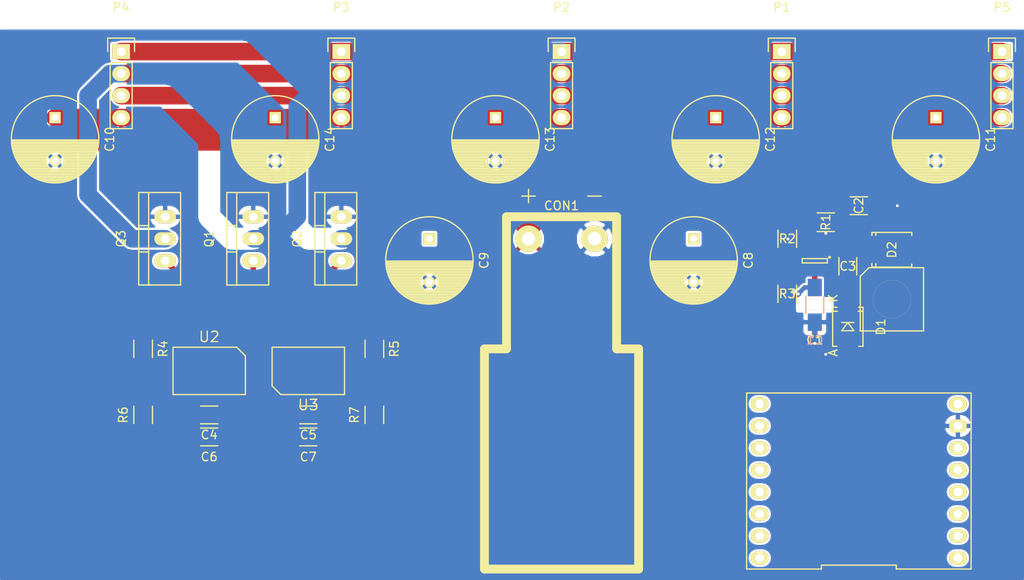
<source format=kicad_pcb>
(kicad_pcb (version 4) (host pcbnew 4.0.2-stable)

  (general
    (links 86)
    (no_connects 18)
    (area 142.862299 128.892299 146.697701 130.187701)
    (thickness 1.6)
    (drawings 4)
    (tracks 137)
    (zones 0)
    (modules 38)
    (nets 18)
  )

  (page A4)
  (layers
    (0 F.Cu signal)
    (31 B.Cu signal)
    (36 B.SilkS user)
    (37 F.SilkS user)
    (38 B.Mask user)
    (39 F.Mask user)
    (44 Edge.Cuts user)
  )

  (setup
    (last_trace_width 2.032)
    (user_trace_width 0.2032)
    (user_trace_width 0.508)
    (user_trace_width 0.635)
    (user_trace_width 0.762)
    (user_trace_width 1.27)
    (user_trace_width 1.524)
    (user_trace_width 2.032)
    (user_trace_width 3.048)
    (trace_clearance 0.254)
    (zone_clearance 0.254)
    (zone_45_only no)
    (trace_min 0.1524)
    (segment_width 0.127)
    (edge_width 0.0254)
    (via_size 0.6858)
    (via_drill 0.3302)
    (via_min_size 0.6858)
    (via_min_drill 0.3302)
    (user_via 1.016 0.762)
    (user_via 2.54 1.524)
    (uvia_size 0.508)
    (uvia_drill 0.127)
    (uvias_allowed no)
    (uvia_min_size 0.508)
    (uvia_min_drill 0.127)
    (pcb_text_width 0.127)
    (pcb_text_size 0.6 0.6)
    (mod_edge_width 0.127)
    (mod_text_size 0.6 0.6)
    (mod_text_width 0.127)
    (pad_size 1.016 1.016)
    (pad_drill 1.016)
    (pad_to_mask_clearance 0.05)
    (pad_to_paste_clearance -0.04)
    (aux_axis_origin 0 0)
    (grid_origin 97.79 76.2)
    (visible_elements 7FFEFF7F)
    (pcbplotparams
      (layerselection 0x010f0_80000001)
      (usegerberextensions true)
      (usegerberattributes true)
      (excludeedgelayer true)
      (linewidth 0.127000)
      (plotframeref false)
      (viasonmask false)
      (mode 1)
      (useauxorigin false)
      (hpglpennumber 1)
      (hpglpenspeed 20)
      (hpglpendiameter 15)
      (hpglpenoverlay 2)
      (psnegative false)
      (psa4output false)
      (plotreference true)
      (plotvalue true)
      (plotinvisibletext false)
      (padsonsilk false)
      (subtractmaskfromsilk false)
      (outputformat 1)
      (mirror false)
      (drillshape 0)
      (scaleselection 1)
      (outputdirectory C:/Users/Andrew/Documents/KiCad/Boards/RGB-Controller/Gerbs/))
  )

  (net 0 "")
  (net 1 +24V)
  (net 2 GND)
  (net 3 +5V)
  (net 4 "Net-(C3-Pad1)")
  (net 5 "Net-(C3-Pad2)")
  (net 6 /PWM-Green2)
  (net 7 /PWM-Blue2)
  (net 8 /PWM-Red2)
  (net 9 "Net-(R1-Pad2)")
  (net 10 "Net-(R3-Pad2)")
  (net 11 /PWM-Red)
  (net 12 /PWM-Blue)
  (net 13 /PWM-Green)
  (net 14 "Net-(R5-Pad2)")
  (net 15 "Net-(Q1-Pad1)")
  (net 16 "Net-(Q2-Pad1)")
  (net 17 "Net-(Q3-Pad1)")

  (net_class Default "Dit is de standaard class."
    (clearance 0.254)
    (trace_width 0.254)
    (via_dia 0.6858)
    (via_drill 0.3302)
    (uvia_dia 0.508)
    (uvia_drill 0.127)
    (add_net +24V)
    (add_net +5V)
    (add_net /PWM-Blue)
    (add_net /PWM-Blue2)
    (add_net /PWM-Green)
    (add_net /PWM-Green2)
    (add_net /PWM-Red)
    (add_net /PWM-Red2)
    (add_net GND)
    (add_net "Net-(C3-Pad1)")
    (add_net "Net-(C3-Pad2)")
    (add_net "Net-(Q1-Pad1)")
    (add_net "Net-(Q2-Pad1)")
    (add_net "Net-(Q3-Pad1)")
    (add_net "Net-(R1-Pad2)")
    (add_net "Net-(R3-Pad2)")
    (add_net "Net-(R5-Pad2)")
  )

  (net_class 0.2mm ""
    (clearance 0.2)
    (trace_width 0.2)
    (via_dia 0.6858)
    (via_drill 0.3302)
    (uvia_dia 0.508)
    (uvia_drill 0.127)
  )

  (net_class Minimal ""
    (clearance 0.1524)
    (trace_width 0.1524)
    (via_dia 0.6858)
    (via_drill 0.3302)
    (uvia_dia 0.508)
    (uvia_drill 0.127)
  )

  (module Capacitors_SMD:C_1206_HandSoldering (layer F.Cu) (tedit 57260061) (tstamp 5709149B)
    (at 130.81 112.395 270)
    (descr "Capacitor SMD 1206, hand soldering")
    (tags "capacitor 1206")
    (path /57090E18)
    (attr smd)
    (fp_text reference C3 (at 0 0 360) (layer F.SilkS)
      (effects (font (size 1 1) (thickness 0.15)))
    )
    (fp_text value 22nF (at 0 2.3 270) (layer F.Fab)
      (effects (font (size 1 1) (thickness 0.15)))
    )
    (fp_line (start -3.3 -1.15) (end 3.3 -1.15) (layer F.CrtYd) (width 0.05))
    (fp_line (start -3.3 1.15) (end 3.3 1.15) (layer F.CrtYd) (width 0.05))
    (fp_line (start -3.3 -1.15) (end -3.3 1.15) (layer F.CrtYd) (width 0.05))
    (fp_line (start 3.3 -1.15) (end 3.3 1.15) (layer F.CrtYd) (width 0.05))
    (fp_line (start 1 -1.025) (end -1 -1.025) (layer F.SilkS) (width 0.15))
    (fp_line (start -1 1.025) (end 1 1.025) (layer F.SilkS) (width 0.15))
    (pad 1 smd rect (at -2 0 270) (size 2 1.6) (layers F.Cu F.Mask)
      (net 4 "Net-(C3-Pad1)"))
    (pad 2 smd rect (at 2 0 270) (size 2 1.6) (layers F.Cu F.Mask)
      (net 5 "Net-(C3-Pad2)"))
    (model Capacitors_SMD.3dshapes/C_1206_HandSoldering.wrl
      (at (xyz 0 0 0))
      (scale (xyz 1 1 1))
      (rotate (xyz 0 0 0))
    )
  )

  (module Capacitors_SMD:C_1206_HandSoldering (layer B.Cu) (tedit 572462B0) (tstamp 572516F0)
    (at 127 116.84 270)
    (descr "Capacitor SMD 1206, hand soldering")
    (tags "capacitor 1206")
    (path /57090919)
    (attr smd)
    (fp_text reference C1 (at 4.064 0 540) (layer B.SilkS)
      (effects (font (size 1 1) (thickness 0.15)) (justify mirror))
    )
    (fp_text value 10UF (at 0 -2.3 270) (layer B.Fab)
      (effects (font (size 1 1) (thickness 0.15)) (justify mirror))
    )
    (fp_line (start -3.3 1.15) (end 3.3 1.15) (layer B.CrtYd) (width 0.05))
    (fp_line (start -3.3 -1.15) (end 3.3 -1.15) (layer B.CrtYd) (width 0.05))
    (fp_line (start -3.3 1.15) (end -3.3 -1.15) (layer B.CrtYd) (width 0.05))
    (fp_line (start 3.3 1.15) (end 3.3 -1.15) (layer B.CrtYd) (width 0.05))
    (fp_line (start 1 1.025) (end -1 1.025) (layer B.SilkS) (width 0.15))
    (fp_line (start -1 -1.025) (end 1 -1.025) (layer B.SilkS) (width 0.15))
    (pad 1 smd rect (at -2 0 270) (size 2 1.6) (layers B.Cu B.Mask)
      (net 1 +24V))
    (pad 2 smd rect (at 2 0 270) (size 2 1.6) (layers B.Cu B.Mask)
      (net 2 GND))
    (model Capacitors_SMD.3dshapes/C_1206_HandSoldering.wrl
      (at (xyz 0 0 0))
      (scale (xyz 1 1 1))
      (rotate (xyz 0 0 0))
    )
  )

  (module AJGFEET:WemosD1MiniFeet (layer F.Cu) (tedit 572462FB) (tstamp 570915AA)
    (at 132.08 137.16 90)
    (path /5708BCC2)
    (fp_text reference U6 (at 0 -6.858 180) (layer F.SilkS) hide
      (effects (font (size 1.2 1.2) (thickness 0.15)))
    )
    (fp_text value WemosD1Mini (at 0 0 90) (layer F.Fab) hide
      (effects (font (size 1.2 1.2) (thickness 0.15)))
    )
    (fp_line (start -10.152 12.946) (end 10.152 12.946) (layer F.SilkS) (width 0.15))
    (fp_line (start 10.152 12.946) (end 10.152 -12.946) (layer F.SilkS) (width 0.15))
    (fp_line (start 10.152 -12.946) (end -10.152 -12.946) (layer F.SilkS) (width 0.15))
    (fp_line (start -10.152 -12.946) (end -10.152 -4.315333) (layer F.SilkS) (width 0.15))
    (fp_line (start -10.152 -4.315333) (end -9.702 -4.315333) (layer F.SilkS) (width 0.15))
    (fp_line (start -9.702 -4.315333) (end -9.702 4.315333) (layer F.SilkS) (width 0.15))
    (fp_line (start -9.702 4.315333) (end -10.152 4.315333) (layer F.SilkS) (width 0.15))
    (fp_line (start -10.152 4.315333) (end -10.152 12.946) (layer F.SilkS) (width 0.15))
    (pad 16 thru_hole oval (at -8.89 -11.43 90) (size 1.524 2.032) (drill 1.016) (layers *.Cu *.Mask F.SilkS))
    (pad 1 thru_hole oval (at -8.89 11.43 90) (size 1.524 2.032) (drill 1.016) (layers *.Cu *.Mask F.SilkS))
    (pad 15 thru_hole oval (at -6.35 -11.43 90) (size 1.524 2.032) (drill 1.016) (layers *.Cu *.Mask F.SilkS))
    (pad 2 thru_hole oval (at -6.35 11.43 90) (size 1.524 2.032) (drill 1.016) (layers *.Cu *.Mask F.SilkS))
    (pad 14 thru_hole oval (at -3.81 -11.43 90) (size 1.524 2.032) (drill 1.016) (layers *.Cu *.Mask F.SilkS))
    (pad 3 thru_hole oval (at -3.81 11.43 90) (size 1.524 2.032) (drill 1.016) (layers *.Cu *.Mask F.SilkS))
    (pad 13 thru_hole oval (at -1.27 -11.43 90) (size 1.524 2.032) (drill 1.016) (layers *.Cu *.Mask F.SilkS)
      (net 11 /PWM-Red))
    (pad 4 thru_hole oval (at -1.27 11.43 90) (size 1.524 2.032) (drill 1.016) (layers *.Cu *.Mask F.SilkS))
    (pad 12 thru_hole oval (at 1.27 -11.43 90) (size 1.524 2.032) (drill 1.016) (layers *.Cu *.Mask F.SilkS)
      (net 12 /PWM-Blue))
    (pad 5 thru_hole oval (at 1.27 11.43 90) (size 1.524 2.032) (drill 1.016) (layers *.Cu *.Mask F.SilkS))
    (pad 11 thru_hole oval (at 3.81 -11.43 90) (size 1.524 2.032) (drill 1.016) (layers *.Cu *.Mask F.SilkS)
      (net 13 /PWM-Green))
    (pad 6 thru_hole oval (at 3.81 11.43 90) (size 1.524 2.032) (drill 1.016) (layers *.Cu *.Mask F.SilkS))
    (pad 10 thru_hole oval (at 6.35 -11.43 90) (size 1.524 2.032) (drill 1.016) (layers *.Cu *.Mask F.SilkS))
    (pad 7 thru_hole oval (at 6.35 11.43 90) (size 1.524 2.032) (drill 1.016) (layers *.Cu *.Mask F.SilkS)
      (net 2 GND))
    (pad 9 thru_hole oval (at 8.89 -11.43 90) (size 1.524 2.032) (drill 1.016) (layers *.Cu *.Mask F.SilkS))
    (pad 8 thru_hole oval (at 8.89 11.43 90) (size 1.524 2.032) (drill 1.016) (layers *.Cu *.Mask F.SilkS)
      (net 3 +5V))
  )

  (module Capacitors_SMD:C_1206_HandSoldering (layer F.Cu) (tedit 57260069) (tstamp 57091495)
    (at 132.08 105.41)
    (descr "Capacitor SMD 1206, hand soldering")
    (tags "capacitor 1206")
    (path /57090DBB)
    (attr smd)
    (fp_text reference C2 (at 0 0 90) (layer F.SilkS)
      (effects (font (size 1 1) (thickness 0.15)))
    )
    (fp_text value 22uF (at 0 2.3) (layer F.Fab)
      (effects (font (size 1 1) (thickness 0.15)))
    )
    (fp_line (start -3.3 -1.15) (end 3.3 -1.15) (layer F.CrtYd) (width 0.05))
    (fp_line (start -3.3 1.15) (end 3.3 1.15) (layer F.CrtYd) (width 0.05))
    (fp_line (start -3.3 -1.15) (end -3.3 1.15) (layer F.CrtYd) (width 0.05))
    (fp_line (start 3.3 -1.15) (end 3.3 1.15) (layer F.CrtYd) (width 0.05))
    (fp_line (start 1 -1.025) (end -1 -1.025) (layer F.SilkS) (width 0.15))
    (fp_line (start -1 1.025) (end 1 1.025) (layer F.SilkS) (width 0.15))
    (pad 1 smd rect (at -2 0) (size 2 1.6) (layers F.Cu F.Mask)
      (net 3 +5V))
    (pad 2 smd rect (at 2 0) (size 2 1.6) (layers F.Cu F.Mask)
      (net 2 GND))
    (model Capacitors_SMD.3dshapes/C_1206_HandSoldering.wrl
      (at (xyz 0 0 0))
      (scale (xyz 1 1 1))
      (rotate (xyz 0 0 0))
    )
  )

  (module Capacitors_SMD:C_1206_HandSoldering (layer F.Cu) (tedit 572462B0) (tstamp 5709148F)
    (at 127 116.84 270)
    (descr "Capacitor SMD 1206, hand soldering")
    (tags "capacitor 1206")
    (path /57090919)
    (attr smd)
    (fp_text reference C1 (at 4.064 0 360) (layer F.SilkS)
      (effects (font (size 1 1) (thickness 0.15)))
    )
    (fp_text value 10UF (at 0 2.3 270) (layer F.Fab)
      (effects (font (size 1 1) (thickness 0.15)))
    )
    (fp_line (start -3.3 -1.15) (end 3.3 -1.15) (layer F.CrtYd) (width 0.05))
    (fp_line (start -3.3 1.15) (end 3.3 1.15) (layer F.CrtYd) (width 0.05))
    (fp_line (start -3.3 -1.15) (end -3.3 1.15) (layer F.CrtYd) (width 0.05))
    (fp_line (start 3.3 -1.15) (end 3.3 1.15) (layer F.CrtYd) (width 0.05))
    (fp_line (start 1 -1.025) (end -1 -1.025) (layer F.SilkS) (width 0.15))
    (fp_line (start -1 1.025) (end 1 1.025) (layer F.SilkS) (width 0.15))
    (pad 1 smd rect (at -2 0 270) (size 2 1.6) (layers F.Cu F.Mask)
      (net 1 +24V))
    (pad 2 smd rect (at 2 0 270) (size 2 1.6) (layers F.Cu F.Mask)
      (net 2 GND))
    (model Capacitors_SMD.3dshapes/C_1206_HandSoldering.wrl
      (at (xyz 0 0 0))
      (scale (xyz 1 1 1))
      (rotate (xyz 0 0 0))
    )
  )

  (module AJGFEET:Inductor (layer F.Cu) (tedit 572462C7) (tstamp 570914DC)
    (at 135.89 116.205)
    (path /570911D9)
    (fp_text reference L1 (at 0 4.85) (layer F.SilkS) hide
      (effects (font (size 1.2 1.2) (thickness 0.15)))
    )
    (fp_text value INDUCTOR_SMALL (at 0 -4.85) (layer F.Fab)
      (effects (font (size 1.2 1.2) (thickness 0.15)))
    )
    (fp_circle (center 0 0) (end 0 2.2) (layer F.SilkS) (width 0.01))
    (fp_line (start -2.65 -3.65) (end -3.65 -2.65) (layer F.SilkS) (width 0.15))
    (fp_line (start -3.65 -2.65) (end -3.65 3.65) (layer F.SilkS) (width 0.15))
    (fp_line (start -3.65 3.65) (end 3.65 3.65) (layer F.SilkS) (width 0.15))
    (fp_line (start 3.65 3.65) (end 3.65 -3.65) (layer F.SilkS) (width 0.15))
    (fp_line (start 3.65 -3.65) (end -2.65 -3.65) (layer F.SilkS) (width 0.15))
    (pad 1 smd rect (at -2.05 0) (size 2.2 6.3) (layers F.Cu F.Mask)
      (net 5 "Net-(C3-Pad2)"))
    (pad 2 smd rect (at 2.05 0) (size 2.2 6.3) (layers F.Cu F.Mask)
      (net 3 +5V))
  )

  (module Resistors_SMD:R_1206_HandSoldering (layer F.Cu) (tedit 5726006D) (tstamp 57091521)
    (at 128.27 107.315 180)
    (descr "Resistor SMD 1206, hand soldering")
    (tags "resistor 1206")
    (path /57090D37)
    (attr smd)
    (fp_text reference R1 (at 0 0 270) (layer F.SilkS)
      (effects (font (size 1 1) (thickness 0.15)))
    )
    (fp_text value 49.9k (at 0 2.3 180) (layer F.Fab)
      (effects (font (size 1 1) (thickness 0.15)))
    )
    (fp_line (start -3.3 -1.2) (end 3.3 -1.2) (layer F.CrtYd) (width 0.05))
    (fp_line (start -3.3 1.2) (end 3.3 1.2) (layer F.CrtYd) (width 0.05))
    (fp_line (start -3.3 -1.2) (end -3.3 1.2) (layer F.CrtYd) (width 0.05))
    (fp_line (start 3.3 -1.2) (end 3.3 1.2) (layer F.CrtYd) (width 0.05))
    (fp_line (start 1 1.075) (end -1 1.075) (layer F.SilkS) (width 0.15))
    (fp_line (start -1 -1.075) (end 1 -1.075) (layer F.SilkS) (width 0.15))
    (pad 1 smd rect (at -2 0 180) (size 2 1.7) (layers F.Cu F.Mask)
      (net 3 +5V))
    (pad 2 smd rect (at 2 0 180) (size 2 1.7) (layers F.Cu F.Mask)
      (net 9 "Net-(R1-Pad2)"))
    (model Resistors_SMD.3dshapes/R_1206_HandSoldering.wrl
      (at (xyz 0 0 0))
      (scale (xyz 1 1 1))
      (rotate (xyz 0 0 0))
    )
  )

  (module Resistors_SMD:R_1206_HandSoldering (layer F.Cu) (tedit 57260072) (tstamp 5709152D)
    (at 123.825 109.22 90)
    (descr "Resistor SMD 1206, hand soldering")
    (tags "resistor 1206")
    (path /57090CE6)
    (attr smd)
    (fp_text reference R2 (at 0 0 360) (layer F.SilkS)
      (effects (font (size 1 1) (thickness 0.15)))
    )
    (fp_text value 9.53k (at 0 2.3 90) (layer F.Fab)
      (effects (font (size 1 1) (thickness 0.15)))
    )
    (fp_line (start -3.3 -1.2) (end 3.3 -1.2) (layer F.CrtYd) (width 0.05))
    (fp_line (start -3.3 1.2) (end 3.3 1.2) (layer F.CrtYd) (width 0.05))
    (fp_line (start -3.3 -1.2) (end -3.3 1.2) (layer F.CrtYd) (width 0.05))
    (fp_line (start 3.3 -1.2) (end 3.3 1.2) (layer F.CrtYd) (width 0.05))
    (fp_line (start 1 1.075) (end -1 1.075) (layer F.SilkS) (width 0.15))
    (fp_line (start -1 -1.075) (end 1 -1.075) (layer F.SilkS) (width 0.15))
    (pad 1 smd rect (at -2 0 90) (size 2 1.7) (layers F.Cu F.Mask)
      (net 9 "Net-(R1-Pad2)"))
    (pad 2 smd rect (at 2 0 90) (size 2 1.7) (layers F.Cu F.Mask)
      (net 2 GND))
    (model Resistors_SMD.3dshapes/R_1206_HandSoldering.wrl
      (at (xyz 0 0 0))
      (scale (xyz 1 1 1))
      (rotate (xyz 0 0 0))
    )
  )

  (module Resistors_SMD:R_1206_HandSoldering (layer F.Cu) (tedit 57260085) (tstamp 57091539)
    (at 123.825 115.57 90)
    (descr "Resistor SMD 1206, hand soldering")
    (tags "resistor 1206")
    (path /57090C60)
    (attr smd)
    (fp_text reference R3 (at 0 0 180) (layer F.SilkS)
      (effects (font (size 1 1) (thickness 0.15)))
    )
    (fp_text value 100k (at 0 2.3 90) (layer F.Fab)
      (effects (font (size 1 1) (thickness 0.15)))
    )
    (fp_line (start -3.3 -1.2) (end 3.3 -1.2) (layer F.CrtYd) (width 0.05))
    (fp_line (start -3.3 1.2) (end 3.3 1.2) (layer F.CrtYd) (width 0.05))
    (fp_line (start -3.3 -1.2) (end -3.3 1.2) (layer F.CrtYd) (width 0.05))
    (fp_line (start 3.3 -1.2) (end 3.3 1.2) (layer F.CrtYd) (width 0.05))
    (fp_line (start 1 1.075) (end -1 1.075) (layer F.SilkS) (width 0.15))
    (fp_line (start -1 -1.075) (end 1 -1.075) (layer F.SilkS) (width 0.15))
    (pad 1 smd rect (at -2 0 90) (size 2 1.7) (layers F.Cu F.Mask)
      (net 1 +24V))
    (pad 2 smd rect (at 2 0 90) (size 2 1.7) (layers F.Cu F.Mask)
      (net 10 "Net-(R3-Pad2)"))
    (model Resistors_SMD.3dshapes/R_1206_HandSoldering.wrl
      (at (xyz 0 0 0))
      (scale (xyz 1 1 1))
      (rotate (xyz 0 0 0))
    )
  )

  (module TO_SOT_Packages_SMD:SOT-23-6 (layer F.Cu) (tedit 57246294) (tstamp 57091548)
    (at 127 111.76 270)
    (descr "6-pin SOT-23 package")
    (tags SOT-23-6)
    (path /57090731)
    (attr smd)
    (fp_text reference U1 (at 0 -2.9 270) (layer F.SilkS) hide
      (effects (font (size 1 1) (thickness 0.15)))
    )
    (fp_text value MP2359-BuckReg (at 0 2.9 270) (layer F.Fab)
      (effects (font (size 1 1) (thickness 0.15)))
    )
    (fp_circle (center -0.4 -1.7) (end -0.3 -1.7) (layer F.SilkS) (width 0.15))
    (fp_line (start 0.25 -1.45) (end -0.25 -1.45) (layer F.SilkS) (width 0.15))
    (fp_line (start 0.25 1.45) (end 0.25 -1.45) (layer F.SilkS) (width 0.15))
    (fp_line (start -0.25 1.45) (end 0.25 1.45) (layer F.SilkS) (width 0.15))
    (fp_line (start -0.25 -1.45) (end -0.25 1.45) (layer F.SilkS) (width 0.15))
    (pad 1 smd rect (at -1.1 -0.95 270) (size 1.06 0.65) (layers F.Cu F.Mask)
      (net 4 "Net-(C3-Pad1)"))
    (pad 2 smd rect (at -1.1 0 270) (size 1.06 0.65) (layers F.Cu F.Mask)
      (net 2 GND))
    (pad 3 smd rect (at -1.1 0.95 270) (size 1.06 0.65) (layers F.Cu F.Mask)
      (net 9 "Net-(R1-Pad2)"))
    (pad 4 smd rect (at 1.1 0.95 270) (size 1.06 0.65) (layers F.Cu F.Mask)
      (net 10 "Net-(R3-Pad2)"))
    (pad 6 smd rect (at 1.1 -0.95 270) (size 1.06 0.65) (layers F.Cu F.Mask)
      (net 5 "Net-(C3-Pad2)"))
    (pad 5 smd rect (at 1.1 0 270) (size 1.06 0.65) (layers F.Cu F.Mask)
      (net 1 +24V))
    (model TO_SOT_Packages_SMD.3dshapes/SOT-23-6.wrl
      (at (xyz 0 0 0))
      (scale (xyz 1 1 1))
      (rotate (xyz 0 0 0))
    )
  )

  (module Diodes_SMD:SMB_Standard (layer F.Cu) (tedit 57260079) (tstamp 570914D0)
    (at 135.89 110.49)
    (descr "Diode SMB Standard")
    (tags "Diode SMB Standard")
    (path /57090FD1)
    (attr smd)
    (fp_text reference D2 (at 0 0 90) (layer F.SilkS)
      (effects (font (size 1 1) (thickness 0.15)))
    )
    (fp_text value 1N4148 (at 0.05 4.7) (layer F.Fab)
      (effects (font (size 1 1) (thickness 0.15)))
    )
    (fp_line (start -3.65 -2.25) (end 3.65 -2.25) (layer F.CrtYd) (width 0.05))
    (fp_line (start 3.65 -2.25) (end 3.65 2.25) (layer F.CrtYd) (width 0.05))
    (fp_line (start 3.65 2.25) (end -3.65 2.25) (layer F.CrtYd) (width 0.05))
    (fp_line (start -3.65 2.25) (end -3.65 -2.25) (layer F.CrtYd) (width 0.05))
    (fp_line (start -2.30632 1.8) (end -2.30632 1.6002) (layer F.SilkS) (width 0.15))
    (fp_line (start -1.84928 1.75) (end -1.84928 1.601) (layer F.SilkS) (width 0.15))
    (fp_line (start 2.29616 1.8) (end 2.29616 1.651) (layer F.SilkS) (width 0.15))
    (fp_line (start -2.30124 -1.8) (end -2.30124 -1.651) (layer F.SilkS) (width 0.15))
    (fp_line (start -1.84928 -1.8) (end -1.84928 -1.651) (layer F.SilkS) (width 0.15))
    (fp_line (start 2.30124 -1.8) (end 2.30124 -1.651) (layer F.SilkS) (width 0.15))
    (fp_circle (center 0 0) (end 0.44958 0.09906) (layer F.Adhes) (width 0.381))
    (fp_circle (center 0 0) (end 0.20066 0.09906) (layer F.Adhes) (width 0.381))
    (fp_line (start -1.84928 1.94898) (end -1.84928 1.75086) (layer F.SilkS) (width 0.15))
    (fp_line (start -1.84928 -1.99898) (end -1.84928 -1.80086) (layer F.SilkS) (width 0.15))
    (fp_line (start 2.29616 1.99644) (end 2.29616 1.79832) (layer F.SilkS) (width 0.15))
    (fp_line (start -2.30632 1.99644) (end 2.29616 1.99644) (layer F.SilkS) (width 0.15))
    (fp_line (start -2.30632 1.99644) (end -2.30632 1.79832) (layer F.SilkS) (width 0.15))
    (fp_line (start -2.30124 -1.99898) (end -2.30124 -1.80086) (layer F.SilkS) (width 0.15))
    (fp_line (start -2.30124 -1.99898) (end 2.30124 -1.99898) (layer F.SilkS) (width 0.15))
    (fp_line (start 2.30124 -1.99898) (end 2.30124 -1.80086) (layer F.SilkS) (width 0.15))
    (pad 1 smd rect (at -2.14884 0) (size 2.49936 2.30124) (layers F.Cu F.Mask)
      (net 4 "Net-(C3-Pad1)"))
    (pad 2 smd rect (at 2.14884 0) (size 2.49936 2.30124) (layers F.Cu F.Mask)
      (net 3 +5V))
    (model Diodes_SMD.3dshapes/SMB_Standard.wrl
      (at (xyz 0 0 0))
      (scale (xyz 0.3937 0.3937 0.3937))
      (rotate (xyz 0 0 180))
    )
  )

  (module Resistors_SMD:R_1206_HandSoldering (layer F.Cu) (tedit 5418A20D) (tstamp 573A770D)
    (at 49.53 129.54 90)
    (descr "Resistor SMD 1206, hand soldering")
    (tags "resistor 1206")
    (path /573A81A0)
    (attr smd)
    (fp_text reference R6 (at 0 -2.3 90) (layer F.SilkS)
      (effects (font (size 1 1) (thickness 0.15)))
    )
    (fp_text value 20k (at 0 2.3 90) (layer F.Fab)
      (effects (font (size 1 1) (thickness 0.15)))
    )
    (fp_line (start -3.3 -1.2) (end 3.3 -1.2) (layer F.CrtYd) (width 0.05))
    (fp_line (start -3.3 1.2) (end 3.3 1.2) (layer F.CrtYd) (width 0.05))
    (fp_line (start -3.3 -1.2) (end -3.3 1.2) (layer F.CrtYd) (width 0.05))
    (fp_line (start 3.3 -1.2) (end 3.3 1.2) (layer F.CrtYd) (width 0.05))
    (fp_line (start 1 1.075) (end -1 1.075) (layer F.SilkS) (width 0.15))
    (fp_line (start -1 -1.075) (end 1 -1.075) (layer F.SilkS) (width 0.15))
    (pad 1 smd rect (at -2 0 90) (size 2 1.7) (layers F.Cu F.Mask)
      (net 2 GND))
    (pad 2 smd rect (at 2 0 90) (size 2 1.7) (layers F.Cu F.Mask)
      (net 12 /PWM-Blue))
    (model Resistors_SMD.3dshapes/R_1206_HandSoldering.wrl
      (at (xyz 0 0 0))
      (scale (xyz 1 1 1))
      (rotate (xyz 0 0 0))
    )
  )

  (module Capacitors_SMD:C_1206_HandSoldering (layer F.Cu) (tedit 541A9C03) (tstamp 5765807A)
    (at 57.15 129.54 180)
    (descr "Capacitor SMD 1206, hand soldering")
    (tags "capacitor 1206")
    (path /5721770A)
    (attr smd)
    (fp_text reference C4 (at 0 -2.3 180) (layer F.SilkS)
      (effects (font (size 1 1) (thickness 0.15)))
    )
    (fp_text value 10uF (at 0 2.3 180) (layer F.Fab)
      (effects (font (size 1 1) (thickness 0.15)))
    )
    (fp_line (start -3.3 -1.15) (end 3.3 -1.15) (layer F.CrtYd) (width 0.05))
    (fp_line (start -3.3 1.15) (end 3.3 1.15) (layer F.CrtYd) (width 0.05))
    (fp_line (start -3.3 -1.15) (end -3.3 1.15) (layer F.CrtYd) (width 0.05))
    (fp_line (start 3.3 -1.15) (end 3.3 1.15) (layer F.CrtYd) (width 0.05))
    (fp_line (start 1 -1.025) (end -1 -1.025) (layer F.SilkS) (width 0.15))
    (fp_line (start -1 1.025) (end 1 1.025) (layer F.SilkS) (width 0.15))
    (pad 1 smd rect (at -2 0 180) (size 2 1.6) (layers F.Cu F.Mask)
      (net 3 +5V))
    (pad 2 smd rect (at 2 0 180) (size 2 1.6) (layers F.Cu F.Mask)
      (net 2 GND))
    (model Capacitors_SMD.3dshapes/C_1206_HandSoldering.wrl
      (at (xyz 0 0 0))
      (scale (xyz 1 1 1))
      (rotate (xyz 0 0 0))
    )
  )

  (module Capacitors_SMD:C_1206_HandSoldering (layer F.Cu) (tedit 541A9C03) (tstamp 57658080)
    (at 68.58 129.54 180)
    (descr "Capacitor SMD 1206, hand soldering")
    (tags "capacitor 1206")
    (path /57217525)
    (attr smd)
    (fp_text reference C5 (at 0 -2.3 180) (layer F.SilkS)
      (effects (font (size 1 1) (thickness 0.15)))
    )
    (fp_text value 10uF (at 0 2.3 180) (layer F.Fab)
      (effects (font (size 1 1) (thickness 0.15)))
    )
    (fp_line (start -3.3 -1.15) (end 3.3 -1.15) (layer F.CrtYd) (width 0.05))
    (fp_line (start -3.3 1.15) (end 3.3 1.15) (layer F.CrtYd) (width 0.05))
    (fp_line (start -3.3 -1.15) (end -3.3 1.15) (layer F.CrtYd) (width 0.05))
    (fp_line (start 3.3 -1.15) (end 3.3 1.15) (layer F.CrtYd) (width 0.05))
    (fp_line (start 1 -1.025) (end -1 -1.025) (layer F.SilkS) (width 0.15))
    (fp_line (start -1 1.025) (end 1 1.025) (layer F.SilkS) (width 0.15))
    (pad 1 smd rect (at -2 0 180) (size 2 1.6) (layers F.Cu F.Mask)
      (net 3 +5V))
    (pad 2 smd rect (at 2 0 180) (size 2 1.6) (layers F.Cu F.Mask)
      (net 2 GND))
    (model Capacitors_SMD.3dshapes/C_1206_HandSoldering.wrl
      (at (xyz 0 0 0))
      (scale (xyz 1 1 1))
      (rotate (xyz 0 0 0))
    )
  )

  (module Capacitors_SMD:C_1206_HandSoldering (layer F.Cu) (tedit 541A9C03) (tstamp 57658086)
    (at 57.15 132.08 180)
    (descr "Capacitor SMD 1206, hand soldering")
    (tags "capacitor 1206")
    (path /57217635)
    (attr smd)
    (fp_text reference C6 (at 0 -2.3 180) (layer F.SilkS)
      (effects (font (size 1 1) (thickness 0.15)))
    )
    (fp_text value 0.1uf (at 0 2.3 180) (layer F.Fab)
      (effects (font (size 1 1) (thickness 0.15)))
    )
    (fp_line (start -3.3 -1.15) (end 3.3 -1.15) (layer F.CrtYd) (width 0.05))
    (fp_line (start -3.3 1.15) (end 3.3 1.15) (layer F.CrtYd) (width 0.05))
    (fp_line (start -3.3 -1.15) (end -3.3 1.15) (layer F.CrtYd) (width 0.05))
    (fp_line (start 3.3 -1.15) (end 3.3 1.15) (layer F.CrtYd) (width 0.05))
    (fp_line (start 1 -1.025) (end -1 -1.025) (layer F.SilkS) (width 0.15))
    (fp_line (start -1 1.025) (end 1 1.025) (layer F.SilkS) (width 0.15))
    (pad 1 smd rect (at -2 0 180) (size 2 1.6) (layers F.Cu F.Mask)
      (net 3 +5V))
    (pad 2 smd rect (at 2 0 180) (size 2 1.6) (layers F.Cu F.Mask)
      (net 2 GND))
    (model Capacitors_SMD.3dshapes/C_1206_HandSoldering.wrl
      (at (xyz 0 0 0))
      (scale (xyz 1 1 1))
      (rotate (xyz 0 0 0))
    )
  )

  (module Capacitors_SMD:C_1206_HandSoldering (layer F.Cu) (tedit 541A9C03) (tstamp 5765808C)
    (at 68.58 132.08 180)
    (descr "Capacitor SMD 1206, hand soldering")
    (tags "capacitor 1206")
    (path /572176B4)
    (attr smd)
    (fp_text reference C7 (at 0 -2.3 180) (layer F.SilkS)
      (effects (font (size 1 1) (thickness 0.15)))
    )
    (fp_text value 0.1uf (at 0 2.3 180) (layer F.Fab)
      (effects (font (size 1 1) (thickness 0.15)))
    )
    (fp_line (start -3.3 -1.15) (end 3.3 -1.15) (layer F.CrtYd) (width 0.05))
    (fp_line (start -3.3 1.15) (end 3.3 1.15) (layer F.CrtYd) (width 0.05))
    (fp_line (start -3.3 -1.15) (end -3.3 1.15) (layer F.CrtYd) (width 0.05))
    (fp_line (start 3.3 -1.15) (end 3.3 1.15) (layer F.CrtYd) (width 0.05))
    (fp_line (start 1 -1.025) (end -1 -1.025) (layer F.SilkS) (width 0.15))
    (fp_line (start -1 1.025) (end 1 1.025) (layer F.SilkS) (width 0.15))
    (pad 1 smd rect (at -2 0 180) (size 2 1.6) (layers F.Cu F.Mask)
      (net 3 +5V))
    (pad 2 smd rect (at 2 0 180) (size 2 1.6) (layers F.Cu F.Mask)
      (net 2 GND))
    (model Capacitors_SMD.3dshapes/C_1206_HandSoldering.wrl
      (at (xyz 0 0 0))
      (scale (xyz 1 1 1))
      (rotate (xyz 0 0 0))
    )
  )

  (module Capacitors_ThroughHole:C_Radial_D10_L16_P5 (layer F.Cu) (tedit 0) (tstamp 57658092)
    (at 113.03 109.22 270)
    (descr "Radial Electrolytic Capacitor 10mm x Length 16mm, Pitch 5mm")
    (tags "Electrolytic Capacitor")
    (path /57260ABC)
    (fp_text reference C8 (at 2.5 -6.3 270) (layer F.SilkS)
      (effects (font (size 1 1) (thickness 0.15)))
    )
    (fp_text value CP1_Small (at 2.5 6.3 270) (layer F.Fab)
      (effects (font (size 1 1) (thickness 0.15)))
    )
    (fp_line (start 2.575 -4.999) (end 2.575 4.999) (layer F.SilkS) (width 0.15))
    (fp_line (start 2.715 -4.995) (end 2.715 4.995) (layer F.SilkS) (width 0.15))
    (fp_line (start 2.855 -4.987) (end 2.855 4.987) (layer F.SilkS) (width 0.15))
    (fp_line (start 2.995 -4.975) (end 2.995 4.975) (layer F.SilkS) (width 0.15))
    (fp_line (start 3.135 -4.96) (end 3.135 4.96) (layer F.SilkS) (width 0.15))
    (fp_line (start 3.275 -4.94) (end 3.275 4.94) (layer F.SilkS) (width 0.15))
    (fp_line (start 3.415 -4.916) (end 3.415 4.916) (layer F.SilkS) (width 0.15))
    (fp_line (start 3.555 -4.887) (end 3.555 4.887) (layer F.SilkS) (width 0.15))
    (fp_line (start 3.695 -4.855) (end 3.695 4.855) (layer F.SilkS) (width 0.15))
    (fp_line (start 3.835 -4.818) (end 3.835 4.818) (layer F.SilkS) (width 0.15))
    (fp_line (start 3.975 -4.777) (end 3.975 4.777) (layer F.SilkS) (width 0.15))
    (fp_line (start 4.115 -4.732) (end 4.115 -0.466) (layer F.SilkS) (width 0.15))
    (fp_line (start 4.115 0.466) (end 4.115 4.732) (layer F.SilkS) (width 0.15))
    (fp_line (start 4.255 -4.682) (end 4.255 -0.667) (layer F.SilkS) (width 0.15))
    (fp_line (start 4.255 0.667) (end 4.255 4.682) (layer F.SilkS) (width 0.15))
    (fp_line (start 4.395 -4.627) (end 4.395 -0.796) (layer F.SilkS) (width 0.15))
    (fp_line (start 4.395 0.796) (end 4.395 4.627) (layer F.SilkS) (width 0.15))
    (fp_line (start 4.535 -4.567) (end 4.535 -0.885) (layer F.SilkS) (width 0.15))
    (fp_line (start 4.535 0.885) (end 4.535 4.567) (layer F.SilkS) (width 0.15))
    (fp_line (start 4.675 -4.502) (end 4.675 -0.946) (layer F.SilkS) (width 0.15))
    (fp_line (start 4.675 0.946) (end 4.675 4.502) (layer F.SilkS) (width 0.15))
    (fp_line (start 4.815 -4.432) (end 4.815 -0.983) (layer F.SilkS) (width 0.15))
    (fp_line (start 4.815 0.983) (end 4.815 4.432) (layer F.SilkS) (width 0.15))
    (fp_line (start 4.955 -4.356) (end 4.955 -0.999) (layer F.SilkS) (width 0.15))
    (fp_line (start 4.955 0.999) (end 4.955 4.356) (layer F.SilkS) (width 0.15))
    (fp_line (start 5.095 -4.274) (end 5.095 -0.995) (layer F.SilkS) (width 0.15))
    (fp_line (start 5.095 0.995) (end 5.095 4.274) (layer F.SilkS) (width 0.15))
    (fp_line (start 5.235 -4.186) (end 5.235 -0.972) (layer F.SilkS) (width 0.15))
    (fp_line (start 5.235 0.972) (end 5.235 4.186) (layer F.SilkS) (width 0.15))
    (fp_line (start 5.375 -4.091) (end 5.375 -0.927) (layer F.SilkS) (width 0.15))
    (fp_line (start 5.375 0.927) (end 5.375 4.091) (layer F.SilkS) (width 0.15))
    (fp_line (start 5.515 -3.989) (end 5.515 -0.857) (layer F.SilkS) (width 0.15))
    (fp_line (start 5.515 0.857) (end 5.515 3.989) (layer F.SilkS) (width 0.15))
    (fp_line (start 5.655 -3.879) (end 5.655 -0.756) (layer F.SilkS) (width 0.15))
    (fp_line (start 5.655 0.756) (end 5.655 3.879) (layer F.SilkS) (width 0.15))
    (fp_line (start 5.795 -3.761) (end 5.795 -0.607) (layer F.SilkS) (width 0.15))
    (fp_line (start 5.795 0.607) (end 5.795 3.761) (layer F.SilkS) (width 0.15))
    (fp_line (start 5.935 -3.633) (end 5.935 -0.355) (layer F.SilkS) (width 0.15))
    (fp_line (start 5.935 0.355) (end 5.935 3.633) (layer F.SilkS) (width 0.15))
    (fp_line (start 6.075 -3.496) (end 6.075 3.496) (layer F.SilkS) (width 0.15))
    (fp_line (start 6.215 -3.346) (end 6.215 3.346) (layer F.SilkS) (width 0.15))
    (fp_line (start 6.355 -3.184) (end 6.355 3.184) (layer F.SilkS) (width 0.15))
    (fp_line (start 6.495 -3.007) (end 6.495 3.007) (layer F.SilkS) (width 0.15))
    (fp_line (start 6.635 -2.811) (end 6.635 2.811) (layer F.SilkS) (width 0.15))
    (fp_line (start 6.775 -2.593) (end 6.775 2.593) (layer F.SilkS) (width 0.15))
    (fp_line (start 6.915 -2.347) (end 6.915 2.347) (layer F.SilkS) (width 0.15))
    (fp_line (start 7.055 -2.062) (end 7.055 2.062) (layer F.SilkS) (width 0.15))
    (fp_line (start 7.195 -1.72) (end 7.195 1.72) (layer F.SilkS) (width 0.15))
    (fp_line (start 7.335 -1.274) (end 7.335 1.274) (layer F.SilkS) (width 0.15))
    (fp_line (start 7.475 -0.499) (end 7.475 0.499) (layer F.SilkS) (width 0.15))
    (fp_circle (center 5 0) (end 5 -1) (layer F.SilkS) (width 0.15))
    (fp_circle (center 2.5 0) (end 2.5 -5.0375) (layer F.SilkS) (width 0.15))
    (fp_circle (center 2.5 0) (end 2.5 -5.3) (layer F.CrtYd) (width 0.05))
    (pad 1 thru_hole rect (at 0 0 270) (size 1.3 1.3) (drill 0.8) (layers *.Cu *.Mask F.SilkS)
      (net 1 +24V))
    (pad 2 thru_hole circle (at 5 0 270) (size 1.3 1.3) (drill 0.8) (layers *.Cu *.Mask F.SilkS)
      (net 2 GND))
    (model Capacitors_ThroughHole.3dshapes/C_Radial_D10_L16_P5.wrl
      (at (xyz 0.0984252 0 0))
      (scale (xyz 1 1 1))
      (rotate (xyz 0 0 90))
    )
  )

  (module Capacitors_ThroughHole:C_Radial_D10_L16_P5 (layer F.Cu) (tedit 0) (tstamp 57658098)
    (at 82.55 109.22 270)
    (descr "Radial Electrolytic Capacitor 10mm x Length 16mm, Pitch 5mm")
    (tags "Electrolytic Capacitor")
    (path /57260437)
    (fp_text reference C9 (at 2.5 -6.3 270) (layer F.SilkS)
      (effects (font (size 1 1) (thickness 0.15)))
    )
    (fp_text value CP1_Small (at 2.5 6.3 270) (layer F.Fab)
      (effects (font (size 1 1) (thickness 0.15)))
    )
    (fp_line (start 2.575 -4.999) (end 2.575 4.999) (layer F.SilkS) (width 0.15))
    (fp_line (start 2.715 -4.995) (end 2.715 4.995) (layer F.SilkS) (width 0.15))
    (fp_line (start 2.855 -4.987) (end 2.855 4.987) (layer F.SilkS) (width 0.15))
    (fp_line (start 2.995 -4.975) (end 2.995 4.975) (layer F.SilkS) (width 0.15))
    (fp_line (start 3.135 -4.96) (end 3.135 4.96) (layer F.SilkS) (width 0.15))
    (fp_line (start 3.275 -4.94) (end 3.275 4.94) (layer F.SilkS) (width 0.15))
    (fp_line (start 3.415 -4.916) (end 3.415 4.916) (layer F.SilkS) (width 0.15))
    (fp_line (start 3.555 -4.887) (end 3.555 4.887) (layer F.SilkS) (width 0.15))
    (fp_line (start 3.695 -4.855) (end 3.695 4.855) (layer F.SilkS) (width 0.15))
    (fp_line (start 3.835 -4.818) (end 3.835 4.818) (layer F.SilkS) (width 0.15))
    (fp_line (start 3.975 -4.777) (end 3.975 4.777) (layer F.SilkS) (width 0.15))
    (fp_line (start 4.115 -4.732) (end 4.115 -0.466) (layer F.SilkS) (width 0.15))
    (fp_line (start 4.115 0.466) (end 4.115 4.732) (layer F.SilkS) (width 0.15))
    (fp_line (start 4.255 -4.682) (end 4.255 -0.667) (layer F.SilkS) (width 0.15))
    (fp_line (start 4.255 0.667) (end 4.255 4.682) (layer F.SilkS) (width 0.15))
    (fp_line (start 4.395 -4.627) (end 4.395 -0.796) (layer F.SilkS) (width 0.15))
    (fp_line (start 4.395 0.796) (end 4.395 4.627) (layer F.SilkS) (width 0.15))
    (fp_line (start 4.535 -4.567) (end 4.535 -0.885) (layer F.SilkS) (width 0.15))
    (fp_line (start 4.535 0.885) (end 4.535 4.567) (layer F.SilkS) (width 0.15))
    (fp_line (start 4.675 -4.502) (end 4.675 -0.946) (layer F.SilkS) (width 0.15))
    (fp_line (start 4.675 0.946) (end 4.675 4.502) (layer F.SilkS) (width 0.15))
    (fp_line (start 4.815 -4.432) (end 4.815 -0.983) (layer F.SilkS) (width 0.15))
    (fp_line (start 4.815 0.983) (end 4.815 4.432) (layer F.SilkS) (width 0.15))
    (fp_line (start 4.955 -4.356) (end 4.955 -0.999) (layer F.SilkS) (width 0.15))
    (fp_line (start 4.955 0.999) (end 4.955 4.356) (layer F.SilkS) (width 0.15))
    (fp_line (start 5.095 -4.274) (end 5.095 -0.995) (layer F.SilkS) (width 0.15))
    (fp_line (start 5.095 0.995) (end 5.095 4.274) (layer F.SilkS) (width 0.15))
    (fp_line (start 5.235 -4.186) (end 5.235 -0.972) (layer F.SilkS) (width 0.15))
    (fp_line (start 5.235 0.972) (end 5.235 4.186) (layer F.SilkS) (width 0.15))
    (fp_line (start 5.375 -4.091) (end 5.375 -0.927) (layer F.SilkS) (width 0.15))
    (fp_line (start 5.375 0.927) (end 5.375 4.091) (layer F.SilkS) (width 0.15))
    (fp_line (start 5.515 -3.989) (end 5.515 -0.857) (layer F.SilkS) (width 0.15))
    (fp_line (start 5.515 0.857) (end 5.515 3.989) (layer F.SilkS) (width 0.15))
    (fp_line (start 5.655 -3.879) (end 5.655 -0.756) (layer F.SilkS) (width 0.15))
    (fp_line (start 5.655 0.756) (end 5.655 3.879) (layer F.SilkS) (width 0.15))
    (fp_line (start 5.795 -3.761) (end 5.795 -0.607) (layer F.SilkS) (width 0.15))
    (fp_line (start 5.795 0.607) (end 5.795 3.761) (layer F.SilkS) (width 0.15))
    (fp_line (start 5.935 -3.633) (end 5.935 -0.355) (layer F.SilkS) (width 0.15))
    (fp_line (start 5.935 0.355) (end 5.935 3.633) (layer F.SilkS) (width 0.15))
    (fp_line (start 6.075 -3.496) (end 6.075 3.496) (layer F.SilkS) (width 0.15))
    (fp_line (start 6.215 -3.346) (end 6.215 3.346) (layer F.SilkS) (width 0.15))
    (fp_line (start 6.355 -3.184) (end 6.355 3.184) (layer F.SilkS) (width 0.15))
    (fp_line (start 6.495 -3.007) (end 6.495 3.007) (layer F.SilkS) (width 0.15))
    (fp_line (start 6.635 -2.811) (end 6.635 2.811) (layer F.SilkS) (width 0.15))
    (fp_line (start 6.775 -2.593) (end 6.775 2.593) (layer F.SilkS) (width 0.15))
    (fp_line (start 6.915 -2.347) (end 6.915 2.347) (layer F.SilkS) (width 0.15))
    (fp_line (start 7.055 -2.062) (end 7.055 2.062) (layer F.SilkS) (width 0.15))
    (fp_line (start 7.195 -1.72) (end 7.195 1.72) (layer F.SilkS) (width 0.15))
    (fp_line (start 7.335 -1.274) (end 7.335 1.274) (layer F.SilkS) (width 0.15))
    (fp_line (start 7.475 -0.499) (end 7.475 0.499) (layer F.SilkS) (width 0.15))
    (fp_circle (center 5 0) (end 5 -1) (layer F.SilkS) (width 0.15))
    (fp_circle (center 2.5 0) (end 2.5 -5.0375) (layer F.SilkS) (width 0.15))
    (fp_circle (center 2.5 0) (end 2.5 -5.3) (layer F.CrtYd) (width 0.05))
    (pad 1 thru_hole rect (at 0 0 270) (size 1.3 1.3) (drill 0.8) (layers *.Cu *.Mask F.SilkS)
      (net 1 +24V))
    (pad 2 thru_hole circle (at 5 0 270) (size 1.3 1.3) (drill 0.8) (layers *.Cu *.Mask F.SilkS)
      (net 2 GND))
    (model Capacitors_ThroughHole.3dshapes/C_Radial_D10_L16_P5.wrl
      (at (xyz 0.0984252 0 0))
      (scale (xyz 1 1 1))
      (rotate (xyz 0 0 90))
    )
  )

  (module Capacitors_ThroughHole:C_Radial_D10_L16_P5 (layer F.Cu) (tedit 0) (tstamp 5765809E)
    (at 39.37 95.25 270)
    (descr "Radial Electrolytic Capacitor 10mm x Length 16mm, Pitch 5mm")
    (tags "Electrolytic Capacitor")
    (path /57659573)
    (fp_text reference C10 (at 2.5 -6.3 270) (layer F.SilkS)
      (effects (font (size 1 1) (thickness 0.15)))
    )
    (fp_text value CP1_Small (at 2.5 6.3 270) (layer F.Fab)
      (effects (font (size 1 1) (thickness 0.15)))
    )
    (fp_line (start 2.575 -4.999) (end 2.575 4.999) (layer F.SilkS) (width 0.15))
    (fp_line (start 2.715 -4.995) (end 2.715 4.995) (layer F.SilkS) (width 0.15))
    (fp_line (start 2.855 -4.987) (end 2.855 4.987) (layer F.SilkS) (width 0.15))
    (fp_line (start 2.995 -4.975) (end 2.995 4.975) (layer F.SilkS) (width 0.15))
    (fp_line (start 3.135 -4.96) (end 3.135 4.96) (layer F.SilkS) (width 0.15))
    (fp_line (start 3.275 -4.94) (end 3.275 4.94) (layer F.SilkS) (width 0.15))
    (fp_line (start 3.415 -4.916) (end 3.415 4.916) (layer F.SilkS) (width 0.15))
    (fp_line (start 3.555 -4.887) (end 3.555 4.887) (layer F.SilkS) (width 0.15))
    (fp_line (start 3.695 -4.855) (end 3.695 4.855) (layer F.SilkS) (width 0.15))
    (fp_line (start 3.835 -4.818) (end 3.835 4.818) (layer F.SilkS) (width 0.15))
    (fp_line (start 3.975 -4.777) (end 3.975 4.777) (layer F.SilkS) (width 0.15))
    (fp_line (start 4.115 -4.732) (end 4.115 -0.466) (layer F.SilkS) (width 0.15))
    (fp_line (start 4.115 0.466) (end 4.115 4.732) (layer F.SilkS) (width 0.15))
    (fp_line (start 4.255 -4.682) (end 4.255 -0.667) (layer F.SilkS) (width 0.15))
    (fp_line (start 4.255 0.667) (end 4.255 4.682) (layer F.SilkS) (width 0.15))
    (fp_line (start 4.395 -4.627) (end 4.395 -0.796) (layer F.SilkS) (width 0.15))
    (fp_line (start 4.395 0.796) (end 4.395 4.627) (layer F.SilkS) (width 0.15))
    (fp_line (start 4.535 -4.567) (end 4.535 -0.885) (layer F.SilkS) (width 0.15))
    (fp_line (start 4.535 0.885) (end 4.535 4.567) (layer F.SilkS) (width 0.15))
    (fp_line (start 4.675 -4.502) (end 4.675 -0.946) (layer F.SilkS) (width 0.15))
    (fp_line (start 4.675 0.946) (end 4.675 4.502) (layer F.SilkS) (width 0.15))
    (fp_line (start 4.815 -4.432) (end 4.815 -0.983) (layer F.SilkS) (width 0.15))
    (fp_line (start 4.815 0.983) (end 4.815 4.432) (layer F.SilkS) (width 0.15))
    (fp_line (start 4.955 -4.356) (end 4.955 -0.999) (layer F.SilkS) (width 0.15))
    (fp_line (start 4.955 0.999) (end 4.955 4.356) (layer F.SilkS) (width 0.15))
    (fp_line (start 5.095 -4.274) (end 5.095 -0.995) (layer F.SilkS) (width 0.15))
    (fp_line (start 5.095 0.995) (end 5.095 4.274) (layer F.SilkS) (width 0.15))
    (fp_line (start 5.235 -4.186) (end 5.235 -0.972) (layer F.SilkS) (width 0.15))
    (fp_line (start 5.235 0.972) (end 5.235 4.186) (layer F.SilkS) (width 0.15))
    (fp_line (start 5.375 -4.091) (end 5.375 -0.927) (layer F.SilkS) (width 0.15))
    (fp_line (start 5.375 0.927) (end 5.375 4.091) (layer F.SilkS) (width 0.15))
    (fp_line (start 5.515 -3.989) (end 5.515 -0.857) (layer F.SilkS) (width 0.15))
    (fp_line (start 5.515 0.857) (end 5.515 3.989) (layer F.SilkS) (width 0.15))
    (fp_line (start 5.655 -3.879) (end 5.655 -0.756) (layer F.SilkS) (width 0.15))
    (fp_line (start 5.655 0.756) (end 5.655 3.879) (layer F.SilkS) (width 0.15))
    (fp_line (start 5.795 -3.761) (end 5.795 -0.607) (layer F.SilkS) (width 0.15))
    (fp_line (start 5.795 0.607) (end 5.795 3.761) (layer F.SilkS) (width 0.15))
    (fp_line (start 5.935 -3.633) (end 5.935 -0.355) (layer F.SilkS) (width 0.15))
    (fp_line (start 5.935 0.355) (end 5.935 3.633) (layer F.SilkS) (width 0.15))
    (fp_line (start 6.075 -3.496) (end 6.075 3.496) (layer F.SilkS) (width 0.15))
    (fp_line (start 6.215 -3.346) (end 6.215 3.346) (layer F.SilkS) (width 0.15))
    (fp_line (start 6.355 -3.184) (end 6.355 3.184) (layer F.SilkS) (width 0.15))
    (fp_line (start 6.495 -3.007) (end 6.495 3.007) (layer F.SilkS) (width 0.15))
    (fp_line (start 6.635 -2.811) (end 6.635 2.811) (layer F.SilkS) (width 0.15))
    (fp_line (start 6.775 -2.593) (end 6.775 2.593) (layer F.SilkS) (width 0.15))
    (fp_line (start 6.915 -2.347) (end 6.915 2.347) (layer F.SilkS) (width 0.15))
    (fp_line (start 7.055 -2.062) (end 7.055 2.062) (layer F.SilkS) (width 0.15))
    (fp_line (start 7.195 -1.72) (end 7.195 1.72) (layer F.SilkS) (width 0.15))
    (fp_line (start 7.335 -1.274) (end 7.335 1.274) (layer F.SilkS) (width 0.15))
    (fp_line (start 7.475 -0.499) (end 7.475 0.499) (layer F.SilkS) (width 0.15))
    (fp_circle (center 5 0) (end 5 -1) (layer F.SilkS) (width 0.15))
    (fp_circle (center 2.5 0) (end 2.5 -5.0375) (layer F.SilkS) (width 0.15))
    (fp_circle (center 2.5 0) (end 2.5 -5.3) (layer F.CrtYd) (width 0.05))
    (pad 1 thru_hole rect (at 0 0 270) (size 1.3 1.3) (drill 0.8) (layers *.Cu *.Mask F.SilkS)
      (net 1 +24V))
    (pad 2 thru_hole circle (at 5 0 270) (size 1.3 1.3) (drill 0.8) (layers *.Cu *.Mask F.SilkS)
      (net 2 GND))
    (model Capacitors_ThroughHole.3dshapes/C_Radial_D10_L16_P5.wrl
      (at (xyz 0.0984252 0 0))
      (scale (xyz 1 1 1))
      (rotate (xyz 0 0 90))
    )
  )

  (module Capacitors_ThroughHole:C_Radial_D10_L16_P5 (layer F.Cu) (tedit 0) (tstamp 576580A4)
    (at 140.97 95.25 270)
    (descr "Radial Electrolytic Capacitor 10mm x Length 16mm, Pitch 5mm")
    (tags "Electrolytic Capacitor")
    (path /5765A52B)
    (fp_text reference C11 (at 2.5 -6.3 270) (layer F.SilkS)
      (effects (font (size 1 1) (thickness 0.15)))
    )
    (fp_text value CP1_Small (at 2.5 6.3 270) (layer F.Fab)
      (effects (font (size 1 1) (thickness 0.15)))
    )
    (fp_line (start 2.575 -4.999) (end 2.575 4.999) (layer F.SilkS) (width 0.15))
    (fp_line (start 2.715 -4.995) (end 2.715 4.995) (layer F.SilkS) (width 0.15))
    (fp_line (start 2.855 -4.987) (end 2.855 4.987) (layer F.SilkS) (width 0.15))
    (fp_line (start 2.995 -4.975) (end 2.995 4.975) (layer F.SilkS) (width 0.15))
    (fp_line (start 3.135 -4.96) (end 3.135 4.96) (layer F.SilkS) (width 0.15))
    (fp_line (start 3.275 -4.94) (end 3.275 4.94) (layer F.SilkS) (width 0.15))
    (fp_line (start 3.415 -4.916) (end 3.415 4.916) (layer F.SilkS) (width 0.15))
    (fp_line (start 3.555 -4.887) (end 3.555 4.887) (layer F.SilkS) (width 0.15))
    (fp_line (start 3.695 -4.855) (end 3.695 4.855) (layer F.SilkS) (width 0.15))
    (fp_line (start 3.835 -4.818) (end 3.835 4.818) (layer F.SilkS) (width 0.15))
    (fp_line (start 3.975 -4.777) (end 3.975 4.777) (layer F.SilkS) (width 0.15))
    (fp_line (start 4.115 -4.732) (end 4.115 -0.466) (layer F.SilkS) (width 0.15))
    (fp_line (start 4.115 0.466) (end 4.115 4.732) (layer F.SilkS) (width 0.15))
    (fp_line (start 4.255 -4.682) (end 4.255 -0.667) (layer F.SilkS) (width 0.15))
    (fp_line (start 4.255 0.667) (end 4.255 4.682) (layer F.SilkS) (width 0.15))
    (fp_line (start 4.395 -4.627) (end 4.395 -0.796) (layer F.SilkS) (width 0.15))
    (fp_line (start 4.395 0.796) (end 4.395 4.627) (layer F.SilkS) (width 0.15))
    (fp_line (start 4.535 -4.567) (end 4.535 -0.885) (layer F.SilkS) (width 0.15))
    (fp_line (start 4.535 0.885) (end 4.535 4.567) (layer F.SilkS) (width 0.15))
    (fp_line (start 4.675 -4.502) (end 4.675 -0.946) (layer F.SilkS) (width 0.15))
    (fp_line (start 4.675 0.946) (end 4.675 4.502) (layer F.SilkS) (width 0.15))
    (fp_line (start 4.815 -4.432) (end 4.815 -0.983) (layer F.SilkS) (width 0.15))
    (fp_line (start 4.815 0.983) (end 4.815 4.432) (layer F.SilkS) (width 0.15))
    (fp_line (start 4.955 -4.356) (end 4.955 -0.999) (layer F.SilkS) (width 0.15))
    (fp_line (start 4.955 0.999) (end 4.955 4.356) (layer F.SilkS) (width 0.15))
    (fp_line (start 5.095 -4.274) (end 5.095 -0.995) (layer F.SilkS) (width 0.15))
    (fp_line (start 5.095 0.995) (end 5.095 4.274) (layer F.SilkS) (width 0.15))
    (fp_line (start 5.235 -4.186) (end 5.235 -0.972) (layer F.SilkS) (width 0.15))
    (fp_line (start 5.235 0.972) (end 5.235 4.186) (layer F.SilkS) (width 0.15))
    (fp_line (start 5.375 -4.091) (end 5.375 -0.927) (layer F.SilkS) (width 0.15))
    (fp_line (start 5.375 0.927) (end 5.375 4.091) (layer F.SilkS) (width 0.15))
    (fp_line (start 5.515 -3.989) (end 5.515 -0.857) (layer F.SilkS) (width 0.15))
    (fp_line (start 5.515 0.857) (end 5.515 3.989) (layer F.SilkS) (width 0.15))
    (fp_line (start 5.655 -3.879) (end 5.655 -0.756) (layer F.SilkS) (width 0.15))
    (fp_line (start 5.655 0.756) (end 5.655 3.879) (layer F.SilkS) (width 0.15))
    (fp_line (start 5.795 -3.761) (end 5.795 -0.607) (layer F.SilkS) (width 0.15))
    (fp_line (start 5.795 0.607) (end 5.795 3.761) (layer F.SilkS) (width 0.15))
    (fp_line (start 5.935 -3.633) (end 5.935 -0.355) (layer F.SilkS) (width 0.15))
    (fp_line (start 5.935 0.355) (end 5.935 3.633) (layer F.SilkS) (width 0.15))
    (fp_line (start 6.075 -3.496) (end 6.075 3.496) (layer F.SilkS) (width 0.15))
    (fp_line (start 6.215 -3.346) (end 6.215 3.346) (layer F.SilkS) (width 0.15))
    (fp_line (start 6.355 -3.184) (end 6.355 3.184) (layer F.SilkS) (width 0.15))
    (fp_line (start 6.495 -3.007) (end 6.495 3.007) (layer F.SilkS) (width 0.15))
    (fp_line (start 6.635 -2.811) (end 6.635 2.811) (layer F.SilkS) (width 0.15))
    (fp_line (start 6.775 -2.593) (end 6.775 2.593) (layer F.SilkS) (width 0.15))
    (fp_line (start 6.915 -2.347) (end 6.915 2.347) (layer F.SilkS) (width 0.15))
    (fp_line (start 7.055 -2.062) (end 7.055 2.062) (layer F.SilkS) (width 0.15))
    (fp_line (start 7.195 -1.72) (end 7.195 1.72) (layer F.SilkS) (width 0.15))
    (fp_line (start 7.335 -1.274) (end 7.335 1.274) (layer F.SilkS) (width 0.15))
    (fp_line (start 7.475 -0.499) (end 7.475 0.499) (layer F.SilkS) (width 0.15))
    (fp_circle (center 5 0) (end 5 -1) (layer F.SilkS) (width 0.15))
    (fp_circle (center 2.5 0) (end 2.5 -5.0375) (layer F.SilkS) (width 0.15))
    (fp_circle (center 2.5 0) (end 2.5 -5.3) (layer F.CrtYd) (width 0.05))
    (pad 1 thru_hole rect (at 0 0 270) (size 1.3 1.3) (drill 0.8) (layers *.Cu *.Mask F.SilkS)
      (net 1 +24V))
    (pad 2 thru_hole circle (at 5 0 270) (size 1.3 1.3) (drill 0.8) (layers *.Cu *.Mask F.SilkS)
      (net 2 GND))
    (model Capacitors_ThroughHole.3dshapes/C_Radial_D10_L16_P5.wrl
      (at (xyz 0.0984252 0 0))
      (scale (xyz 1 1 1))
      (rotate (xyz 0 0 90))
    )
  )

  (module Capacitors_ThroughHole:C_Radial_D10_L16_P5 (layer F.Cu) (tedit 0) (tstamp 576580AA)
    (at 115.57 95.25 270)
    (descr "Radial Electrolytic Capacitor 10mm x Length 16mm, Pitch 5mm")
    (tags "Electrolytic Capacitor")
    (path /5765A5C9)
    (fp_text reference C12 (at 2.5 -6.3 270) (layer F.SilkS)
      (effects (font (size 1 1) (thickness 0.15)))
    )
    (fp_text value CP1_Small (at 2.5 6.3 270) (layer F.Fab)
      (effects (font (size 1 1) (thickness 0.15)))
    )
    (fp_line (start 2.575 -4.999) (end 2.575 4.999) (layer F.SilkS) (width 0.15))
    (fp_line (start 2.715 -4.995) (end 2.715 4.995) (layer F.SilkS) (width 0.15))
    (fp_line (start 2.855 -4.987) (end 2.855 4.987) (layer F.SilkS) (width 0.15))
    (fp_line (start 2.995 -4.975) (end 2.995 4.975) (layer F.SilkS) (width 0.15))
    (fp_line (start 3.135 -4.96) (end 3.135 4.96) (layer F.SilkS) (width 0.15))
    (fp_line (start 3.275 -4.94) (end 3.275 4.94) (layer F.SilkS) (width 0.15))
    (fp_line (start 3.415 -4.916) (end 3.415 4.916) (layer F.SilkS) (width 0.15))
    (fp_line (start 3.555 -4.887) (end 3.555 4.887) (layer F.SilkS) (width 0.15))
    (fp_line (start 3.695 -4.855) (end 3.695 4.855) (layer F.SilkS) (width 0.15))
    (fp_line (start 3.835 -4.818) (end 3.835 4.818) (layer F.SilkS) (width 0.15))
    (fp_line (start 3.975 -4.777) (end 3.975 4.777) (layer F.SilkS) (width 0.15))
    (fp_line (start 4.115 -4.732) (end 4.115 -0.466) (layer F.SilkS) (width 0.15))
    (fp_line (start 4.115 0.466) (end 4.115 4.732) (layer F.SilkS) (width 0.15))
    (fp_line (start 4.255 -4.682) (end 4.255 -0.667) (layer F.SilkS) (width 0.15))
    (fp_line (start 4.255 0.667) (end 4.255 4.682) (layer F.SilkS) (width 0.15))
    (fp_line (start 4.395 -4.627) (end 4.395 -0.796) (layer F.SilkS) (width 0.15))
    (fp_line (start 4.395 0.796) (end 4.395 4.627) (layer F.SilkS) (width 0.15))
    (fp_line (start 4.535 -4.567) (end 4.535 -0.885) (layer F.SilkS) (width 0.15))
    (fp_line (start 4.535 0.885) (end 4.535 4.567) (layer F.SilkS) (width 0.15))
    (fp_line (start 4.675 -4.502) (end 4.675 -0.946) (layer F.SilkS) (width 0.15))
    (fp_line (start 4.675 0.946) (end 4.675 4.502) (layer F.SilkS) (width 0.15))
    (fp_line (start 4.815 -4.432) (end 4.815 -0.983) (layer F.SilkS) (width 0.15))
    (fp_line (start 4.815 0.983) (end 4.815 4.432) (layer F.SilkS) (width 0.15))
    (fp_line (start 4.955 -4.356) (end 4.955 -0.999) (layer F.SilkS) (width 0.15))
    (fp_line (start 4.955 0.999) (end 4.955 4.356) (layer F.SilkS) (width 0.15))
    (fp_line (start 5.095 -4.274) (end 5.095 -0.995) (layer F.SilkS) (width 0.15))
    (fp_line (start 5.095 0.995) (end 5.095 4.274) (layer F.SilkS) (width 0.15))
    (fp_line (start 5.235 -4.186) (end 5.235 -0.972) (layer F.SilkS) (width 0.15))
    (fp_line (start 5.235 0.972) (end 5.235 4.186) (layer F.SilkS) (width 0.15))
    (fp_line (start 5.375 -4.091) (end 5.375 -0.927) (layer F.SilkS) (width 0.15))
    (fp_line (start 5.375 0.927) (end 5.375 4.091) (layer F.SilkS) (width 0.15))
    (fp_line (start 5.515 -3.989) (end 5.515 -0.857) (layer F.SilkS) (width 0.15))
    (fp_line (start 5.515 0.857) (end 5.515 3.989) (layer F.SilkS) (width 0.15))
    (fp_line (start 5.655 -3.879) (end 5.655 -0.756) (layer F.SilkS) (width 0.15))
    (fp_line (start 5.655 0.756) (end 5.655 3.879) (layer F.SilkS) (width 0.15))
    (fp_line (start 5.795 -3.761) (end 5.795 -0.607) (layer F.SilkS) (width 0.15))
    (fp_line (start 5.795 0.607) (end 5.795 3.761) (layer F.SilkS) (width 0.15))
    (fp_line (start 5.935 -3.633) (end 5.935 -0.355) (layer F.SilkS) (width 0.15))
    (fp_line (start 5.935 0.355) (end 5.935 3.633) (layer F.SilkS) (width 0.15))
    (fp_line (start 6.075 -3.496) (end 6.075 3.496) (layer F.SilkS) (width 0.15))
    (fp_line (start 6.215 -3.346) (end 6.215 3.346) (layer F.SilkS) (width 0.15))
    (fp_line (start 6.355 -3.184) (end 6.355 3.184) (layer F.SilkS) (width 0.15))
    (fp_line (start 6.495 -3.007) (end 6.495 3.007) (layer F.SilkS) (width 0.15))
    (fp_line (start 6.635 -2.811) (end 6.635 2.811) (layer F.SilkS) (width 0.15))
    (fp_line (start 6.775 -2.593) (end 6.775 2.593) (layer F.SilkS) (width 0.15))
    (fp_line (start 6.915 -2.347) (end 6.915 2.347) (layer F.SilkS) (width 0.15))
    (fp_line (start 7.055 -2.062) (end 7.055 2.062) (layer F.SilkS) (width 0.15))
    (fp_line (start 7.195 -1.72) (end 7.195 1.72) (layer F.SilkS) (width 0.15))
    (fp_line (start 7.335 -1.274) (end 7.335 1.274) (layer F.SilkS) (width 0.15))
    (fp_line (start 7.475 -0.499) (end 7.475 0.499) (layer F.SilkS) (width 0.15))
    (fp_circle (center 5 0) (end 5 -1) (layer F.SilkS) (width 0.15))
    (fp_circle (center 2.5 0) (end 2.5 -5.0375) (layer F.SilkS) (width 0.15))
    (fp_circle (center 2.5 0) (end 2.5 -5.3) (layer F.CrtYd) (width 0.05))
    (pad 1 thru_hole rect (at 0 0 270) (size 1.3 1.3) (drill 0.8) (layers *.Cu *.Mask F.SilkS)
      (net 1 +24V))
    (pad 2 thru_hole circle (at 5 0 270) (size 1.3 1.3) (drill 0.8) (layers *.Cu *.Mask F.SilkS)
      (net 2 GND))
    (model Capacitors_ThroughHole.3dshapes/C_Radial_D10_L16_P5.wrl
      (at (xyz 0.0984252 0 0))
      (scale (xyz 1 1 1))
      (rotate (xyz 0 0 90))
    )
  )

  (module Capacitors_ThroughHole:C_Radial_D10_L16_P5 (layer F.Cu) (tedit 0) (tstamp 576580B0)
    (at 90.17 95.25 270)
    (descr "Radial Electrolytic Capacitor 10mm x Length 16mm, Pitch 5mm")
    (tags "Electrolytic Capacitor")
    (path /5765A66C)
    (fp_text reference C13 (at 2.5 -6.3 270) (layer F.SilkS)
      (effects (font (size 1 1) (thickness 0.15)))
    )
    (fp_text value CP1_Small (at 2.5 6.3 270) (layer F.Fab)
      (effects (font (size 1 1) (thickness 0.15)))
    )
    (fp_line (start 2.575 -4.999) (end 2.575 4.999) (layer F.SilkS) (width 0.15))
    (fp_line (start 2.715 -4.995) (end 2.715 4.995) (layer F.SilkS) (width 0.15))
    (fp_line (start 2.855 -4.987) (end 2.855 4.987) (layer F.SilkS) (width 0.15))
    (fp_line (start 2.995 -4.975) (end 2.995 4.975) (layer F.SilkS) (width 0.15))
    (fp_line (start 3.135 -4.96) (end 3.135 4.96) (layer F.SilkS) (width 0.15))
    (fp_line (start 3.275 -4.94) (end 3.275 4.94) (layer F.SilkS) (width 0.15))
    (fp_line (start 3.415 -4.916) (end 3.415 4.916) (layer F.SilkS) (width 0.15))
    (fp_line (start 3.555 -4.887) (end 3.555 4.887) (layer F.SilkS) (width 0.15))
    (fp_line (start 3.695 -4.855) (end 3.695 4.855) (layer F.SilkS) (width 0.15))
    (fp_line (start 3.835 -4.818) (end 3.835 4.818) (layer F.SilkS) (width 0.15))
    (fp_line (start 3.975 -4.777) (end 3.975 4.777) (layer F.SilkS) (width 0.15))
    (fp_line (start 4.115 -4.732) (end 4.115 -0.466) (layer F.SilkS) (width 0.15))
    (fp_line (start 4.115 0.466) (end 4.115 4.732) (layer F.SilkS) (width 0.15))
    (fp_line (start 4.255 -4.682) (end 4.255 -0.667) (layer F.SilkS) (width 0.15))
    (fp_line (start 4.255 0.667) (end 4.255 4.682) (layer F.SilkS) (width 0.15))
    (fp_line (start 4.395 -4.627) (end 4.395 -0.796) (layer F.SilkS) (width 0.15))
    (fp_line (start 4.395 0.796) (end 4.395 4.627) (layer F.SilkS) (width 0.15))
    (fp_line (start 4.535 -4.567) (end 4.535 -0.885) (layer F.SilkS) (width 0.15))
    (fp_line (start 4.535 0.885) (end 4.535 4.567) (layer F.SilkS) (width 0.15))
    (fp_line (start 4.675 -4.502) (end 4.675 -0.946) (layer F.SilkS) (width 0.15))
    (fp_line (start 4.675 0.946) (end 4.675 4.502) (layer F.SilkS) (width 0.15))
    (fp_line (start 4.815 -4.432) (end 4.815 -0.983) (layer F.SilkS) (width 0.15))
    (fp_line (start 4.815 0.983) (end 4.815 4.432) (layer F.SilkS) (width 0.15))
    (fp_line (start 4.955 -4.356) (end 4.955 -0.999) (layer F.SilkS) (width 0.15))
    (fp_line (start 4.955 0.999) (end 4.955 4.356) (layer F.SilkS) (width 0.15))
    (fp_line (start 5.095 -4.274) (end 5.095 -0.995) (layer F.SilkS) (width 0.15))
    (fp_line (start 5.095 0.995) (end 5.095 4.274) (layer F.SilkS) (width 0.15))
    (fp_line (start 5.235 -4.186) (end 5.235 -0.972) (layer F.SilkS) (width 0.15))
    (fp_line (start 5.235 0.972) (end 5.235 4.186) (layer F.SilkS) (width 0.15))
    (fp_line (start 5.375 -4.091) (end 5.375 -0.927) (layer F.SilkS) (width 0.15))
    (fp_line (start 5.375 0.927) (end 5.375 4.091) (layer F.SilkS) (width 0.15))
    (fp_line (start 5.515 -3.989) (end 5.515 -0.857) (layer F.SilkS) (width 0.15))
    (fp_line (start 5.515 0.857) (end 5.515 3.989) (layer F.SilkS) (width 0.15))
    (fp_line (start 5.655 -3.879) (end 5.655 -0.756) (layer F.SilkS) (width 0.15))
    (fp_line (start 5.655 0.756) (end 5.655 3.879) (layer F.SilkS) (width 0.15))
    (fp_line (start 5.795 -3.761) (end 5.795 -0.607) (layer F.SilkS) (width 0.15))
    (fp_line (start 5.795 0.607) (end 5.795 3.761) (layer F.SilkS) (width 0.15))
    (fp_line (start 5.935 -3.633) (end 5.935 -0.355) (layer F.SilkS) (width 0.15))
    (fp_line (start 5.935 0.355) (end 5.935 3.633) (layer F.SilkS) (width 0.15))
    (fp_line (start 6.075 -3.496) (end 6.075 3.496) (layer F.SilkS) (width 0.15))
    (fp_line (start 6.215 -3.346) (end 6.215 3.346) (layer F.SilkS) (width 0.15))
    (fp_line (start 6.355 -3.184) (end 6.355 3.184) (layer F.SilkS) (width 0.15))
    (fp_line (start 6.495 -3.007) (end 6.495 3.007) (layer F.SilkS) (width 0.15))
    (fp_line (start 6.635 -2.811) (end 6.635 2.811) (layer F.SilkS) (width 0.15))
    (fp_line (start 6.775 -2.593) (end 6.775 2.593) (layer F.SilkS) (width 0.15))
    (fp_line (start 6.915 -2.347) (end 6.915 2.347) (layer F.SilkS) (width 0.15))
    (fp_line (start 7.055 -2.062) (end 7.055 2.062) (layer F.SilkS) (width 0.15))
    (fp_line (start 7.195 -1.72) (end 7.195 1.72) (layer F.SilkS) (width 0.15))
    (fp_line (start 7.335 -1.274) (end 7.335 1.274) (layer F.SilkS) (width 0.15))
    (fp_line (start 7.475 -0.499) (end 7.475 0.499) (layer F.SilkS) (width 0.15))
    (fp_circle (center 5 0) (end 5 -1) (layer F.SilkS) (width 0.15))
    (fp_circle (center 2.5 0) (end 2.5 -5.0375) (layer F.SilkS) (width 0.15))
    (fp_circle (center 2.5 0) (end 2.5 -5.3) (layer F.CrtYd) (width 0.05))
    (pad 1 thru_hole rect (at 0 0 270) (size 1.3 1.3) (drill 0.8) (layers *.Cu *.Mask F.SilkS)
      (net 1 +24V))
    (pad 2 thru_hole circle (at 5 0 270) (size 1.3 1.3) (drill 0.8) (layers *.Cu *.Mask F.SilkS)
      (net 2 GND))
    (model Capacitors_ThroughHole.3dshapes/C_Radial_D10_L16_P5.wrl
      (at (xyz 0.0984252 0 0))
      (scale (xyz 1 1 1))
      (rotate (xyz 0 0 90))
    )
  )

  (module Capacitors_ThroughHole:C_Radial_D10_L16_P5 (layer F.Cu) (tedit 0) (tstamp 576580B6)
    (at 64.77 95.25 270)
    (descr "Radial Electrolytic Capacitor 10mm x Length 16mm, Pitch 5mm")
    (tags "Electrolytic Capacitor")
    (path /5765CBF8)
    (fp_text reference C14 (at 2.5 -6.3 270) (layer F.SilkS)
      (effects (font (size 1 1) (thickness 0.15)))
    )
    (fp_text value CP1_Small (at 2.5 6.3 270) (layer F.Fab)
      (effects (font (size 1 1) (thickness 0.15)))
    )
    (fp_line (start 2.575 -4.999) (end 2.575 4.999) (layer F.SilkS) (width 0.15))
    (fp_line (start 2.715 -4.995) (end 2.715 4.995) (layer F.SilkS) (width 0.15))
    (fp_line (start 2.855 -4.987) (end 2.855 4.987) (layer F.SilkS) (width 0.15))
    (fp_line (start 2.995 -4.975) (end 2.995 4.975) (layer F.SilkS) (width 0.15))
    (fp_line (start 3.135 -4.96) (end 3.135 4.96) (layer F.SilkS) (width 0.15))
    (fp_line (start 3.275 -4.94) (end 3.275 4.94) (layer F.SilkS) (width 0.15))
    (fp_line (start 3.415 -4.916) (end 3.415 4.916) (layer F.SilkS) (width 0.15))
    (fp_line (start 3.555 -4.887) (end 3.555 4.887) (layer F.SilkS) (width 0.15))
    (fp_line (start 3.695 -4.855) (end 3.695 4.855) (layer F.SilkS) (width 0.15))
    (fp_line (start 3.835 -4.818) (end 3.835 4.818) (layer F.SilkS) (width 0.15))
    (fp_line (start 3.975 -4.777) (end 3.975 4.777) (layer F.SilkS) (width 0.15))
    (fp_line (start 4.115 -4.732) (end 4.115 -0.466) (layer F.SilkS) (width 0.15))
    (fp_line (start 4.115 0.466) (end 4.115 4.732) (layer F.SilkS) (width 0.15))
    (fp_line (start 4.255 -4.682) (end 4.255 -0.667) (layer F.SilkS) (width 0.15))
    (fp_line (start 4.255 0.667) (end 4.255 4.682) (layer F.SilkS) (width 0.15))
    (fp_line (start 4.395 -4.627) (end 4.395 -0.796) (layer F.SilkS) (width 0.15))
    (fp_line (start 4.395 0.796) (end 4.395 4.627) (layer F.SilkS) (width 0.15))
    (fp_line (start 4.535 -4.567) (end 4.535 -0.885) (layer F.SilkS) (width 0.15))
    (fp_line (start 4.535 0.885) (end 4.535 4.567) (layer F.SilkS) (width 0.15))
    (fp_line (start 4.675 -4.502) (end 4.675 -0.946) (layer F.SilkS) (width 0.15))
    (fp_line (start 4.675 0.946) (end 4.675 4.502) (layer F.SilkS) (width 0.15))
    (fp_line (start 4.815 -4.432) (end 4.815 -0.983) (layer F.SilkS) (width 0.15))
    (fp_line (start 4.815 0.983) (end 4.815 4.432) (layer F.SilkS) (width 0.15))
    (fp_line (start 4.955 -4.356) (end 4.955 -0.999) (layer F.SilkS) (width 0.15))
    (fp_line (start 4.955 0.999) (end 4.955 4.356) (layer F.SilkS) (width 0.15))
    (fp_line (start 5.095 -4.274) (end 5.095 -0.995) (layer F.SilkS) (width 0.15))
    (fp_line (start 5.095 0.995) (end 5.095 4.274) (layer F.SilkS) (width 0.15))
    (fp_line (start 5.235 -4.186) (end 5.235 -0.972) (layer F.SilkS) (width 0.15))
    (fp_line (start 5.235 0.972) (end 5.235 4.186) (layer F.SilkS) (width 0.15))
    (fp_line (start 5.375 -4.091) (end 5.375 -0.927) (layer F.SilkS) (width 0.15))
    (fp_line (start 5.375 0.927) (end 5.375 4.091) (layer F.SilkS) (width 0.15))
    (fp_line (start 5.515 -3.989) (end 5.515 -0.857) (layer F.SilkS) (width 0.15))
    (fp_line (start 5.515 0.857) (end 5.515 3.989) (layer F.SilkS) (width 0.15))
    (fp_line (start 5.655 -3.879) (end 5.655 -0.756) (layer F.SilkS) (width 0.15))
    (fp_line (start 5.655 0.756) (end 5.655 3.879) (layer F.SilkS) (width 0.15))
    (fp_line (start 5.795 -3.761) (end 5.795 -0.607) (layer F.SilkS) (width 0.15))
    (fp_line (start 5.795 0.607) (end 5.795 3.761) (layer F.SilkS) (width 0.15))
    (fp_line (start 5.935 -3.633) (end 5.935 -0.355) (layer F.SilkS) (width 0.15))
    (fp_line (start 5.935 0.355) (end 5.935 3.633) (layer F.SilkS) (width 0.15))
    (fp_line (start 6.075 -3.496) (end 6.075 3.496) (layer F.SilkS) (width 0.15))
    (fp_line (start 6.215 -3.346) (end 6.215 3.346) (layer F.SilkS) (width 0.15))
    (fp_line (start 6.355 -3.184) (end 6.355 3.184) (layer F.SilkS) (width 0.15))
    (fp_line (start 6.495 -3.007) (end 6.495 3.007) (layer F.SilkS) (width 0.15))
    (fp_line (start 6.635 -2.811) (end 6.635 2.811) (layer F.SilkS) (width 0.15))
    (fp_line (start 6.775 -2.593) (end 6.775 2.593) (layer F.SilkS) (width 0.15))
    (fp_line (start 6.915 -2.347) (end 6.915 2.347) (layer F.SilkS) (width 0.15))
    (fp_line (start 7.055 -2.062) (end 7.055 2.062) (layer F.SilkS) (width 0.15))
    (fp_line (start 7.195 -1.72) (end 7.195 1.72) (layer F.SilkS) (width 0.15))
    (fp_line (start 7.335 -1.274) (end 7.335 1.274) (layer F.SilkS) (width 0.15))
    (fp_line (start 7.475 -0.499) (end 7.475 0.499) (layer F.SilkS) (width 0.15))
    (fp_circle (center 5 0) (end 5 -1) (layer F.SilkS) (width 0.15))
    (fp_circle (center 2.5 0) (end 2.5 -5.0375) (layer F.SilkS) (width 0.15))
    (fp_circle (center 2.5 0) (end 2.5 -5.3) (layer F.CrtYd) (width 0.05))
    (pad 1 thru_hole rect (at 0 0 270) (size 1.3 1.3) (drill 0.8) (layers *.Cu *.Mask F.SilkS)
      (net 1 +24V))
    (pad 2 thru_hole circle (at 5 0 270) (size 1.3 1.3) (drill 0.8) (layers *.Cu *.Mask F.SilkS)
      (net 2 GND))
    (model Capacitors_ThroughHole.3dshapes/C_Radial_D10_L16_P5.wrl
      (at (xyz 0.0984252 0 0))
      (scale (xyz 1 1 1))
      (rotate (xyz 0 0 90))
    )
  )

  (module Diodes_SMD:SMA-SMB_Universal_Handsoldering (layer F.Cu) (tedit 552FF496) (tstamp 576580BE)
    (at 130.81 119.38 270)
    (descr "Diode, Universal, SMA, SMB, Handsoldering,")
    (tags "Diode Universal SMA SMB Handsoldering ")
    (path /570914E4)
    (attr smd)
    (fp_text reference D1 (at 0 -3.81 270) (layer F.SilkS)
      (effects (font (size 1 1) (thickness 0.15)))
    )
    (fp_text value B230A-13-F (at 0 3.81 270) (layer F.Fab)
      (effects (font (size 1 1) (thickness 0.15)))
    )
    (fp_line (start -0.49958 0) (end 0.45038 -0.70104) (layer F.SilkS) (width 0.15))
    (fp_line (start 0.45038 -0.70104) (end 0.45038 0.70104) (layer F.SilkS) (width 0.15))
    (fp_line (start 0.45038 0.70104) (end -0.49958 0) (layer F.SilkS) (width 0.15))
    (fp_line (start -0.49958 -0.70104) (end -0.49958 0.70104) (layer F.SilkS) (width 0.15))
    (fp_line (start -2.25044 1.39954) (end -2.25044 1.24968) (layer F.SilkS) (width 0.15))
    (fp_line (start -2.25044 -1.39954) (end -2.25044 -1.24968) (layer F.SilkS) (width 0.15))
    (fp_line (start -1.79914 1.39954) (end -1.79914 1.19888) (layer F.SilkS) (width 0.15))
    (fp_line (start 2.25044 1.34874) (end 2.25044 1.24968) (layer F.SilkS) (width 0.15))
    (fp_line (start -1.79914 -1.34874) (end -1.79914 -1.19888) (layer F.SilkS) (width 0.15))
    (fp_line (start 2.25044 -1.39954) (end 2.25044 -1.24968) (layer F.SilkS) (width 0.15))
    (fp_text user K (at -3.3 1.7 270) (layer F.SilkS)
      (effects (font (size 1 1) (thickness 0.15)))
    )
    (fp_text user A (at 2.99974 1.69926 270) (layer F.SilkS)
      (effects (font (size 1 1) (thickness 0.15)))
    )
    (fp_line (start -1.79914 1.75006) (end -1.79914 1.39954) (layer F.SilkS) (width 0.15))
    (fp_line (start -1.79914 -1.75006) (end -1.79914 -1.39954) (layer F.SilkS) (width 0.15))
    (fp_line (start 2.25044 1.75006) (end 2.25044 1.39954) (layer F.SilkS) (width 0.15))
    (fp_line (start -2.25044 1.75006) (end -2.25044 1.39954) (layer F.SilkS) (width 0.15))
    (fp_line (start -2.25044 -1.75006) (end -2.25044 -1.39954) (layer F.SilkS) (width 0.15))
    (fp_line (start 2.25044 -1.75006) (end 2.25044 -1.39954) (layer F.SilkS) (width 0.15))
    (fp_line (start -2.25044 1.75006) (end 2.25044 1.75006) (layer F.SilkS) (width 0.15))
    (fp_line (start -2.25044 -1.75006) (end 2.25044 -1.75006) (layer F.SilkS) (width 0.15))
    (pad 1 smd trapezoid (at -2.90068 0 270) (size 3.60172 1.69926) (rect_delta 0.59944 0 ) (layers F.Cu F.Mask)
      (net 5 "Net-(C3-Pad2)"))
    (pad 2 smd trapezoid (at 2.90068 0 90) (size 3.60172 1.69926) (rect_delta 0.59944 0 ) (layers F.Cu F.Mask)
      (net 2 GND))
    (model Diodes_SMD.3dshapes/SMA-SMB_Universal_Handsoldering.wrl
      (at (xyz 0 0 0))
      (scale (xyz 0.3937 0.3937 0.3937))
      (rotate (xyz 0 0 180))
    )
  )

  (module Pin_Headers:Pin_Header_Straight_1x04 (layer F.Cu) (tedit 0) (tstamp 576580CA)
    (at 123.19 87.63)
    (descr "Through hole pin header")
    (tags "pin header")
    (path /5708C3A0)
    (fp_text reference P1 (at 0 -5.1) (layer F.SilkS)
      (effects (font (size 1 1) (thickness 0.15)))
    )
    (fp_text value CONN_01X04 (at 0 -3.1) (layer F.Fab)
      (effects (font (size 1 1) (thickness 0.15)))
    )
    (fp_line (start -1.75 -1.75) (end -1.75 9.4) (layer F.CrtYd) (width 0.05))
    (fp_line (start 1.75 -1.75) (end 1.75 9.4) (layer F.CrtYd) (width 0.05))
    (fp_line (start -1.75 -1.75) (end 1.75 -1.75) (layer F.CrtYd) (width 0.05))
    (fp_line (start -1.75 9.4) (end 1.75 9.4) (layer F.CrtYd) (width 0.05))
    (fp_line (start -1.27 1.27) (end -1.27 8.89) (layer F.SilkS) (width 0.15))
    (fp_line (start 1.27 1.27) (end 1.27 8.89) (layer F.SilkS) (width 0.15))
    (fp_line (start 1.55 -1.55) (end 1.55 0) (layer F.SilkS) (width 0.15))
    (fp_line (start -1.27 8.89) (end 1.27 8.89) (layer F.SilkS) (width 0.15))
    (fp_line (start 1.27 1.27) (end -1.27 1.27) (layer F.SilkS) (width 0.15))
    (fp_line (start -1.55 0) (end -1.55 -1.55) (layer F.SilkS) (width 0.15))
    (fp_line (start -1.55 -1.55) (end 1.55 -1.55) (layer F.SilkS) (width 0.15))
    (pad 1 thru_hole rect (at 0 0) (size 2.032 1.7272) (drill 1.016) (layers *.Cu *.Mask F.SilkS)
      (net 6 /PWM-Green2))
    (pad 2 thru_hole oval (at 0 2.54) (size 2.032 1.7272) (drill 1.016) (layers *.Cu *.Mask F.SilkS)
      (net 7 /PWM-Blue2))
    (pad 3 thru_hole oval (at 0 5.08) (size 2.032 1.7272) (drill 1.016) (layers *.Cu *.Mask F.SilkS)
      (net 8 /PWM-Red2))
    (pad 4 thru_hole oval (at 0 7.62) (size 2.032 1.7272) (drill 1.016) (layers *.Cu *.Mask F.SilkS)
      (net 1 +24V))
    (model Pin_Headers.3dshapes/Pin_Header_Straight_1x04.wrl
      (at (xyz 0 -0.15 0))
      (scale (xyz 1 1 1))
      (rotate (xyz 0 0 90))
    )
  )

  (module Pin_Headers:Pin_Header_Straight_1x04 (layer F.Cu) (tedit 0) (tstamp 576580D2)
    (at 97.79 87.63)
    (descr "Through hole pin header")
    (tags "pin header")
    (path /57097995)
    (fp_text reference P2 (at 0 -5.1) (layer F.SilkS)
      (effects (font (size 1 1) (thickness 0.15)))
    )
    (fp_text value CONN_01X04 (at 0 -3.1) (layer F.Fab)
      (effects (font (size 1 1) (thickness 0.15)))
    )
    (fp_line (start -1.75 -1.75) (end -1.75 9.4) (layer F.CrtYd) (width 0.05))
    (fp_line (start 1.75 -1.75) (end 1.75 9.4) (layer F.CrtYd) (width 0.05))
    (fp_line (start -1.75 -1.75) (end 1.75 -1.75) (layer F.CrtYd) (width 0.05))
    (fp_line (start -1.75 9.4) (end 1.75 9.4) (layer F.CrtYd) (width 0.05))
    (fp_line (start -1.27 1.27) (end -1.27 8.89) (layer F.SilkS) (width 0.15))
    (fp_line (start 1.27 1.27) (end 1.27 8.89) (layer F.SilkS) (width 0.15))
    (fp_line (start 1.55 -1.55) (end 1.55 0) (layer F.SilkS) (width 0.15))
    (fp_line (start -1.27 8.89) (end 1.27 8.89) (layer F.SilkS) (width 0.15))
    (fp_line (start 1.27 1.27) (end -1.27 1.27) (layer F.SilkS) (width 0.15))
    (fp_line (start -1.55 0) (end -1.55 -1.55) (layer F.SilkS) (width 0.15))
    (fp_line (start -1.55 -1.55) (end 1.55 -1.55) (layer F.SilkS) (width 0.15))
    (pad 1 thru_hole rect (at 0 0) (size 2.032 1.7272) (drill 1.016) (layers *.Cu *.Mask F.SilkS)
      (net 6 /PWM-Green2))
    (pad 2 thru_hole oval (at 0 2.54) (size 2.032 1.7272) (drill 1.016) (layers *.Cu *.Mask F.SilkS)
      (net 7 /PWM-Blue2))
    (pad 3 thru_hole oval (at 0 5.08) (size 2.032 1.7272) (drill 1.016) (layers *.Cu *.Mask F.SilkS)
      (net 8 /PWM-Red2))
    (pad 4 thru_hole oval (at 0 7.62) (size 2.032 1.7272) (drill 1.016) (layers *.Cu *.Mask F.SilkS)
      (net 1 +24V))
    (model Pin_Headers.3dshapes/Pin_Header_Straight_1x04.wrl
      (at (xyz 0 -0.15 0))
      (scale (xyz 1 1 1))
      (rotate (xyz 0 0 90))
    )
  )

  (module Pin_Headers:Pin_Header_Straight_1x04 (layer F.Cu) (tedit 0) (tstamp 576580DA)
    (at 72.39 87.63)
    (descr "Through hole pin header")
    (tags "pin header")
    (path /570977DF)
    (fp_text reference P3 (at 0 -5.1) (layer F.SilkS)
      (effects (font (size 1 1) (thickness 0.15)))
    )
    (fp_text value CONN_01X04 (at 0 -3.1) (layer F.Fab)
      (effects (font (size 1 1) (thickness 0.15)))
    )
    (fp_line (start -1.75 -1.75) (end -1.75 9.4) (layer F.CrtYd) (width 0.05))
    (fp_line (start 1.75 -1.75) (end 1.75 9.4) (layer F.CrtYd) (width 0.05))
    (fp_line (start -1.75 -1.75) (end 1.75 -1.75) (layer F.CrtYd) (width 0.05))
    (fp_line (start -1.75 9.4) (end 1.75 9.4) (layer F.CrtYd) (width 0.05))
    (fp_line (start -1.27 1.27) (end -1.27 8.89) (layer F.SilkS) (width 0.15))
    (fp_line (start 1.27 1.27) (end 1.27 8.89) (layer F.SilkS) (width 0.15))
    (fp_line (start 1.55 -1.55) (end 1.55 0) (layer F.SilkS) (width 0.15))
    (fp_line (start -1.27 8.89) (end 1.27 8.89) (layer F.SilkS) (width 0.15))
    (fp_line (start 1.27 1.27) (end -1.27 1.27) (layer F.SilkS) (width 0.15))
    (fp_line (start -1.55 0) (end -1.55 -1.55) (layer F.SilkS) (width 0.15))
    (fp_line (start -1.55 -1.55) (end 1.55 -1.55) (layer F.SilkS) (width 0.15))
    (pad 1 thru_hole rect (at 0 0) (size 2.032 1.7272) (drill 1.016) (layers *.Cu *.Mask F.SilkS)
      (net 6 /PWM-Green2))
    (pad 2 thru_hole oval (at 0 2.54) (size 2.032 1.7272) (drill 1.016) (layers *.Cu *.Mask F.SilkS)
      (net 7 /PWM-Blue2))
    (pad 3 thru_hole oval (at 0 5.08) (size 2.032 1.7272) (drill 1.016) (layers *.Cu *.Mask F.SilkS)
      (net 8 /PWM-Red2))
    (pad 4 thru_hole oval (at 0 7.62) (size 2.032 1.7272) (drill 1.016) (layers *.Cu *.Mask F.SilkS)
      (net 1 +24V))
    (model Pin_Headers.3dshapes/Pin_Header_Straight_1x04.wrl
      (at (xyz 0 -0.15 0))
      (scale (xyz 1 1 1))
      (rotate (xyz 0 0 90))
    )
  )

  (module Pin_Headers:Pin_Header_Straight_1x04 (layer F.Cu) (tedit 0) (tstamp 576580E2)
    (at 46.99 87.63)
    (descr "Through hole pin header")
    (tags "pin header")
    (path /5765892E)
    (fp_text reference P4 (at 0 -5.1) (layer F.SilkS)
      (effects (font (size 1 1) (thickness 0.15)))
    )
    (fp_text value CONN_01X04 (at 0 -3.1) (layer F.Fab)
      (effects (font (size 1 1) (thickness 0.15)))
    )
    (fp_line (start -1.75 -1.75) (end -1.75 9.4) (layer F.CrtYd) (width 0.05))
    (fp_line (start 1.75 -1.75) (end 1.75 9.4) (layer F.CrtYd) (width 0.05))
    (fp_line (start -1.75 -1.75) (end 1.75 -1.75) (layer F.CrtYd) (width 0.05))
    (fp_line (start -1.75 9.4) (end 1.75 9.4) (layer F.CrtYd) (width 0.05))
    (fp_line (start -1.27 1.27) (end -1.27 8.89) (layer F.SilkS) (width 0.15))
    (fp_line (start 1.27 1.27) (end 1.27 8.89) (layer F.SilkS) (width 0.15))
    (fp_line (start 1.55 -1.55) (end 1.55 0) (layer F.SilkS) (width 0.15))
    (fp_line (start -1.27 8.89) (end 1.27 8.89) (layer F.SilkS) (width 0.15))
    (fp_line (start 1.27 1.27) (end -1.27 1.27) (layer F.SilkS) (width 0.15))
    (fp_line (start -1.55 0) (end -1.55 -1.55) (layer F.SilkS) (width 0.15))
    (fp_line (start -1.55 -1.55) (end 1.55 -1.55) (layer F.SilkS) (width 0.15))
    (pad 1 thru_hole rect (at 0 0) (size 2.032 1.7272) (drill 1.016) (layers *.Cu *.Mask F.SilkS)
      (net 6 /PWM-Green2))
    (pad 2 thru_hole oval (at 0 2.54) (size 2.032 1.7272) (drill 1.016) (layers *.Cu *.Mask F.SilkS)
      (net 7 /PWM-Blue2))
    (pad 3 thru_hole oval (at 0 5.08) (size 2.032 1.7272) (drill 1.016) (layers *.Cu *.Mask F.SilkS)
      (net 8 /PWM-Red2))
    (pad 4 thru_hole oval (at 0 7.62) (size 2.032 1.7272) (drill 1.016) (layers *.Cu *.Mask F.SilkS)
      (net 1 +24V))
    (model Pin_Headers.3dshapes/Pin_Header_Straight_1x04.wrl
      (at (xyz 0 -0.15 0))
      (scale (xyz 1 1 1))
      (rotate (xyz 0 0 90))
    )
  )

  (module Pin_Headers:Pin_Header_Straight_1x04 (layer F.Cu) (tedit 0) (tstamp 576580EA)
    (at 148.59 87.63)
    (descr "Through hole pin header")
    (tags "pin header")
    (path /576588BC)
    (fp_text reference P5 (at 0 -5.1) (layer F.SilkS)
      (effects (font (size 1 1) (thickness 0.15)))
    )
    (fp_text value CONN_01X04 (at 0 -3.1) (layer F.Fab)
      (effects (font (size 1 1) (thickness 0.15)))
    )
    (fp_line (start -1.75 -1.75) (end -1.75 9.4) (layer F.CrtYd) (width 0.05))
    (fp_line (start 1.75 -1.75) (end 1.75 9.4) (layer F.CrtYd) (width 0.05))
    (fp_line (start -1.75 -1.75) (end 1.75 -1.75) (layer F.CrtYd) (width 0.05))
    (fp_line (start -1.75 9.4) (end 1.75 9.4) (layer F.CrtYd) (width 0.05))
    (fp_line (start -1.27 1.27) (end -1.27 8.89) (layer F.SilkS) (width 0.15))
    (fp_line (start 1.27 1.27) (end 1.27 8.89) (layer F.SilkS) (width 0.15))
    (fp_line (start 1.55 -1.55) (end 1.55 0) (layer F.SilkS) (width 0.15))
    (fp_line (start -1.27 8.89) (end 1.27 8.89) (layer F.SilkS) (width 0.15))
    (fp_line (start 1.27 1.27) (end -1.27 1.27) (layer F.SilkS) (width 0.15))
    (fp_line (start -1.55 0) (end -1.55 -1.55) (layer F.SilkS) (width 0.15))
    (fp_line (start -1.55 -1.55) (end 1.55 -1.55) (layer F.SilkS) (width 0.15))
    (pad 1 thru_hole rect (at 0 0) (size 2.032 1.7272) (drill 1.016) (layers *.Cu *.Mask F.SilkS)
      (net 6 /PWM-Green2))
    (pad 2 thru_hole oval (at 0 2.54) (size 2.032 1.7272) (drill 1.016) (layers *.Cu *.Mask F.SilkS)
      (net 7 /PWM-Blue2))
    (pad 3 thru_hole oval (at 0 5.08) (size 2.032 1.7272) (drill 1.016) (layers *.Cu *.Mask F.SilkS)
      (net 8 /PWM-Red2))
    (pad 4 thru_hole oval (at 0 7.62) (size 2.032 1.7272) (drill 1.016) (layers *.Cu *.Mask F.SilkS)
      (net 1 +24V))
    (model Pin_Headers.3dshapes/Pin_Header_Straight_1x04.wrl
      (at (xyz 0 -0.15 0))
      (scale (xyz 1 1 1))
      (rotate (xyz 0 0 90))
    )
  )

  (module TO_SOT_Packages_THT:TO-220_Neutral123_Vertical (layer F.Cu) (tedit 0) (tstamp 576580F1)
    (at 62.23 109.22 90)
    (descr "TO-220, Neutral, Vertical,")
    (tags "TO-220, Neutral, Vertical,")
    (path /5765899A)
    (fp_text reference Q1 (at 0 -5.08 90) (layer F.SilkS)
      (effects (font (size 1 1) (thickness 0.15)))
    )
    (fp_text value Q_NMOS_GDS (at 0 3.81 90) (layer F.Fab)
      (effects (font (size 1 1) (thickness 0.15)))
    )
    (fp_line (start -1.524 -3.048) (end -1.524 -1.905) (layer F.SilkS) (width 0.15))
    (fp_line (start 1.524 -3.048) (end 1.524 -1.905) (layer F.SilkS) (width 0.15))
    (fp_line (start 5.334 -1.905) (end 5.334 1.778) (layer F.SilkS) (width 0.15))
    (fp_line (start 5.334 1.778) (end -5.334 1.778) (layer F.SilkS) (width 0.15))
    (fp_line (start -5.334 1.778) (end -5.334 -1.905) (layer F.SilkS) (width 0.15))
    (fp_line (start 5.334 -3.048) (end 5.334 -1.905) (layer F.SilkS) (width 0.15))
    (fp_line (start 5.334 -1.905) (end -5.334 -1.905) (layer F.SilkS) (width 0.15))
    (fp_line (start -5.334 -1.905) (end -5.334 -3.048) (layer F.SilkS) (width 0.15))
    (fp_line (start 0 -3.048) (end -5.334 -3.048) (layer F.SilkS) (width 0.15))
    (fp_line (start 0 -3.048) (end 5.334 -3.048) (layer F.SilkS) (width 0.15))
    (pad 2 thru_hole oval (at 0 0 180) (size 2.49936 1.50114) (drill 1.00076) (layers *.Cu *.Mask F.SilkS)
      (net 8 /PWM-Red2))
    (pad 1 thru_hole oval (at -2.54 0 180) (size 2.49936 1.50114) (drill 1.00076) (layers *.Cu *.Mask F.SilkS)
      (net 15 "Net-(Q1-Pad1)"))
    (pad 3 thru_hole oval (at 2.54 0 180) (size 2.49936 1.50114) (drill 1.00076) (layers *.Cu *.Mask F.SilkS)
      (net 2 GND))
    (model TO_SOT_Packages_THT.3dshapes/TO-220_Neutral123_Vertical.wrl
      (at (xyz 0 0 0))
      (scale (xyz 0.3937 0.3937 0.3937))
      (rotate (xyz 0 0 0))
    )
  )

  (module TO_SOT_Packages_THT:TO-220_Neutral123_Vertical (layer F.Cu) (tedit 0) (tstamp 576580F8)
    (at 72.39 109.22 90)
    (descr "TO-220, Neutral, Vertical,")
    (tags "TO-220, Neutral, Vertical,")
    (path /57658B5A)
    (fp_text reference Q2 (at 0 -5.08 90) (layer F.SilkS)
      (effects (font (size 1 1) (thickness 0.15)))
    )
    (fp_text value Q_NMOS_GDS (at 0 3.81 90) (layer F.Fab)
      (effects (font (size 1 1) (thickness 0.15)))
    )
    (fp_line (start -1.524 -3.048) (end -1.524 -1.905) (layer F.SilkS) (width 0.15))
    (fp_line (start 1.524 -3.048) (end 1.524 -1.905) (layer F.SilkS) (width 0.15))
    (fp_line (start 5.334 -1.905) (end 5.334 1.778) (layer F.SilkS) (width 0.15))
    (fp_line (start 5.334 1.778) (end -5.334 1.778) (layer F.SilkS) (width 0.15))
    (fp_line (start -5.334 1.778) (end -5.334 -1.905) (layer F.SilkS) (width 0.15))
    (fp_line (start 5.334 -3.048) (end 5.334 -1.905) (layer F.SilkS) (width 0.15))
    (fp_line (start 5.334 -1.905) (end -5.334 -1.905) (layer F.SilkS) (width 0.15))
    (fp_line (start -5.334 -1.905) (end -5.334 -3.048) (layer F.SilkS) (width 0.15))
    (fp_line (start 0 -3.048) (end -5.334 -3.048) (layer F.SilkS) (width 0.15))
    (fp_line (start 0 -3.048) (end 5.334 -3.048) (layer F.SilkS) (width 0.15))
    (pad 2 thru_hole oval (at 0 0 180) (size 2.49936 1.50114) (drill 1.00076) (layers *.Cu *.Mask F.SilkS)
      (net 6 /PWM-Green2))
    (pad 1 thru_hole oval (at -2.54 0 180) (size 2.49936 1.50114) (drill 1.00076) (layers *.Cu *.Mask F.SilkS)
      (net 16 "Net-(Q2-Pad1)"))
    (pad 3 thru_hole oval (at 2.54 0 180) (size 2.49936 1.50114) (drill 1.00076) (layers *.Cu *.Mask F.SilkS)
      (net 2 GND))
    (model TO_SOT_Packages_THT.3dshapes/TO-220_Neutral123_Vertical.wrl
      (at (xyz 0 0 0))
      (scale (xyz 0.3937 0.3937 0.3937))
      (rotate (xyz 0 0 0))
    )
  )

  (module TO_SOT_Packages_THT:TO-220_Neutral123_Vertical (layer F.Cu) (tedit 0) (tstamp 576580FF)
    (at 52.07 109.22 90)
    (descr "TO-220, Neutral, Vertical,")
    (tags "TO-220, Neutral, Vertical,")
    (path /57658AC5)
    (fp_text reference Q3 (at 0 -5.08 90) (layer F.SilkS)
      (effects (font (size 1 1) (thickness 0.15)))
    )
    (fp_text value Q_NMOS_GDS (at 0 3.81 90) (layer F.Fab)
      (effects (font (size 1 1) (thickness 0.15)))
    )
    (fp_line (start -1.524 -3.048) (end -1.524 -1.905) (layer F.SilkS) (width 0.15))
    (fp_line (start 1.524 -3.048) (end 1.524 -1.905) (layer F.SilkS) (width 0.15))
    (fp_line (start 5.334 -1.905) (end 5.334 1.778) (layer F.SilkS) (width 0.15))
    (fp_line (start 5.334 1.778) (end -5.334 1.778) (layer F.SilkS) (width 0.15))
    (fp_line (start -5.334 1.778) (end -5.334 -1.905) (layer F.SilkS) (width 0.15))
    (fp_line (start 5.334 -3.048) (end 5.334 -1.905) (layer F.SilkS) (width 0.15))
    (fp_line (start 5.334 -1.905) (end -5.334 -1.905) (layer F.SilkS) (width 0.15))
    (fp_line (start -5.334 -1.905) (end -5.334 -3.048) (layer F.SilkS) (width 0.15))
    (fp_line (start 0 -3.048) (end -5.334 -3.048) (layer F.SilkS) (width 0.15))
    (fp_line (start 0 -3.048) (end 5.334 -3.048) (layer F.SilkS) (width 0.15))
    (pad 2 thru_hole oval (at 0 0 180) (size 2.49936 1.50114) (drill 1.00076) (layers *.Cu *.Mask F.SilkS)
      (net 7 /PWM-Blue2))
    (pad 1 thru_hole oval (at -2.54 0 180) (size 2.49936 1.50114) (drill 1.00076) (layers *.Cu *.Mask F.SilkS)
      (net 17 "Net-(Q3-Pad1)"))
    (pad 3 thru_hole oval (at 2.54 0 180) (size 2.49936 1.50114) (drill 1.00076) (layers *.Cu *.Mask F.SilkS)
      (net 2 GND))
    (model TO_SOT_Packages_THT.3dshapes/TO-220_Neutral123_Vertical.wrl
      (at (xyz 0 0 0))
      (scale (xyz 0.3937 0.3937 0.3937))
      (rotate (xyz 0 0 0))
    )
  )

  (module Resistors_SMD:R_1206_HandSoldering (layer F.Cu) (tedit 5418A20D) (tstamp 57658105)
    (at 49.53 121.92 270)
    (descr "Resistor SMD 1206, hand soldering")
    (tags "resistor 1206")
    (path /573A7BF0)
    (attr smd)
    (fp_text reference R4 (at 0 -2.3 270) (layer F.SilkS)
      (effects (font (size 1 1) (thickness 0.15)))
    )
    (fp_text value 20k (at 0 2.3 270) (layer F.Fab)
      (effects (font (size 1 1) (thickness 0.15)))
    )
    (fp_line (start -3.3 -1.2) (end 3.3 -1.2) (layer F.CrtYd) (width 0.05))
    (fp_line (start -3.3 1.2) (end 3.3 1.2) (layer F.CrtYd) (width 0.05))
    (fp_line (start -3.3 -1.2) (end -3.3 1.2) (layer F.CrtYd) (width 0.05))
    (fp_line (start 3.3 -1.2) (end 3.3 1.2) (layer F.CrtYd) (width 0.05))
    (fp_line (start 1 1.075) (end -1 1.075) (layer F.SilkS) (width 0.15))
    (fp_line (start -1 -1.075) (end 1 -1.075) (layer F.SilkS) (width 0.15))
    (pad 1 smd rect (at -2 0 270) (size 2 1.7) (layers F.Cu F.Mask)
      (net 2 GND))
    (pad 2 smd rect (at 2 0 270) (size 2 1.7) (layers F.Cu F.Mask)
      (net 11 /PWM-Red))
    (model Resistors_SMD.3dshapes/R_1206_HandSoldering.wrl
      (at (xyz 0 0 0))
      (scale (xyz 1 1 1))
      (rotate (xyz 0 0 0))
    )
  )

  (module Resistors_SMD:R_1206_HandSoldering (layer F.Cu) (tedit 5418A20D) (tstamp 5765810B)
    (at 76.2 121.92 270)
    (descr "Resistor SMD 1206, hand soldering")
    (tags "resistor 1206")
    (path /573A8567)
    (attr smd)
    (fp_text reference R5 (at 0 -2.3 270) (layer F.SilkS)
      (effects (font (size 1 1) (thickness 0.15)))
    )
    (fp_text value 20k (at 0 2.3 270) (layer F.Fab)
      (effects (font (size 1 1) (thickness 0.15)))
    )
    (fp_line (start -3.3 -1.2) (end 3.3 -1.2) (layer F.CrtYd) (width 0.05))
    (fp_line (start -3.3 1.2) (end 3.3 1.2) (layer F.CrtYd) (width 0.05))
    (fp_line (start -3.3 -1.2) (end -3.3 1.2) (layer F.CrtYd) (width 0.05))
    (fp_line (start 3.3 -1.2) (end 3.3 1.2) (layer F.CrtYd) (width 0.05))
    (fp_line (start 1 1.075) (end -1 1.075) (layer F.SilkS) (width 0.15))
    (fp_line (start -1 -1.075) (end 1 -1.075) (layer F.SilkS) (width 0.15))
    (pad 1 smd rect (at -2 0 270) (size 2 1.7) (layers F.Cu F.Mask)
      (net 2 GND))
    (pad 2 smd rect (at 2 0 270) (size 2 1.7) (layers F.Cu F.Mask)
      (net 14 "Net-(R5-Pad2)"))
    (model Resistors_SMD.3dshapes/R_1206_HandSoldering.wrl
      (at (xyz 0 0 0))
      (scale (xyz 1 1 1))
      (rotate (xyz 0 0 0))
    )
  )

  (module Resistors_SMD:R_1206_HandSoldering (layer F.Cu) (tedit 5418A20D) (tstamp 57658111)
    (at 76.2 129.54 90)
    (descr "Resistor SMD 1206, hand soldering")
    (tags "resistor 1206")
    (path /573A84D7)
    (attr smd)
    (fp_text reference R7 (at 0 -2.3 90) (layer F.SilkS)
      (effects (font (size 1 1) (thickness 0.15)))
    )
    (fp_text value 20k (at 0 2.3 90) (layer F.Fab)
      (effects (font (size 1 1) (thickness 0.15)))
    )
    (fp_line (start -3.3 -1.2) (end 3.3 -1.2) (layer F.CrtYd) (width 0.05))
    (fp_line (start -3.3 1.2) (end 3.3 1.2) (layer F.CrtYd) (width 0.05))
    (fp_line (start -3.3 -1.2) (end -3.3 1.2) (layer F.CrtYd) (width 0.05))
    (fp_line (start 3.3 -1.2) (end 3.3 1.2) (layer F.CrtYd) (width 0.05))
    (fp_line (start 1 1.075) (end -1 1.075) (layer F.SilkS) (width 0.15))
    (fp_line (start -1 -1.075) (end 1 -1.075) (layer F.SilkS) (width 0.15))
    (pad 1 smd rect (at -2 0 90) (size 2 1.7) (layers F.Cu F.Mask)
      (net 2 GND))
    (pad 2 smd rect (at 2 0 90) (size 2 1.7) (layers F.Cu F.Mask)
      (net 13 /PWM-Green))
    (model Resistors_SMD.3dshapes/R_1206_HandSoldering.wrl
      (at (xyz 0 0 0))
      (scale (xyz 1 1 1))
      (rotate (xyz 0 0 0))
    )
  )

  (module AJGFEET:IX4427Feet (layer F.Cu) (tedit 0) (tstamp 5765811D)
    (at 57.15 124.46 270)
    (path /5708C111)
    (fp_text reference U2 (at -3.93 0 360) (layer F.SilkS)
      (effects (font (size 1.2 1.2) (thickness 0.15)))
    )
    (fp_text value IX4427-MosfetDriver (at 0 0 270) (layer F.Fab)
      (effects (font (size 1.2 1.2) (thickness 0.15)))
    )
    (fp_line (start -1.73 -4.175) (end -2.73 -3.175) (layer F.SilkS) (width 0.15))
    (fp_line (start -2.73 -3.175) (end -2.73 4.175) (layer F.SilkS) (width 0.15))
    (fp_line (start -2.73 4.175) (end 2.73 4.175) (layer F.SilkS) (width 0.15))
    (fp_line (start 2.73 4.175) (end 2.73 -4.175) (layer F.SilkS) (width 0.15))
    (fp_line (start 2.73 -4.175) (end -1.73 -4.175) (layer F.SilkS) (width 0.15))
    (pad 8 smd rect (at -1.905 -2.8 270) (size 0.65 1.75) (layers F.Cu F.Mask))
    (pad 1 smd rect (at -1.905 2.8 270) (size 0.65 1.75) (layers F.Cu F.Mask))
    (pad 7 smd rect (at -0.635 -2.8 270) (size 0.65 1.75) (layers F.Cu F.Mask)
      (net 15 "Net-(Q1-Pad1)"))
    (pad 2 smd rect (at -0.635 2.8 270) (size 0.65 1.75) (layers F.Cu F.Mask)
      (net 11 /PWM-Red))
    (pad 6 smd rect (at 0.635 -2.8 270) (size 0.65 1.75) (layers F.Cu F.Mask)
      (net 3 +5V))
    (pad 3 smd rect (at 0.635 2.8 270) (size 0.65 1.75) (layers F.Cu F.Mask)
      (net 2 GND))
    (pad 5 smd rect (at 1.905 -2.8 270) (size 0.65 1.75) (layers F.Cu F.Mask)
      (net 17 "Net-(Q3-Pad1)"))
    (pad 4 smd rect (at 1.905 2.8 270) (size 0.65 1.75) (layers F.Cu F.Mask)
      (net 12 /PWM-Blue))
  )

  (module AJGFEET:IX4427Feet (layer F.Cu) (tedit 0) (tstamp 57658129)
    (at 68.58 124.46 90)
    (path /57095BAD)
    (fp_text reference U3 (at -3.93 0 180) (layer F.SilkS)
      (effects (font (size 1.2 1.2) (thickness 0.15)))
    )
    (fp_text value IX4427-MosfetDriver (at 0 0 90) (layer F.Fab)
      (effects (font (size 1.2 1.2) (thickness 0.15)))
    )
    (fp_line (start -1.73 -4.175) (end -2.73 -3.175) (layer F.SilkS) (width 0.15))
    (fp_line (start -2.73 -3.175) (end -2.73 4.175) (layer F.SilkS) (width 0.15))
    (fp_line (start -2.73 4.175) (end 2.73 4.175) (layer F.SilkS) (width 0.15))
    (fp_line (start 2.73 4.175) (end 2.73 -4.175) (layer F.SilkS) (width 0.15))
    (fp_line (start 2.73 -4.175) (end -1.73 -4.175) (layer F.SilkS) (width 0.15))
    (pad 8 smd rect (at -1.905 -2.8 90) (size 0.65 1.75) (layers F.Cu F.Mask))
    (pad 1 smd rect (at -1.905 2.8 90) (size 0.65 1.75) (layers F.Cu F.Mask))
    (pad 7 smd rect (at -0.635 -2.8 90) (size 0.65 1.75) (layers F.Cu F.Mask))
    (pad 2 smd rect (at -0.635 2.8 90) (size 0.65 1.75) (layers F.Cu F.Mask)
      (net 14 "Net-(R5-Pad2)"))
    (pad 6 smd rect (at 0.635 -2.8 90) (size 0.65 1.75) (layers F.Cu F.Mask)
      (net 3 +5V))
    (pad 3 smd rect (at 0.635 2.8 90) (size 0.65 1.75) (layers F.Cu F.Mask)
      (net 2 GND))
    (pad 5 smd rect (at 1.905 -2.8 90) (size 0.65 1.75) (layers F.Cu F.Mask)
      (net 16 "Net-(Q2-Pad1)"))
    (pad 4 smd rect (at 1.905 2.8 90) (size 0.65 1.75) (layers F.Cu F.Mask)
      (net 13 /PWM-Green))
  )

  (module AJGFEET:PowerPole (layer F.Cu) (tedit 57657EE5) (tstamp 5765817D)
    (at 97.79 129.54)
    (path /570903FC)
    (fp_text reference CON1 (at 0 -24.13) (layer F.SilkS)
      (effects (font (size 1 1) (thickness 0.15)))
    )
    (fp_text value BARREL_JACK (at 0 -7.62) (layer F.Fab)
      (effects (font (size 1 1) (thickness 0.15)))
    )
    (fp_text user - (at 3.81 -25.4) (layer F.SilkS)
      (effects (font (size 2.032 2.032) (thickness 0.15)))
    )
    (fp_text user + (at -3.81 -25.4) (layer F.SilkS)
      (effects (font (size 2.032 2.032) (thickness 0.15)))
    )
    (fp_line (start -8.89 17.78) (end 8.89 17.78) (layer F.SilkS) (width 1.016))
    (fp_line (start -8.89 -7.62) (end -6.35 -7.62) (layer F.SilkS) (width 1.016))
    (fp_line (start -8.89 -7.62) (end -8.89 17.78) (layer F.SilkS) (width 1.016))
    (fp_line (start 6.35 -7.62) (end 8.89 -7.62) (layer F.SilkS) (width 1.016))
    (fp_line (start 8.89 -7.62) (end 8.89 17.78) (layer F.SilkS) (width 1.016))
    (fp_line (start -6.35 -22.86) (end -6.35 -7.62) (layer F.SilkS) (width 1.016))
    (fp_line (start -6.35 -22.86) (end 6.35 -22.86) (layer F.SilkS) (width 1.016))
    (fp_line (start 6.35 -22.86) (end 6.35 -7.62) (layer F.SilkS) (width 1.016))
    (pad 2 thru_hole circle (at 3.81 -20.32) (size 3.048 3.048) (drill 1.524) (layers *.Cu *.Mask F.SilkS)
      (net 2 GND))
    (pad 1 thru_hole circle (at -3.81 -20.32) (size 3.048 3.048) (drill 1.524) (layers *.Cu *.Mask F.SilkS)
      (net 1 +24V))
  )

  (gr_line (start 125.095 117.475) (end 125.095 116.205) (angle 90) (layer Edge.Cuts) (width 0.0254))
  (gr_line (start 128.905 117.475) (end 125.095 117.475) (angle 90) (layer Edge.Cuts) (width 0.0254))
  (gr_line (start 128.905 116.205) (end 128.905 117.475) (angle 90) (layer Edge.Cuts) (width 0.0254))
  (gr_line (start 125.095 116.205) (end 128.905 116.205) (angle 90) (layer Edge.Cuts) (width 0.0254))

  (segment (start 125.19 123.19) (end 125.73 123.19) (width 0.508) (layer F.Cu) (net 0))
  (segment (start 93.98 109.22) (end 93.98 105.41) (width 2.032) (layer F.Cu) (net 1))
  (segment (start 97.79 101.6) (end 97.79 95.25) (width 2.032) (layer F.Cu) (net 1) (tstamp 57658930))
  (segment (start 93.98 105.41) (end 97.79 101.6) (width 2.032) (layer F.Cu) (net 1) (tstamp 5765892F))
  (segment (start 115.57 95.25) (end 123.19 95.25) (width 2.032) (layer F.Cu) (net 1))
  (segment (start 97.79 95.25) (end 115.57 95.25) (width 2.032) (layer F.Cu) (net 1))
  (segment (start 90.17 95.25) (end 72.39 95.25) (width 2.032) (layer F.Cu) (net 1))
  (segment (start 72.39 95.25) (end 64.77 95.25) (width 2.032) (layer F.Cu) (net 1) (tstamp 576583D4))
  (segment (start 64.77 95.25) (end 46.99 95.25) (width 2.032) (layer F.Cu) (net 1) (tstamp 576583D5))
  (segment (start 46.99 95.25) (end 39.37 95.25) (width 2.032) (layer F.Cu) (net 1) (tstamp 576583D7))
  (segment (start 97.79 95.25) (end 90.17 95.25) (width 2.032) (layer F.Cu) (net 1) (tstamp 576583D1))
  (segment (start 123.19 95.25) (end 140.97 95.25) (width 2.032) (layer F.Cu) (net 1) (tstamp 576583C7))
  (segment (start 140.97 95.25) (end 148.59 95.25) (width 2.032) (layer F.Cu) (net 1) (tstamp 576583C8))
  (segment (start 123.825 117.57) (end 123.825 116.84) (width 0.508) (layer F.Cu) (net 1))
  (segment (start 123.825 116.84) (end 125.095 115.57) (width 0.508) (layer F.Cu) (net 1) (tstamp 57251727))
  (segment (start 125.825 114.84) (end 127 114.84) (width 0.508) (layer B.Cu) (net 1) (tstamp 57251730))
  (segment (start 125.095 115.57) (end 125.825 114.84) (width 0.508) (layer B.Cu) (net 1) (tstamp 5725172F))
  (via (at 125.095 115.57) (size 0.6858) (drill 0.3302) (layers F.Cu B.Cu) (net 1))
  (segment (start 127 114.84) (end 125.825 114.84) (width 0.508) (layer F.Cu) (net 1))
  (segment (start 125.825 114.84) (end 123.825 116.84) (width 0.508) (layer F.Cu) (net 1) (tstamp 57251587))
  (segment (start 123.825 117.57) (end 123.285 118.11) (width 0.635) (layer F.Cu) (net 1))
  (segment (start 123.825 117.57) (end 124.27 117.57) (width 0.635) (layer F.Cu) (net 1))
  (segment (start 127 112.86) (end 127 114.84) (width 0.635) (layer F.Cu) (net 1))
  (segment (start 134.08 105.41) (end 136.525 105.41) (width 0.762) (layer F.Cu) (net 2))
  (via (at 136.525 105.41) (size 0.6858) (drill 0.3302) (layers F.Cu B.Cu) (net 2))
  (segment (start 130.81 121.52884) (end 129.29616 121.52884) (width 0.635) (layer F.Cu) (net 2))
  (via (at 128.27 122.555) (size 0.6858) (drill 0.3302) (layers F.Cu B.Cu) (net 2))
  (segment (start 129.29616 121.52884) (end 128.27 122.555) (width 0.635) (layer F.Cu) (net 2) (tstamp 5725FE72))
  (segment (start 127 118.84) (end 127 121.285) (width 0.508) (layer B.Cu) (net 2))
  (via (at 127 121.285) (size 0.6858) (drill 0.3302) (layers F.Cu B.Cu) (net 2))
  (segment (start 127 121.285) (end 127 118.84) (width 0.635) (layer F.Cu) (net 2))
  (segment (start 127 110.66) (end 127 109.855) (width 0.635) (layer F.Cu) (net 2))
  (via (at 128.27 108.585) (size 0.6858) (drill 0.3302) (layers F.Cu B.Cu) (net 2))
  (segment (start 127 109.855) (end 128.27 108.585) (width 0.635) (layer F.Cu) (net 2) (tstamp 5724754C))
  (segment (start 123.825 107.22) (end 123.8 108.26) (width 0.635) (layer F.Cu) (net 2))
  (segment (start 123.8 108.26) (end 123.9 109.26) (width 0.635) (layer F.Cu) (net 2) (tstamp 5724753D))
  (via (at 123.9 109.26) (size 0.6858) (drill 0.3302) (layers F.Cu B.Cu) (net 2))
  (segment (start 127 111.76) (end 125.73 111.76) (width 0.508) (layer F.Cu) (net 2))
  (segment (start 127 110.66) (end 127 111.76) (width 0.508) (layer F.Cu) (net 2))
  (segment (start 128.27 111.76) (end 127 111.76) (width 0.508) (layer F.Cu) (net 2))
  (segment (start 70.58 129.54) (end 70.58 132.08) (width 0.635) (layer F.Cu) (net 3))
  (segment (start 65.78 123.825) (end 67.945 123.825) (width 0.635) (layer F.Cu) (net 3))
  (segment (start 69.85 128.27) (end 69.85 128.81) (width 0.635) (layer F.Cu) (net 3) (tstamp 576589AD))
  (segment (start 68.58 127) (end 69.85 128.27) (width 0.635) (layer F.Cu) (net 3) (tstamp 576589AC))
  (segment (start 68.58 124.46) (end 68.58 127) (width 0.635) (layer F.Cu) (net 3) (tstamp 576589AB))
  (segment (start 67.945 123.825) (end 68.58 124.46) (width 0.635) (layer F.Cu) (net 3) (tstamp 576589AA))
  (segment (start 69.85 128.81) (end 70.58 129.54) (width 0.635) (layer F.Cu) (net 3) (tstamp 576589AE))
  (segment (start 65.78 123.825) (end 64.135 123.825) (width 0.635) (layer F.Cu) (net 3))
  (segment (start 64.135 123.825) (end 62.23 125.73) (width 0.635) (layer F.Cu) (net 3) (tstamp 576589A7))
  (segment (start 59.95 125.095) (end 61.595 125.095) (width 0.635) (layer F.Cu) (net 3))
  (segment (start 62.23 127) (end 59.69 129.54) (width 0.635) (layer F.Cu) (net 3) (tstamp 576589A3))
  (segment (start 62.23 125.73) (end 62.23 127) (width 0.635) (layer F.Cu) (net 3) (tstamp 576589A2))
  (segment (start 61.595 125.095) (end 62.23 125.73) (width 0.635) (layer F.Cu) (net 3) (tstamp 576589A1))
  (segment (start 59.69 129.54) (end 59.15 129.54) (width 0.635) (layer F.Cu) (net 3) (tstamp 576589A4))
  (segment (start 59.15 132.08) (end 59.15 129.54) (width 0.635) (layer F.Cu) (net 3))
  (segment (start 130.08 105.41) (end 130.08 107.125) (width 1.524) (layer F.Cu) (net 3))
  (segment (start 130.08 107.125) (end 130.27 107.315) (width 1.524) (layer F.Cu) (net 3) (tstamp 57260012))
  (segment (start 130.27 107.315) (end 137.16 107.315) (width 1.524) (layer F.Cu) (net 3))
  (segment (start 138.03884 108.19384) (end 138.03884 110.49) (width 1.524) (layer F.Cu) (net 3) (tstamp 5725FE8A))
  (segment (start 137.16 107.315) (end 138.03884 108.19384) (width 1.524) (layer F.Cu) (net 3) (tstamp 5725FE87))
  (segment (start 137.89 116.255) (end 137.94 116.205) (width 1.524) (layer F.Cu) (net 3) (tstamp 5725FE7D))
  (segment (start 138.03884 110.49) (end 138.03884 116.10616) (width 1.524) (layer F.Cu) (net 3))
  (segment (start 138.03884 116.10616) (end 137.94 116.205) (width 1.524) (layer F.Cu) (net 3) (tstamp 5725FE7A))
  (segment (start 130.27 107.315) (end 130.27 107.22) (width 0.635) (layer F.Cu) (net 3))
  (segment (start 130.175 107.315) (end 130.27 107.315) (width 0.635) (layer F.Cu) (net 3) (tstamp 57251490))
  (segment (start 130.81 110.395) (end 133.64616 110.395) (width 1.524) (layer F.Cu) (net 4))
  (segment (start 133.64616 110.395) (end 133.74116 110.49) (width 1.524) (layer F.Cu) (net 4) (tstamp 5725FE77))
  (segment (start 130.81 110.88116) (end 130.81 111.03) (width 0.508) (layer F.Cu) (net 4) (tstamp 5724058B))
  (segment (start 127.95 110.66) (end 130.44 110.66) (width 0.635) (layer F.Cu) (net 4))
  (segment (start 130.44 110.66) (end 130.81 111.03) (width 0.635) (layer F.Cu) (net 4) (tstamp 57095A41))
  (segment (start 130.81 114.395) (end 130.81 114.935) (width 1.524) (layer F.Cu) (net 5))
  (segment (start 130.81 114.935) (end 132.08 116.205) (width 1.524) (layer F.Cu) (net 5) (tstamp 572601A8))
  (segment (start 132.08 116.205) (end 132.08 115.96116) (width 1.524) (layer F.Cu) (net 5) (tstamp 572601AD))
  (segment (start 130.81 114.395) (end 132.03 114.395) (width 1.524) (layer F.Cu) (net 5))
  (segment (start 132.03 114.395) (end 133.84 116.205) (width 1.524) (layer F.Cu) (net 5) (tstamp 5726019E))
  (segment (start 130.81 117.23116) (end 132.08 115.96116) (width 1.524) (layer F.Cu) (net 5))
  (segment (start 132.08 115.96116) (end 131.83616 116.205) (width 1.524) (layer F.Cu) (net 5) (tstamp 572601AE))
  (segment (start 131.83616 116.205) (end 133.84 116.205) (width 1.524) (layer F.Cu) (net 5) (tstamp 5726018E))
  (segment (start 127.95 112.86) (end 129.275 112.86) (width 0.635) (layer F.Cu) (net 5))
  (segment (start 129.275 112.86) (end 130.81 114.395) (width 0.635) (layer F.Cu) (net 5) (tstamp 5725FFA4))
  (segment (start 130.81 117.23116) (end 132.81384 117.23116) (width 1.524) (layer F.Cu) (net 5))
  (segment (start 132.81384 117.23116) (end 133.84 116.205) (width 1.524) (layer F.Cu) (net 5) (tstamp 5725FE80))
  (segment (start 130.81 114.395) (end 130.81 117.23116) (width 1.524) (layer F.Cu) (net 5))
  (segment (start 72.39 109.22) (end 74.93 109.22) (width 2.032) (layer B.Cu) (net 6) (status 400000))
  (segment (start 87.63 87.63) (end 97.79 87.63) (width 2.032) (layer B.Cu) (net 6) (tstamp 576589DC) (status 800000))
  (segment (start 81.28 93.98) (end 87.63 87.63) (width 2.032) (layer B.Cu) (net 6) (tstamp 576589DB))
  (segment (start 81.28 102.87) (end 81.28 93.98) (width 2.032) (layer B.Cu) (net 6) (tstamp 576589DA))
  (segment (start 74.93 109.22) (end 81.28 102.87) (width 2.032) (layer B.Cu) (net 6) (tstamp 576589D9))
  (segment (start 123.19 87.63) (end 148.59 87.63) (width 2.032) (layer F.Cu) (net 6))
  (segment (start 97.79 87.63) (end 123.19 87.63) (width 2.032) (layer F.Cu) (net 6))
  (segment (start 72.39 87.63) (end 97.79 87.63) (width 2.032) (layer F.Cu) (net 6))
  (segment (start 46.99 87.63) (end 72.39 87.63) (width 2.032) (layer F.Cu) (net 6))
  (segment (start 123.19 90.17) (end 148.59 90.17) (width 2.032) (layer F.Cu) (net 7))
  (segment (start 97.79 90.17) (end 123.19 90.17) (width 2.032) (layer F.Cu) (net 7))
  (segment (start 72.39 90.17) (end 97.79 90.17) (width 2.032) (layer F.Cu) (net 7))
  (segment (start 46.99 90.17) (end 72.39 90.17) (width 2.032) (layer F.Cu) (net 7))
  (segment (start 52.07 109.22) (end 48.26 109.22) (width 2.032) (layer B.Cu) (net 7))
  (segment (start 45.72 90.17) (end 46.99 90.17) (width 2.032) (layer B.Cu) (net 7) (tstamp 576587D1))
  (segment (start 43.18 92.71) (end 45.72 90.17) (width 2.032) (layer B.Cu) (net 7) (tstamp 576587D0))
  (segment (start 43.18 104.14) (end 43.18 92.71) (width 2.032) (layer B.Cu) (net 7) (tstamp 576587CF))
  (segment (start 48.26 109.22) (end 43.18 104.14) (width 2.032) (layer B.Cu) (net 7) (tstamp 576587CE))
  (segment (start 62.23 109.22) (end 64.77 109.22) (width 2.032) (layer B.Cu) (net 8) (status 400000))
  (segment (start 68.58 92.71) (end 72.39 92.71) (width 2.032) (layer B.Cu) (net 8) (tstamp 576589E3) (status 800000))
  (segment (start 67.31 93.98) (end 68.58 92.71) (width 2.032) (layer B.Cu) (net 8) (tstamp 576589E2))
  (segment (start 67.31 106.68) (end 67.31 93.98) (width 2.032) (layer B.Cu) (net 8) (tstamp 576589E1))
  (segment (start 64.77 109.22) (end 67.31 106.68) (width 2.032) (layer B.Cu) (net 8) (tstamp 576589E0))
  (segment (start 123.19 92.71) (end 148.59 92.71) (width 2.032) (layer F.Cu) (net 8))
  (segment (start 97.79 92.71) (end 123.19 92.71) (width 2.032) (layer F.Cu) (net 8))
  (segment (start 72.39 92.71) (end 97.79 92.71) (width 2.032) (layer F.Cu) (net 8))
  (segment (start 46.99 92.71) (end 72.39 92.71) (width 2.032) (layer F.Cu) (net 8))
  (segment (start 126.27 107.315) (end 126.05 107.535) (width 0.635) (layer F.Cu) (net 9))
  (segment (start 126.05 107.535) (end 126.05 110.66) (width 0.635) (layer F.Cu) (net 9) (tstamp 572405AF))
  (segment (start 123.825 111.22) (end 124.385 110.66) (width 0.635) (layer F.Cu) (net 9))
  (segment (start 124.385 110.66) (end 126.05 110.66) (width 0.635) (layer F.Cu) (net 9) (tstamp 572405AB))
  (segment (start 123.825 113.57) (end 125.34 113.57) (width 0.635) (layer F.Cu) (net 10))
  (segment (start 125.34 113.57) (end 126.05 112.86) (width 0.635) (layer F.Cu) (net 10) (tstamp 57095AF0))
  (segment (start 54.35 123.825) (end 49.625 123.825) (width 0.635) (layer F.Cu) (net 11))
  (segment (start 49.625 123.825) (end 49.53 123.92) (width 0.635) (layer F.Cu) (net 11) (tstamp 57658941))
  (segment (start 54.35 126.365) (end 50.705 126.365) (width 0.635) (layer F.Cu) (net 12))
  (segment (start 50.705 126.365) (end 49.53 127.54) (width 0.635) (layer F.Cu) (net 12) (tstamp 57658944))
  (segment (start 71.38 122.555) (end 74.295 122.555) (width 0.635) (layer F.Cu) (net 13))
  (segment (start 78.74 125) (end 76.2 127.54) (width 0.635) (layer F.Cu) (net 13) (tstamp 57658998))
  (segment (start 78.74 123.19) (end 78.74 125) (width 0.635) (layer F.Cu) (net 13) (tstamp 57658997))
  (segment (start 77.47 121.92) (end 78.74 123.19) (width 0.635) (layer F.Cu) (net 13) (tstamp 57658996))
  (segment (start 74.93 121.92) (end 77.47 121.92) (width 0.635) (layer F.Cu) (net 13) (tstamp 57658995))
  (segment (start 74.295 122.555) (end 74.93 121.92) (width 0.635) (layer F.Cu) (net 13) (tstamp 57658994))
  (segment (start 71.38 125.095) (end 75.025 125.095) (width 0.635) (layer F.Cu) (net 14))
  (segment (start 75.025 125.095) (end 76.2 123.92) (width 0.635) (layer F.Cu) (net 14) (tstamp 57658991))
  (segment (start 59.95 123.825) (end 61.595 123.825) (width 0.635) (layer F.Cu) (net 15))
  (segment (start 62.23 123.19) (end 62.23 111.76) (width 0.635) (layer F.Cu) (net 15) (tstamp 57658948))
  (segment (start 61.595 123.825) (end 62.23 123.19) (width 0.635) (layer F.Cu) (net 15) (tstamp 57658947))
  (segment (start 65.78 122.555) (end 65.78 118.37) (width 0.635) (layer F.Cu) (net 16))
  (segment (start 65.78 118.37) (end 72.39 111.76) (width 0.635) (layer F.Cu) (net 16) (tstamp 5765899B))
  (segment (start 59.95 126.365) (end 57.785 126.365) (width 0.635) (layer F.Cu) (net 17))
  (segment (start 57.15 116.84) (end 52.07 111.76) (width 0.635) (layer F.Cu) (net 17) (tstamp 5765894D))
  (segment (start 57.15 125.73) (end 57.15 116.84) (width 0.635) (layer F.Cu) (net 17) (tstamp 5765894C))
  (segment (start 57.785 126.365) (end 57.15 125.73) (width 0.635) (layer F.Cu) (net 17) (tstamp 5765894B))

  (zone (net 1) (net_name +24V) (layer F.Cu) (tstamp 57658933) (hatch edge 0.508)
    (connect_pads (clearance 0.254))
    (min_thickness 0.254)
    (fill yes (arc_segments 16) (thermal_gap 0.508) (thermal_bridge_width 0.508))
    (polygon
      (pts
        (xy 148.59 96.52) (xy 144.78 99.06) (xy 114.3 99.06) (xy 100.33 104.14) (xy 97.79 106.68)
        (xy 97.79 111.76) (xy 90.17 111.76) (xy 90.17 106.68) (xy 87.63 104.14) (xy 73.66 99.06)
        (xy 41.91 99.06) (xy 38.1 97.79) (xy 38.1 95.25) (xy 148.59 95.25) (xy 148.59 96.52)
      )
    )
    (filled_polygon
      (pts
        (xy 39.497 96.37625) (xy 39.65575 96.535) (xy 40.14631 96.535) (xy 40.379699 96.438327) (xy 40.558327 96.259698)
        (xy 40.655 96.026309) (xy 40.655 95.53575) (xy 40.496252 95.377002) (xy 40.655 95.377002) (xy 40.655 95.377)
        (xy 45.339 95.377) (xy 45.339 95.377002) (xy 45.503782 95.377002) (xy 45.382642 95.609026) (xy 45.385291 95.624791)
        (xy 45.639268 96.152036) (xy 46.07568 96.541954) (xy 46.628087 96.735184) (xy 46.863 96.590924) (xy 46.863 95.377)
        (xy 47.117 95.377) (xy 47.117 96.590924) (xy 47.351913 96.735184) (xy 47.90432 96.541954) (xy 48.340732 96.152036)
        (xy 48.594709 95.624791) (xy 48.597358 95.609026) (xy 48.476218 95.377002) (xy 48.641 95.377002) (xy 48.641 95.377)
        (xy 63.485 95.377) (xy 63.485 95.377002) (xy 63.643748 95.377002) (xy 63.485 95.53575) (xy 63.485 96.026309)
        (xy 63.581673 96.259698) (xy 63.760301 96.438327) (xy 63.99369 96.535) (xy 64.48425 96.535) (xy 64.643 96.37625)
        (xy 64.643 95.377) (xy 64.897 95.377) (xy 64.897 96.37625) (xy 65.05575 96.535) (xy 65.54631 96.535)
        (xy 65.779699 96.438327) (xy 65.958327 96.259698) (xy 66.055 96.026309) (xy 66.055 95.53575) (xy 65.896252 95.377002)
        (xy 66.055 95.377002) (xy 66.055 95.377) (xy 70.739 95.377) (xy 70.739 95.377002) (xy 70.903782 95.377002)
        (xy 70.782642 95.609026) (xy 70.785291 95.624791) (xy 71.039268 96.152036) (xy 71.47568 96.541954) (xy 72.028087 96.735184)
        (xy 72.263 96.590924) (xy 72.263 95.377) (xy 72.517 95.377) (xy 72.517 96.590924) (xy 72.751913 96.735184)
        (xy 73.30432 96.541954) (xy 73.740732 96.152036) (xy 73.994709 95.624791) (xy 73.997358 95.609026) (xy 73.876218 95.377002)
        (xy 74.041 95.377002) (xy 74.041 95.377) (xy 88.885 95.377) (xy 88.885 95.377002) (xy 89.043748 95.377002)
        (xy 88.885 95.53575) (xy 88.885 96.026309) (xy 88.981673 96.259698) (xy 89.160301 96.438327) (xy 89.39369 96.535)
        (xy 89.88425 96.535) (xy 90.043 96.37625) (xy 90.043 95.377) (xy 90.297 95.377) (xy 90.297 96.37625)
        (xy 90.45575 96.535) (xy 90.94631 96.535) (xy 91.179699 96.438327) (xy 91.358327 96.259698) (xy 91.455 96.026309)
        (xy 91.455 95.53575) (xy 91.296252 95.377002) (xy 91.455 95.377002) (xy 91.455 95.377) (xy 96.139 95.377)
        (xy 96.139 95.377002) (xy 96.303782 95.377002) (xy 96.182642 95.609026) (xy 96.185291 95.624791) (xy 96.439268 96.152036)
        (xy 96.87568 96.541954) (xy 97.428087 96.735184) (xy 97.663 96.590924) (xy 97.663 95.377) (xy 97.917 95.377)
        (xy 97.917 96.590924) (xy 98.151913 96.735184) (xy 98.70432 96.541954) (xy 99.140732 96.152036) (xy 99.394709 95.624791)
        (xy 99.397358 95.609026) (xy 99.276218 95.377002) (xy 99.441 95.377002) (xy 99.441 95.377) (xy 114.285 95.377)
        (xy 114.285 95.377002) (xy 114.443748 95.377002) (xy 114.285 95.53575) (xy 114.285 96.026309) (xy 114.381673 96.259698)
        (xy 114.560301 96.438327) (xy 114.79369 96.535) (xy 115.28425 96.535) (xy 115.443 96.37625) (xy 115.443 95.377)
        (xy 115.697 95.377) (xy 115.697 96.37625) (xy 115.85575 96.535) (xy 116.34631 96.535) (xy 116.579699 96.438327)
        (xy 116.758327 96.259698) (xy 116.855 96.026309) (xy 116.855 95.53575) (xy 116.696252 95.377002) (xy 116.855 95.377002)
        (xy 116.855 95.377) (xy 121.539 95.377) (xy 121.539 95.377002) (xy 121.703782 95.377002) (xy 121.582642 95.609026)
        (xy 121.585291 95.624791) (xy 121.839268 96.152036) (xy 122.27568 96.541954) (xy 122.828087 96.735184) (xy 123.063 96.590924)
        (xy 123.063 95.377) (xy 123.317 95.377) (xy 123.317 96.590924) (xy 123.551913 96.735184) (xy 124.10432 96.541954)
        (xy 124.540732 96.152036) (xy 124.794709 95.624791) (xy 124.797358 95.609026) (xy 124.676218 95.377002) (xy 124.841 95.377002)
        (xy 124.841 95.377) (xy 139.685 95.377) (xy 139.685 95.377002) (xy 139.843748 95.377002) (xy 139.685 95.53575)
        (xy 139.685 96.026309) (xy 139.781673 96.259698) (xy 139.960301 96.438327) (xy 140.19369 96.535) (xy 140.68425 96.535)
        (xy 140.843 96.37625) (xy 140.843 95.377) (xy 141.097 95.377) (xy 141.097 96.37625) (xy 141.25575 96.535)
        (xy 141.74631 96.535) (xy 141.979699 96.438327) (xy 142.158327 96.259698) (xy 142.255 96.026309) (xy 142.255 95.53575)
        (xy 142.096252 95.377002) (xy 142.255 95.377002) (xy 142.255 95.377) (xy 146.939 95.377) (xy 146.939 95.377002)
        (xy 147.103782 95.377002) (xy 146.982642 95.609026) (xy 146.985291 95.624791) (xy 147.239268 96.152036) (xy 147.67568 96.541954)
        (xy 148.103593 96.691637) (xy 144.741548 98.933) (xy 114.3 98.933) (xy 114.256599 98.940646) (xy 100.286599 104.020646)
        (xy 100.240197 104.050197) (xy 97.700197 106.590197) (xy 97.672334 106.632211) (xy 97.663 106.68) (xy 97.663 111.633)
        (xy 90.297 111.633) (xy 90.297 110.751307) (xy 92.628298 110.751307) (xy 92.791011 111.072568) (xy 93.590464 111.386556)
        (xy 94.449221 111.370706) (xy 95.168989 111.072568) (xy 95.331702 110.751307) (xy 93.98 109.399605) (xy 92.628298 110.751307)
        (xy 90.297 110.751307) (xy 90.297 108.830464) (xy 91.813444 108.830464) (xy 91.829294 109.689221) (xy 92.127432 110.408989)
        (xy 92.448693 110.571702) (xy 93.800395 109.22) (xy 94.159605 109.22) (xy 95.511307 110.571702) (xy 95.832568 110.408989)
        (xy 96.146556 109.609536) (xy 96.130706 108.750779) (xy 95.832568 108.031011) (xy 95.511307 107.868298) (xy 94.159605 109.22)
        (xy 93.800395 109.22) (xy 92.448693 107.868298) (xy 92.127432 108.031011) (xy 91.813444 108.830464) (xy 90.297 108.830464)
        (xy 90.297 107.688693) (xy 92.628298 107.688693) (xy 93.98 109.040395) (xy 95.331702 107.688693) (xy 95.168989 107.367432)
        (xy 94.369536 107.053444) (xy 93.510779 107.069294) (xy 92.791011 107.367432) (xy 92.628298 107.688693) (xy 90.297 107.688693)
        (xy 90.297 106.68) (xy 90.286994 106.63059) (xy 90.259803 106.590197) (xy 87.719803 104.050197) (xy 87.673401 104.020646)
        (xy 77.865617 100.454179) (xy 89.138822 100.454179) (xy 89.295451 100.833251) (xy 89.585223 101.123529) (xy 89.964022 101.28082)
        (xy 90.374179 101.281178) (xy 90.753251 101.124549) (xy 91.043529 100.834777) (xy 91.20082 100.455978) (xy 91.201178 100.045821)
        (xy 91.044549 99.666749) (xy 90.754777 99.376471) (xy 90.375978 99.21918) (xy 89.965821 99.218822) (xy 89.586749 99.375451)
        (xy 89.296471 99.665223) (xy 89.13918 100.044022) (xy 89.138822 100.454179) (xy 77.865617 100.454179) (xy 73.703401 98.940646)
        (xy 73.66 98.933) (xy 41.93061 98.933) (xy 38.227 97.698463) (xy 38.227 96.305025) (xy 38.360301 96.438327)
        (xy 38.59369 96.535) (xy 39.08425 96.535) (xy 39.243 96.37625) (xy 39.243 95.377) (xy 39.497 95.377)
      )
    )
  )
  (zone (net 2) (net_name GND) (layer B.Cu) (tstamp 576589D0) (hatch edge 0.508)
    (connect_pads (clearance 0.254))
    (min_thickness 0.254)
    (fill yes (arc_segments 16) (thermal_gap 0.508) (thermal_bridge_width 0.508))
    (polygon
      (pts
        (xy 33.02 85.09) (xy 33.02 148.59) (xy 151.13 148.59) (xy 151.13 85.09)
      )
    )
    (filled_polygon
      (pts
        (xy 151.003 148.463) (xy 33.147 148.463) (xy 33.147 146.05) (xy 119.225631 146.05) (xy 119.312637 146.487407)
        (xy 119.560408 146.858223) (xy 119.931224 147.105994) (xy 120.368631 147.193) (xy 120.931369 147.193) (xy 121.368776 147.105994)
        (xy 121.739592 146.858223) (xy 121.987363 146.487407) (xy 122.074369 146.05) (xy 142.085631 146.05) (xy 142.172637 146.487407)
        (xy 142.420408 146.858223) (xy 142.791224 147.105994) (xy 143.228631 147.193) (xy 143.791369 147.193) (xy 144.228776 147.105994)
        (xy 144.599592 146.858223) (xy 144.847363 146.487407) (xy 144.934369 146.05) (xy 144.847363 145.612593) (xy 144.599592 145.241777)
        (xy 144.228776 144.994006) (xy 143.791369 144.907) (xy 143.228631 144.907) (xy 142.791224 144.994006) (xy 142.420408 145.241777)
        (xy 142.172637 145.612593) (xy 142.085631 146.05) (xy 122.074369 146.05) (xy 121.987363 145.612593) (xy 121.739592 145.241777)
        (xy 121.368776 144.994006) (xy 120.931369 144.907) (xy 120.368631 144.907) (xy 119.931224 144.994006) (xy 119.560408 145.241777)
        (xy 119.312637 145.612593) (xy 119.225631 146.05) (xy 33.147 146.05) (xy 33.147 143.51) (xy 119.225631 143.51)
        (xy 119.312637 143.947407) (xy 119.560408 144.318223) (xy 119.931224 144.565994) (xy 120.368631 144.653) (xy 120.931369 144.653)
        (xy 121.368776 144.565994) (xy 121.739592 144.318223) (xy 121.987363 143.947407) (xy 122.074369 143.51) (xy 142.085631 143.51)
        (xy 142.172637 143.947407) (xy 142.420408 144.318223) (xy 142.791224 144.565994) (xy 143.228631 144.653) (xy 143.791369 144.653)
        (xy 144.228776 144.565994) (xy 144.599592 144.318223) (xy 144.847363 143.947407) (xy 144.934369 143.51) (xy 144.847363 143.072593)
        (xy 144.599592 142.701777) (xy 144.228776 142.454006) (xy 143.791369 142.367) (xy 143.228631 142.367) (xy 142.791224 142.454006)
        (xy 142.420408 142.701777) (xy 142.172637 143.072593) (xy 142.085631 143.51) (xy 122.074369 143.51) (xy 121.987363 143.072593)
        (xy 121.739592 142.701777) (xy 121.368776 142.454006) (xy 120.931369 142.367) (xy 120.368631 142.367) (xy 119.931224 142.454006)
        (xy 119.560408 142.701777) (xy 119.312637 143.072593) (xy 119.225631 143.51) (xy 33.147 143.51) (xy 33.147 140.97)
        (xy 119.225631 140.97) (xy 119.312637 141.407407) (xy 119.560408 141.778223) (xy 119.931224 142.025994) (xy 120.368631 142.113)
        (xy 120.931369 142.113) (xy 121.368776 142.025994) (xy 121.739592 141.778223) (xy 121.987363 141.407407) (xy 122.074369 140.97)
        (xy 142.085631 140.97) (xy 142.172637 141.407407) (xy 142.420408 141.778223) (xy 142.791224 142.025994) (xy 143.228631 142.113)
        (xy 143.791369 142.113) (xy 144.228776 142.025994) (xy 144.599592 141.778223) (xy 144.847363 141.407407) (xy 144.934369 140.97)
        (xy 144.847363 140.532593) (xy 144.599592 140.161777) (xy 144.228776 139.914006) (xy 143.791369 139.827) (xy 143.228631 139.827)
        (xy 142.791224 139.914006) (xy 142.420408 140.161777) (xy 142.172637 140.532593) (xy 142.085631 140.97) (xy 122.074369 140.97)
        (xy 121.987363 140.532593) (xy 121.739592 140.161777) (xy 121.368776 139.914006) (xy 120.931369 139.827) (xy 120.368631 139.827)
        (xy 119.931224 139.914006) (xy 119.560408 140.161777) (xy 119.312637 140.532593) (xy 119.225631 140.97) (xy 33.147 140.97)
        (xy 33.147 138.43) (xy 119.225631 138.43) (xy 119.312637 138.867407) (xy 119.560408 139.238223) (xy 119.931224 139.485994)
        (xy 120.368631 139.573) (xy 120.931369 139.573) (xy 121.368776 139.485994) (xy 121.739592 139.238223) (xy 121.987363 138.867407)
        (xy 122.074369 138.43) (xy 142.085631 138.43) (xy 142.172637 138.867407) (xy 142.420408 139.238223) (xy 142.791224 139.485994)
        (xy 143.228631 139.573) (xy 143.791369 139.573) (xy 144.228776 139.485994) (xy 144.599592 139.238223) (xy 144.847363 138.867407)
        (xy 144.934369 138.43) (xy 144.847363 137.992593) (xy 144.599592 137.621777) (xy 144.228776 137.374006) (xy 143.791369 137.287)
        (xy 143.228631 137.287) (xy 142.791224 137.374006) (xy 142.420408 137.621777) (xy 142.172637 137.992593) (xy 142.085631 138.43)
        (xy 122.074369 138.43) (xy 121.987363 137.992593) (xy 121.739592 137.621777) (xy 121.368776 137.374006) (xy 120.931369 137.287)
        (xy 120.368631 137.287) (xy 119.931224 137.374006) (xy 119.560408 137.621777) (xy 119.312637 137.992593) (xy 119.225631 138.43)
        (xy 33.147 138.43) (xy 33.147 135.89) (xy 119.225631 135.89) (xy 119.312637 136.327407) (xy 119.560408 136.698223)
        (xy 119.931224 136.945994) (xy 120.368631 137.033) (xy 120.931369 137.033) (xy 121.368776 136.945994) (xy 121.739592 136.698223)
        (xy 121.987363 136.327407) (xy 122.074369 135.89) (xy 142.085631 135.89) (xy 142.172637 136.327407) (xy 142.420408 136.698223)
        (xy 142.791224 136.945994) (xy 143.228631 137.033) (xy 143.791369 137.033) (xy 144.228776 136.945994) (xy 144.599592 136.698223)
        (xy 144.847363 136.327407) (xy 144.934369 135.89) (xy 144.847363 135.452593) (xy 144.599592 135.081777) (xy 144.228776 134.834006)
        (xy 143.791369 134.747) (xy 143.228631 134.747) (xy 142.791224 134.834006) (xy 142.420408 135.081777) (xy 142.172637 135.452593)
        (xy 142.085631 135.89) (xy 122.074369 135.89) (xy 121.987363 135.452593) (xy 121.739592 135.081777) (xy 121.368776 134.834006)
        (xy 120.931369 134.747) (xy 120.368631 134.747) (xy 119.931224 134.834006) (xy 119.560408 135.081777) (xy 119.312637 135.452593)
        (xy 119.225631 135.89) (xy 33.147 135.89) (xy 33.147 133.35) (xy 119.225631 133.35) (xy 119.312637 133.787407)
        (xy 119.560408 134.158223) (xy 119.931224 134.405994) (xy 120.368631 134.493) (xy 120.931369 134.493) (xy 121.368776 134.405994)
        (xy 121.739592 134.158223) (xy 121.987363 133.787407) (xy 122.074369 133.35) (xy 121.987363 132.912593) (xy 121.739592 132.541777)
        (xy 121.368776 132.294006) (xy 120.931369 132.207) (xy 120.368631 132.207) (xy 119.931224 132.294006) (xy 119.560408 132.541777)
        (xy 119.312637 132.912593) (xy 119.225631 133.35) (xy 33.147 133.35) (xy 33.147 130.81) (xy 119.225631 130.81)
        (xy 119.312637 131.247407) (xy 119.560408 131.618223) (xy 119.931224 131.865994) (xy 120.368631 131.953) (xy 120.931369 131.953)
        (xy 121.368776 131.865994) (xy 121.739592 131.618223) (xy 121.987363 131.247407) (xy 122.006127 131.15307) (xy 141.90178 131.15307)
        (xy 141.91674 131.227277) (xy 142.17837 131.708026) (xy 142.604059 132.052059) (xy 143.129 132.207) (xy 143.228631 132.207)
        (xy 142.791224 132.294006) (xy 142.420408 132.541777) (xy 142.172637 132.912593) (xy 142.085631 133.35) (xy 142.172637 133.787407)
        (xy 142.420408 134.158223) (xy 142.791224 134.405994) (xy 143.228631 134.493) (xy 143.791369 134.493) (xy 144.228776 134.405994)
        (xy 144.599592 134.158223) (xy 144.847363 133.787407) (xy 144.934369 133.35) (xy 144.847363 132.912593) (xy 144.599592 132.541777)
        (xy 144.228776 132.294006) (xy 143.791369 132.207) (xy 143.891 132.207) (xy 144.415941 132.052059) (xy 144.84163 131.708026)
        (xy 145.10326 131.227277) (xy 145.11822 131.15307) (xy 144.99572 130.937) (xy 143.637 130.937) (xy 143.637 132.207)
        (xy 143.383 132.207) (xy 143.383 130.937) (xy 142.02428 130.937) (xy 141.90178 131.15307) (xy 122.006127 131.15307)
        (xy 122.074369 130.81) (xy 122.006128 130.46693) (xy 141.90178 130.46693) (xy 142.02428 130.683) (xy 143.383 130.683)
        (xy 143.383 129.413) (xy 143.637 129.413) (xy 143.637 130.683) (xy 144.99572 130.683) (xy 145.11822 130.46693)
        (xy 145.10326 130.392723) (xy 144.84163 129.911974) (xy 144.415941 129.567941) (xy 143.891 129.413) (xy 143.791369 129.413)
        (xy 144.228776 129.325994) (xy 144.599592 129.078223) (xy 144.847363 128.707407) (xy 144.934369 128.27) (xy 144.847363 127.832593)
        (xy 144.599592 127.461777) (xy 144.228776 127.214006) (xy 143.791369 127.127) (xy 143.228631 127.127) (xy 142.791224 127.214006)
        (xy 142.420408 127.461777) (xy 142.172637 127.832593) (xy 142.085631 128.27) (xy 142.172637 128.707407) (xy 142.420408 129.078223)
        (xy 142.791224 129.325994) (xy 143.228631 129.413) (xy 143.129 129.413) (xy 142.604059 129.567941) (xy 142.17837 129.911974)
        (xy 141.91674 130.392723) (xy 141.90178 130.46693) (xy 122.006128 130.46693) (xy 121.987363 130.372593) (xy 121.739592 130.001777)
        (xy 121.368776 129.754006) (xy 120.931369 129.667) (xy 120.368631 129.667) (xy 119.931224 129.754006) (xy 119.560408 130.001777)
        (xy 119.312637 130.372593) (xy 119.225631 130.81) (xy 33.147 130.81) (xy 33.147 128.27) (xy 119.225631 128.27)
        (xy 119.312637 128.707407) (xy 119.560408 129.078223) (xy 119.931224 129.325994) (xy 120.368631 129.413) (xy 120.931369 129.413)
        (xy 121.368776 129.325994) (xy 121.739592 129.078223) (xy 121.987363 128.707407) (xy 122.074369 128.27) (xy 121.987363 127.832593)
        (xy 121.739592 127.461777) (xy 121.368776 127.214006) (xy 120.931369 127.127) (xy 120.368631 127.127) (xy 119.931224 127.214006)
        (xy 119.560408 127.461777) (xy 119.312637 127.832593) (xy 119.225631 128.27) (xy 33.147 128.27) (xy 33.147 119.12575)
        (xy 125.565 119.12575) (xy 125.565 119.966309) (xy 125.661673 120.199698) (xy 125.840301 120.378327) (xy 126.07369 120.475)
        (xy 126.71425 120.475) (xy 126.873 120.31625) (xy 126.873 118.967) (xy 127.127 118.967) (xy 127.127 120.31625)
        (xy 127.28575 120.475) (xy 127.92631 120.475) (xy 128.159699 120.378327) (xy 128.338327 120.199698) (xy 128.435 119.966309)
        (xy 128.435 119.12575) (xy 128.27625 118.967) (xy 127.127 118.967) (xy 126.873 118.967) (xy 125.72375 118.967)
        (xy 125.565 119.12575) (xy 33.147 119.12575) (xy 33.147 115.713361) (xy 124.370975 115.713361) (xy 124.48095 115.979521)
        (xy 124.684408 116.183335) (xy 124.703992 116.191467) (xy 124.7013 116.205) (xy 124.7013 117.475) (xy 124.731269 117.625662)
        (xy 124.816612 117.753388) (xy 124.944338 117.838731) (xy 125.095 117.8687) (xy 125.565 117.8687) (xy 125.565 118.55425)
        (xy 125.72375 118.713) (xy 126.873 118.713) (xy 126.873 118.693) (xy 127.127 118.693) (xy 127.127 118.713)
        (xy 128.27625 118.713) (xy 128.435 118.55425) (xy 128.435 117.8687) (xy 128.905 117.8687) (xy 129.055662 117.838731)
        (xy 129.183388 117.753388) (xy 129.268731 117.625662) (xy 129.2987 117.475) (xy 129.2987 116.205) (xy 129.268731 116.054338)
        (xy 129.183388 115.926612) (xy 129.055662 115.841269) (xy 128.905 115.8113) (xy 128.188464 115.8113) (xy 128.188464 113.84)
        (xy 128.161897 113.69881) (xy 128.078454 113.569135) (xy 127.951134 113.482141) (xy 127.8 113.451536) (xy 126.2 113.451536)
        (xy 126.05881 113.478103) (xy 125.929135 113.561546) (xy 125.842141 113.688866) (xy 125.811536 113.84) (xy 125.811536 114.207678)
        (xy 125.581996 114.253336) (xy 125.375987 114.390987) (xy 124.899424 114.86755) (xy 124.685479 114.95595) (xy 124.481665 115.159408)
        (xy 124.371226 115.425376) (xy 124.370975 115.713361) (xy 33.147 115.713361) (xy 33.147 115.119016) (xy 81.83059 115.119016)
        (xy 81.886271 115.349611) (xy 82.369078 115.517622) (xy 82.879428 115.488083) (xy 83.213729 115.349611) (xy 83.26941 115.119016)
        (xy 112.31059 115.119016) (xy 112.366271 115.349611) (xy 112.849078 115.517622) (xy 113.359428 115.488083) (xy 113.693729 115.349611)
        (xy 113.74941 115.119016) (xy 113.03 114.399605) (xy 112.31059 115.119016) (xy 83.26941 115.119016) (xy 82.55 114.399605)
        (xy 81.83059 115.119016) (xy 33.147 115.119016) (xy 33.147 114.039078) (xy 81.252378 114.039078) (xy 81.281917 114.549428)
        (xy 81.420389 114.883729) (xy 81.650984 114.93941) (xy 82.370395 114.22) (xy 82.729605 114.22) (xy 83.449016 114.93941)
        (xy 83.679611 114.883729) (xy 83.847622 114.400922) (xy 83.826679 114.039078) (xy 111.732378 114.039078) (xy 111.761917 114.549428)
        (xy 111.900389 114.883729) (xy 112.130984 114.93941) (xy 112.850395 114.22) (xy 113.209605 114.22) (xy 113.929016 114.93941)
        (xy 114.159611 114.883729) (xy 114.327622 114.400922) (xy 114.298083 113.890572) (xy 114.159611 113.556271) (xy 113.929016 113.50059)
        (xy 113.209605 114.22) (xy 112.850395 114.22) (xy 112.130984 113.50059) (xy 111.900389 113.556271) (xy 111.732378 114.039078)
        (xy 83.826679 114.039078) (xy 83.818083 113.890572) (xy 83.679611 113.556271) (xy 83.449016 113.50059) (xy 82.729605 114.22)
        (xy 82.370395 114.22) (xy 81.650984 113.50059) (xy 81.420389 113.556271) (xy 81.252378 114.039078) (xy 33.147 114.039078)
        (xy 33.147 113.320984) (xy 81.83059 113.320984) (xy 82.55 114.040395) (xy 83.26941 113.320984) (xy 112.31059 113.320984)
        (xy 113.03 114.040395) (xy 113.74941 113.320984) (xy 113.693729 113.090389) (xy 113.210922 112.922378) (xy 112.700572 112.951917)
        (xy 112.366271 113.090389) (xy 112.31059 113.320984) (xy 83.26941 113.320984) (xy 83.213729 113.090389) (xy 82.730922 112.922378)
        (xy 82.220572 112.951917) (xy 81.886271 113.090389) (xy 81.83059 113.320984) (xy 33.147 113.320984) (xy 33.147 111.76)
        (xy 50.407373 111.76) (xy 50.493509 112.193033) (xy 50.738802 112.560141) (xy 51.10591 112.805434) (xy 51.538943 112.89157)
        (xy 52.601057 112.89157) (xy 53.03409 112.805434) (xy 53.401198 112.560141) (xy 53.646491 112.193033) (xy 53.732627 111.76)
        (xy 60.567373 111.76) (xy 60.653509 112.193033) (xy 60.898802 112.560141) (xy 61.26591 112.805434) (xy 61.698943 112.89157)
        (xy 62.761057 112.89157) (xy 63.19409 112.805434) (xy 63.561198 112.560141) (xy 63.806491 112.193033) (xy 63.892627 111.76)
        (xy 70.727373 111.76) (xy 70.813509 112.193033) (xy 71.058802 112.560141) (xy 71.42591 112.805434) (xy 71.858943 112.89157)
        (xy 72.921057 112.89157) (xy 73.35409 112.805434) (xy 73.721198 112.560141) (xy 73.966491 112.193033) (xy 74.052627 111.76)
        (xy 73.966491 111.326967) (xy 73.721198 110.959859) (xy 73.35409 110.714566) (xy 72.921057 110.62843) (xy 71.858943 110.62843)
        (xy 71.42591 110.714566) (xy 71.058802 110.959859) (xy 70.813509 111.326967) (xy 70.727373 111.76) (xy 63.892627 111.76)
        (xy 63.806491 111.326967) (xy 63.561198 110.959859) (xy 63.19409 110.714566) (xy 62.761057 110.62843) (xy 61.698943 110.62843)
        (xy 61.26591 110.714566) (xy 60.898802 110.959859) (xy 60.653509 111.326967) (xy 60.567373 111.76) (xy 53.732627 111.76)
        (xy 53.646491 111.326967) (xy 53.401198 110.959859) (xy 53.03409 110.714566) (xy 52.601057 110.62843) (xy 51.538943 110.62843)
        (xy 51.10591 110.714566) (xy 50.738802 110.959859) (xy 50.493509 111.326967) (xy 50.407373 111.76) (xy 33.147 111.76)
        (xy 33.147 101.149016) (xy 38.65059 101.149016) (xy 38.706271 101.379611) (xy 39.189078 101.547622) (xy 39.699428 101.518083)
        (xy 40.033729 101.379611) (xy 40.08941 101.149016) (xy 39.37 100.429605) (xy 38.65059 101.149016) (xy 33.147 101.149016)
        (xy 33.147 100.069078) (xy 38.072378 100.069078) (xy 38.101917 100.579428) (xy 38.240389 100.913729) (xy 38.470984 100.96941)
        (xy 39.190395 100.25) (xy 39.549605 100.25) (xy 40.269016 100.96941) (xy 40.499611 100.913729) (xy 40.667622 100.430922)
        (xy 40.638083 99.920572) (xy 40.499611 99.586271) (xy 40.269016 99.53059) (xy 39.549605 100.25) (xy 39.190395 100.25)
        (xy 38.470984 99.53059) (xy 38.240389 99.586271) (xy 38.072378 100.069078) (xy 33.147 100.069078) (xy 33.147 99.350984)
        (xy 38.65059 99.350984) (xy 39.37 100.070395) (xy 40.08941 99.350984) (xy 40.033729 99.120389) (xy 39.550922 98.952378)
        (xy 39.040572 98.981917) (xy 38.706271 99.120389) (xy 38.65059 99.350984) (xy 33.147 99.350984) (xy 33.147 94.6)
        (xy 38.331536 94.6) (xy 38.331536 95.9) (xy 38.358103 96.04119) (xy 38.441546 96.170865) (xy 38.568866 96.257859)
        (xy 38.72 96.288464) (xy 40.02 96.288464) (xy 40.16119 96.261897) (xy 40.290865 96.178454) (xy 40.377859 96.051134)
        (xy 40.408464 95.9) (xy 40.408464 94.6) (xy 40.381897 94.45881) (xy 40.298454 94.329135) (xy 40.171134 94.242141)
        (xy 40.02 94.211536) (xy 38.72 94.211536) (xy 38.57881 94.238103) (xy 38.449135 94.321546) (xy 38.362141 94.448866)
        (xy 38.331536 94.6) (xy 33.147 94.6) (xy 33.147 92.71) (xy 41.783 92.71) (xy 41.783 104.14)
        (xy 41.88934 104.674609) (xy 42.192172 105.127828) (xy 47.272172 110.207828) (xy 47.725391 110.51066) (xy 48.26 110.617)
        (xy 52.07 110.617) (xy 52.604609 110.51066) (xy 52.945133 110.283129) (xy 53.03409 110.265434) (xy 53.401198 110.020141)
        (xy 53.646491 109.653033) (xy 53.732627 109.22) (xy 53.646491 108.786967) (xy 53.401198 108.419859) (xy 53.03409 108.174566)
        (xy 52.945133 108.156871) (xy 52.773993 108.042519) (xy 53.216677 107.911499) (xy 53.638658 107.569944) (xy 53.89781 107.092903)
        (xy 53.911993 107.021275) (xy 53.789339 106.807) (xy 52.197 106.807) (xy 52.197 106.827) (xy 51.943 106.827)
        (xy 51.943 106.807) (xy 50.350661 106.807) (xy 50.228007 107.021275) (xy 50.24219 107.092903) (xy 50.501342 107.569944)
        (xy 50.813985 107.823) (xy 48.838656 107.823) (xy 47.354381 106.338725) (xy 50.228007 106.338725) (xy 50.350661 106.553)
        (xy 51.943 106.553) (xy 51.943 105.29443) (xy 52.197 105.29443) (xy 52.197 106.553) (xy 53.789339 106.553)
        (xy 53.911993 106.338725) (xy 53.89781 106.267097) (xy 53.638658 105.790056) (xy 53.216677 105.448501) (xy 52.69611 105.29443)
        (xy 52.197 105.29443) (xy 51.943 105.29443) (xy 51.44389 105.29443) (xy 50.923323 105.448501) (xy 50.501342 105.790056)
        (xy 50.24219 106.267097) (xy 50.228007 106.338725) (xy 47.354381 106.338725) (xy 44.577 103.561344) (xy 44.577 93.288656)
        (xy 45.717613 92.148043) (xy 45.660371 92.233712) (xy 45.565631 92.71) (xy 45.660371 93.186288) (xy 45.930166 93.590065)
        (xy 45.930168 93.590066) (xy 46.002172 93.697828) (xy 46.455391 94.00066) (xy 46.644726 94.038321) (xy 46.333943 94.10014)
        (xy 45.930166 94.369935) (xy 45.660371 94.773712) (xy 45.565631 95.25) (xy 45.660371 95.726288) (xy 45.930166 96.130065)
        (xy 46.333943 96.39986) (xy 46.810231 96.4946) (xy 47.169769 96.4946) (xy 47.646057 96.39986) (xy 48.049834 96.130065)
        (xy 48.319629 95.726288) (xy 48.414369 95.25) (xy 48.319629 94.773712) (xy 48.049834 94.369935) (xy 47.656324 94.107)
        (xy 51.491344 94.107) (xy 55.753 98.368656) (xy 55.753 106.68) (xy 55.85934 107.214609) (xy 56.162172 107.667828)
        (xy 58.702172 110.207828) (xy 59.155391 110.51066) (xy 59.69 110.617) (xy 62.23 110.617) (xy 62.764609 110.51066)
        (xy 63.105133 110.283129) (xy 63.19409 110.265434) (xy 63.561198 110.020141) (xy 63.806491 109.653033) (xy 63.892627 109.22)
        (xy 63.806491 108.786967) (xy 63.561198 108.419859) (xy 63.19409 108.174566) (xy 63.105133 108.156871) (xy 62.933993 108.042519)
        (xy 63.376677 107.911499) (xy 63.798658 107.569944) (xy 64.05781 107.092903) (xy 64.071993 107.021275) (xy 63.949339 106.807)
        (xy 62.357 106.807) (xy 62.357 106.827) (xy 62.103 106.827) (xy 62.103 106.807) (xy 60.510661 106.807)
        (xy 60.388007 107.021275) (xy 60.40219 107.092903) (xy 60.661342 107.569944) (xy 60.973985 107.823) (xy 60.268656 107.823)
        (xy 58.784381 106.338725) (xy 60.388007 106.338725) (xy 60.510661 106.553) (xy 62.103 106.553) (xy 62.103 105.29443)
        (xy 62.357 105.29443) (xy 62.357 106.553) (xy 63.949339 106.553) (xy 64.071993 106.338725) (xy 64.05781 106.267097)
        (xy 63.798658 105.790056) (xy 63.376677 105.448501) (xy 62.85611 105.29443) (xy 62.357 105.29443) (xy 62.103 105.29443)
        (xy 61.60389 105.29443) (xy 61.083323 105.448501) (xy 60.661342 105.790056) (xy 60.40219 106.267097) (xy 60.388007 106.338725)
        (xy 58.784381 106.338725) (xy 58.547 106.101344) (xy 58.547 101.149016) (xy 64.05059 101.149016) (xy 64.106271 101.379611)
        (xy 64.589078 101.547622) (xy 65.099428 101.518083) (xy 65.433729 101.379611) (xy 65.48941 101.149016) (xy 64.77 100.429605)
        (xy 64.05059 101.149016) (xy 58.547 101.149016) (xy 58.547 100.069078) (xy 63.472378 100.069078) (xy 63.501917 100.579428)
        (xy 63.640389 100.913729) (xy 63.870984 100.96941) (xy 64.590395 100.25) (xy 63.870984 99.53059) (xy 63.640389 99.586271)
        (xy 63.472378 100.069078) (xy 58.547 100.069078) (xy 58.547 99.350984) (xy 64.05059 99.350984) (xy 64.77 100.070395)
        (xy 65.48941 99.350984) (xy 65.433729 99.120389) (xy 64.950922 98.952378) (xy 64.440572 98.981917) (xy 64.106271 99.120389)
        (xy 64.05059 99.350984) (xy 58.547 99.350984) (xy 58.547 97.79) (xy 58.44066 97.255391) (xy 58.137828 96.802172)
        (xy 53.057828 91.722172) (xy 52.604609 91.41934) (xy 52.07 91.313) (xy 47.745597 91.313) (xy 47.977828 91.157828)
        (xy 48.049832 91.050066) (xy 48.049834 91.050065) (xy 48.319629 90.646288) (xy 48.414369 90.17) (xy 48.319629 89.693712)
        (xy 48.049834 89.289935) (xy 48.049832 89.289934) (xy 47.977828 89.182172) (xy 47.745597 89.027) (xy 60.381344 89.027)
        (xy 65.651174 94.29683) (xy 65.571134 94.242141) (xy 65.42 94.211536) (xy 64.12 94.211536) (xy 63.97881 94.238103)
        (xy 63.849135 94.321546) (xy 63.762141 94.448866) (xy 63.731536 94.6) (xy 63.731536 95.9) (xy 63.758103 96.04119)
        (xy 63.841546 96.170865) (xy 63.968866 96.257859) (xy 64.12 96.288464) (xy 65.42 96.288464) (xy 65.56119 96.261897)
        (xy 65.690865 96.178454) (xy 65.777859 96.051134) (xy 65.808464 95.9) (xy 65.808464 94.6) (xy 65.781897 94.45881)
        (xy 65.725482 94.371138) (xy 65.913 94.558656) (xy 65.913 99.618595) (xy 65.899611 99.586271) (xy 65.669016 99.53059)
        (xy 64.949605 100.25) (xy 65.669016 100.96941) (xy 65.899611 100.913729) (xy 65.913 100.875254) (xy 65.913 107.95)
        (xy 66.01934 108.484609) (xy 66.322172 108.937828) (xy 67.592172 110.207828) (xy 68.045391 110.51066) (xy 68.58 110.617)
        (xy 72.39 110.617) (xy 72.924609 110.51066) (xy 73.265133 110.283129) (xy 73.35409 110.265434) (xy 73.721198 110.020141)
        (xy 73.966491 109.653033) (xy 74.052627 109.22) (xy 73.966491 108.786967) (xy 73.821519 108.57) (xy 81.511536 108.57)
        (xy 81.511536 109.87) (xy 81.538103 110.01119) (xy 81.621546 110.140865) (xy 81.748866 110.227859) (xy 81.9 110.258464)
        (xy 83.2 110.258464) (xy 83.34119 110.231897) (xy 83.470865 110.148454) (xy 83.557859 110.021134) (xy 83.588464 109.87)
        (xy 83.588464 109.597265) (xy 92.07467 109.597265) (xy 92.364078 110.297686) (xy 92.899495 110.834039) (xy 93.59941 111.124668)
        (xy 94.357265 111.12533) (xy 95.057686 110.835922) (xy 95.142448 110.751307) (xy 100.248298 110.751307) (xy 100.411011 111.072568)
        (xy 101.210464 111.386556) (xy 102.069221 111.370706) (xy 102.788989 111.072568) (xy 102.951702 110.751307) (xy 101.6 109.399605)
        (xy 100.248298 110.751307) (xy 95.142448 110.751307) (xy 95.594039 110.300505) (xy 95.884668 109.60059) (xy 95.88533 108.842735)
        (xy 95.88026 108.830464) (xy 99.433444 108.830464) (xy 99.449294 109.689221) (xy 99.747432 110.408989) (xy 100.068693 110.571702)
        (xy 101.420395 109.22) (xy 101.779605 109.22) (xy 103.131307 110.571702) (xy 103.452568 110.408989) (xy 103.766556 109.609536)
        (xy 103.750706 108.750779) (xy 103.675825 108.57) (xy 111.991536 108.57) (xy 111.991536 109.87) (xy 112.018103 110.01119)
        (xy 112.101546 110.140865) (xy 112.228866 110.227859) (xy 112.38 110.258464) (xy 113.68 110.258464) (xy 113.82119 110.231897)
        (xy 113.950865 110.148454) (xy 114.037859 110.021134) (xy 114.068464 109.87) (xy 114.068464 108.57) (xy 114.041897 108.42881)
        (xy 113.958454 108.299135) (xy 113.831134 108.212141) (xy 113.68 108.181536) (xy 112.38 108.181536) (xy 112.23881 108.208103)
        (xy 112.109135 108.291546) (xy 112.022141 108.418866) (xy 111.991536 108.57) (xy 103.675825 108.57) (xy 103.452568 108.031011)
        (xy 103.131307 107.868298) (xy 101.779605 109.22) (xy 101.420395 109.22) (xy 100.068693 107.868298) (xy 99.747432 108.031011)
        (xy 99.433444 108.830464) (xy 95.88026 108.830464) (xy 95.595922 108.142314) (xy 95.143093 107.688693) (xy 100.248298 107.688693)
        (xy 101.6 109.040395) (xy 102.951702 107.688693) (xy 102.788989 107.367432) (xy 101.989536 107.053444) (xy 101.130779 107.069294)
        (xy 100.411011 107.367432) (xy 100.248298 107.688693) (xy 95.143093 107.688693) (xy 95.060505 107.605961) (xy 94.36059 107.315332)
        (xy 93.602735 107.31467) (xy 92.902314 107.604078) (xy 92.365961 108.139495) (xy 92.075332 108.83941) (xy 92.07467 109.597265)
        (xy 83.588464 109.597265) (xy 83.588464 108.57) (xy 83.561897 108.42881) (xy 83.478454 108.299135) (xy 83.351134 108.212141)
        (xy 83.2 108.181536) (xy 81.9 108.181536) (xy 81.75881 108.208103) (xy 81.629135 108.291546) (xy 81.542141 108.418866)
        (xy 81.511536 108.57) (xy 73.821519 108.57) (xy 73.721198 108.419859) (xy 73.35409 108.174566) (xy 73.265133 108.156871)
        (xy 73.093993 108.042519) (xy 73.536677 107.911499) (xy 73.958658 107.569944) (xy 74.21781 107.092903) (xy 74.231993 107.021275)
        (xy 74.109339 106.807) (xy 72.517 106.807) (xy 72.517 106.827) (xy 72.263 106.827) (xy 72.263 106.807)
        (xy 70.670661 106.807) (xy 70.548007 107.021275) (xy 70.56219 107.092903) (xy 70.821342 107.569944) (xy 71.133985 107.823)
        (xy 69.158656 107.823) (xy 68.707 107.371344) (xy 68.707 106.338725) (xy 70.548007 106.338725) (xy 70.670661 106.553)
        (xy 72.263 106.553) (xy 72.263 105.29443) (xy 72.517 105.29443) (xy 72.517 106.553) (xy 74.109339 106.553)
        (xy 74.231993 106.338725) (xy 74.21781 106.267097) (xy 73.958658 105.790056) (xy 73.536677 105.448501) (xy 73.01611 105.29443)
        (xy 72.517 105.29443) (xy 72.263 105.29443) (xy 71.76389 105.29443) (xy 71.243323 105.448501) (xy 70.821342 105.790056)
        (xy 70.56219 106.267097) (xy 70.548007 106.338725) (xy 68.707 106.338725) (xy 68.707 101.149016) (xy 89.45059 101.149016)
        (xy 89.506271 101.379611) (xy 89.989078 101.547622) (xy 90.499428 101.518083) (xy 90.833729 101.379611) (xy 90.88941 101.149016)
        (xy 114.85059 101.149016) (xy 114.906271 101.379611) (xy 115.389078 101.547622) (xy 115.899428 101.518083) (xy 116.233729 101.379611)
        (xy 116.28941 101.149016) (xy 140.25059 101.149016) (xy 140.306271 101.379611) (xy 140.789078 101.547622) (xy 141.299428 101.518083)
        (xy 141.633729 101.379611) (xy 141.68941 101.149016) (xy 140.97 100.429605) (xy 140.25059 101.149016) (xy 116.28941 101.149016)
        (xy 115.57 100.429605) (xy 114.85059 101.149016) (xy 90.88941 101.149016) (xy 90.17 100.429605) (xy 89.45059 101.149016)
        (xy 68.707 101.149016) (xy 68.707 100.069078) (xy 88.872378 100.069078) (xy 88.901917 100.579428) (xy 89.040389 100.913729)
        (xy 89.270984 100.96941) (xy 89.990395 100.25) (xy 90.349605 100.25) (xy 91.069016 100.96941) (xy 91.299611 100.913729)
        (xy 91.467622 100.430922) (xy 91.446679 100.069078) (xy 114.272378 100.069078) (xy 114.301917 100.579428) (xy 114.440389 100.913729)
        (xy 114.670984 100.96941) (xy 115.390395 100.25) (xy 115.749605 100.25) (xy 116.469016 100.96941) (xy 116.699611 100.913729)
        (xy 116.867622 100.430922) (xy 116.846679 100.069078) (xy 139.672378 100.069078) (xy 139.701917 100.579428) (xy 139.840389 100.913729)
        (xy 140.070984 100.96941) (xy 140.790395 100.25) (xy 141.149605 100.25) (xy 141.869016 100.96941) (xy 142.099611 100.913729)
        (xy 142.267622 100.430922) (xy 142.238083 99.920572) (xy 142.099611 99.586271) (xy 141.869016 99.53059) (xy 141.149605 100.25)
        (xy 140.790395 100.25) (xy 140.070984 99.53059) (xy 139.840389 99.586271) (xy 139.672378 100.069078) (xy 116.846679 100.069078)
        (xy 116.838083 99.920572) (xy 116.699611 99.586271) (xy 116.469016 99.53059) (xy 115.749605 100.25) (xy 115.390395 100.25)
        (xy 114.670984 99.53059) (xy 114.440389 99.586271) (xy 114.272378 100.069078) (xy 91.446679 100.069078) (xy 91.438083 99.920572)
        (xy 91.299611 99.586271) (xy 91.069016 99.53059) (xy 90.349605 100.25) (xy 89.990395 100.25) (xy 89.270984 99.53059)
        (xy 89.040389 99.586271) (xy 88.872378 100.069078) (xy 68.707 100.069078) (xy 68.707 99.350984) (xy 89.45059 99.350984)
        (xy 90.17 100.070395) (xy 90.88941 99.350984) (xy 114.85059 99.350984) (xy 115.57 100.070395) (xy 116.28941 99.350984)
        (xy 140.25059 99.350984) (xy 140.97 100.070395) (xy 141.68941 99.350984) (xy 141.633729 99.120389) (xy 141.150922 98.952378)
        (xy 140.640572 98.981917) (xy 140.306271 99.120389) (xy 140.25059 99.350984) (xy 116.28941 99.350984) (xy 116.233729 99.120389)
        (xy 115.750922 98.952378) (xy 115.240572 98.981917) (xy 114.906271 99.120389) (xy 114.85059 99.350984) (xy 90.88941 99.350984)
        (xy 90.833729 99.120389) (xy 90.350922 98.952378) (xy 89.840572 98.981917) (xy 89.506271 99.120389) (xy 89.45059 99.350984)
        (xy 68.707 99.350984) (xy 68.707 95.25) (xy 70.965631 95.25) (xy 71.060371 95.726288) (xy 71.330166 96.130065)
        (xy 71.733943 96.39986) (xy 72.210231 96.4946) (xy 72.569769 96.4946) (xy 73.046057 96.39986) (xy 73.449834 96.130065)
        (xy 73.719629 95.726288) (xy 73.814369 95.25) (xy 73.719629 94.773712) (xy 73.603559 94.6) (xy 89.131536 94.6)
        (xy 89.131536 95.9) (xy 89.158103 96.04119) (xy 89.241546 96.170865) (xy 89.368866 96.257859) (xy 89.52 96.288464)
        (xy 90.82 96.288464) (xy 90.96119 96.261897) (xy 91.090865 96.178454) (xy 91.177859 96.051134) (xy 91.208464 95.9)
        (xy 91.208464 95.25) (xy 96.365631 95.25) (xy 96.460371 95.726288) (xy 96.730166 96.130065) (xy 97.133943 96.39986)
        (xy 97.610231 96.4946) (xy 97.969769 96.4946) (xy 98.446057 96.39986) (xy 98.849834 96.130065) (xy 99.119629 95.726288)
        (xy 99.214369 95.25) (xy 99.119629 94.773712) (xy 99.003559 94.6) (xy 114.531536 94.6) (xy 114.531536 95.9)
        (xy 114.558103 96.04119) (xy 114.641546 96.170865) (xy 114.768866 96.257859) (xy 114.92 96.288464) (xy 116.22 96.288464)
        (xy 116.36119 96.261897) (xy 116.490865 96.178454) (xy 116.577859 96.051134) (xy 116.608464 95.9) (xy 116.608464 95.25)
        (xy 121.765631 95.25) (xy 121.860371 95.726288) (xy 122.130166 96.130065) (xy 122.533943 96.39986) (xy 123.010231 96.4946)
        (xy 123.369769 96.4946) (xy 123.846057 96.39986) (xy 124.249834 96.130065) (xy 124.519629 95.726288) (xy 124.614369 95.25)
        (xy 124.519629 94.773712) (xy 124.403559 94.6) (xy 139.931536 94.6) (xy 139.931536 95.9) (xy 139.958103 96.04119)
        (xy 140.041546 96.170865) (xy 140.168866 96.257859) (xy 140.32 96.288464) (xy 141.62 96.288464) (xy 141.76119 96.261897)
        (xy 141.890865 96.178454) (xy 141.977859 96.051134) (xy 142.008464 95.9) (xy 142.008464 95.25) (xy 147.165631 95.25)
        (xy 147.260371 95.726288) (xy 147.530166 96.130065) (xy 147.933943 96.39986) (xy 148.410231 96.4946) (xy 148.769769 96.4946)
        (xy 149.246057 96.39986) (xy 149.649834 96.130065) (xy 149.919629 95.726288) (xy 150.014369 95.25) (xy 149.919629 94.773712)
        (xy 149.649834 94.369935) (xy 149.246057 94.10014) (xy 148.769769 94.0054) (xy 148.410231 94.0054) (xy 147.933943 94.10014)
        (xy 147.530166 94.369935) (xy 147.260371 94.773712) (xy 147.165631 95.25) (xy 142.008464 95.25) (xy 142.008464 94.6)
        (xy 141.981897 94.45881) (xy 141.898454 94.329135) (xy 141.771134 94.242141) (xy 141.62 94.211536) (xy 140.32 94.211536)
        (xy 140.17881 94.238103) (xy 140.049135 94.321546) (xy 139.962141 94.448866) (xy 139.931536 94.6) (xy 124.403559 94.6)
        (xy 124.249834 94.369935) (xy 123.846057 94.10014) (xy 123.369769 94.0054) (xy 123.010231 94.0054) (xy 122.533943 94.10014)
        (xy 122.130166 94.369935) (xy 121.860371 94.773712) (xy 121.765631 95.25) (xy 116.608464 95.25) (xy 116.608464 94.6)
        (xy 116.581897 94.45881) (xy 116.498454 94.329135) (xy 116.371134 94.242141) (xy 116.22 94.211536) (xy 114.92 94.211536)
        (xy 114.77881 94.238103) (xy 114.649135 94.321546) (xy 114.562141 94.448866) (xy 114.531536 94.6) (xy 99.003559 94.6)
        (xy 98.849834 94.369935) (xy 98.446057 94.10014) (xy 97.969769 94.0054) (xy 97.610231 94.0054) (xy 97.133943 94.10014)
        (xy 96.730166 94.369935) (xy 96.460371 94.773712) (xy 96.365631 95.25) (xy 91.208464 95.25) (xy 91.208464 94.6)
        (xy 91.181897 94.45881) (xy 91.098454 94.329135) (xy 90.971134 94.242141) (xy 90.82 94.211536) (xy 89.52 94.211536)
        (xy 89.37881 94.238103) (xy 89.249135 94.321546) (xy 89.162141 94.448866) (xy 89.131536 94.6) (xy 73.603559 94.6)
        (xy 73.449834 94.369935) (xy 73.046057 94.10014) (xy 72.569769 94.0054) (xy 72.210231 94.0054) (xy 71.733943 94.10014)
        (xy 71.330166 94.369935) (xy 71.060371 94.773712) (xy 70.965631 95.25) (xy 68.707 95.25) (xy 68.707 93.98)
        (xy 68.60066 93.445391) (xy 68.297828 92.992172) (xy 68.015656 92.71) (xy 70.965631 92.71) (xy 71.060371 93.186288)
        (xy 71.330166 93.590065) (xy 71.733943 93.85986) (xy 72.210231 93.9546) (xy 72.569769 93.9546) (xy 73.046057 93.85986)
        (xy 73.449834 93.590065) (xy 73.719629 93.186288) (xy 73.814369 92.71) (xy 96.365631 92.71) (xy 96.460371 93.186288)
        (xy 96.730166 93.590065) (xy 97.133943 93.85986) (xy 97.610231 93.9546) (xy 97.969769 93.9546) (xy 98.446057 93.85986)
        (xy 98.849834 93.590065) (xy 99.119629 93.186288) (xy 99.214369 92.71) (xy 121.765631 92.71) (xy 121.860371 93.186288)
        (xy 122.130166 93.590065) (xy 122.533943 93.85986) (xy 123.010231 93.9546) (xy 123.369769 93.9546) (xy 123.846057 93.85986)
        (xy 124.249834 93.590065) (xy 124.519629 93.186288) (xy 124.614369 92.71) (xy 147.165631 92.71) (xy 147.260371 93.186288)
        (xy 147.530166 93.590065) (xy 147.933943 93.85986) (xy 148.410231 93.9546) (xy 148.769769 93.9546) (xy 149.246057 93.85986)
        (xy 149.649834 93.590065) (xy 149.919629 93.186288) (xy 150.014369 92.71) (xy 149.919629 92.233712) (xy 149.649834 91.829935)
        (xy 149.246057 91.56014) (xy 148.769769 91.4654) (xy 148.410231 91.4654) (xy 147.933943 91.56014) (xy 147.530166 91.829935)
        (xy 147.260371 92.233712) (xy 147.165631 92.71) (xy 124.614369 92.71) (xy 124.519629 92.233712) (xy 124.249834 91.829935)
        (xy 123.846057 91.56014) (xy 123.369769 91.4654) (xy 123.010231 91.4654) (xy 122.533943 91.56014) (xy 122.130166 91.829935)
        (xy 121.860371 92.233712) (xy 121.765631 92.71) (xy 99.214369 92.71) (xy 99.119629 92.233712) (xy 98.849834 91.829935)
        (xy 98.446057 91.56014) (xy 97.969769 91.4654) (xy 97.610231 91.4654) (xy 97.133943 91.56014) (xy 96.730166 91.829935)
        (xy 96.460371 92.233712) (xy 96.365631 92.71) (xy 73.814369 92.71) (xy 73.719629 92.233712) (xy 73.449834 91.829935)
        (xy 73.046057 91.56014) (xy 72.569769 91.4654) (xy 72.210231 91.4654) (xy 71.733943 91.56014) (xy 71.330166 91.829935)
        (xy 71.060371 92.233712) (xy 70.965631 92.71) (xy 68.015656 92.71) (xy 65.475656 90.17) (xy 70.965631 90.17)
        (xy 71.060371 90.646288) (xy 71.330166 91.050065) (xy 71.733943 91.31986) (xy 72.210231 91.4146) (xy 72.569769 91.4146)
        (xy 73.046057 91.31986) (xy 73.449834 91.050065) (xy 73.719629 90.646288) (xy 73.814369 90.17) (xy 96.365631 90.17)
        (xy 96.460371 90.646288) (xy 96.730166 91.050065) (xy 97.133943 91.31986) (xy 97.610231 91.4146) (xy 97.969769 91.4146)
        (xy 98.446057 91.31986) (xy 98.849834 91.050065) (xy 99.119629 90.646288) (xy 99.214369 90.17) (xy 121.765631 90.17)
        (xy 121.860371 90.646288) (xy 122.130166 91.050065) (xy 122.533943 91.31986) (xy 123.010231 91.4146) (xy 123.369769 91.4146)
        (xy 123.846057 91.31986) (xy 124.249834 91.050065) (xy 124.519629 90.646288) (xy 124.614369 90.17) (xy 147.165631 90.17)
        (xy 147.260371 90.646288) (xy 147.530166 91.050065) (xy 147.933943 91.31986) (xy 148.410231 91.4146) (xy 148.769769 91.4146)
        (xy 149.246057 91.31986) (xy 149.649834 91.050065) (xy 149.919629 90.646288) (xy 150.014369 90.17) (xy 149.919629 89.693712)
        (xy 149.649834 89.289935) (xy 149.246057 89.02014) (xy 148.769769 88.9254) (xy 148.410231 88.9254) (xy 147.933943 89.02014)
        (xy 147.530166 89.289935) (xy 147.260371 89.693712) (xy 147.165631 90.17) (xy 124.614369 90.17) (xy 124.519629 89.693712)
        (xy 124.249834 89.289935) (xy 123.846057 89.02014) (xy 123.369769 88.9254) (xy 123.010231 88.9254) (xy 122.533943 89.02014)
        (xy 122.130166 89.289935) (xy 121.860371 89.693712) (xy 121.765631 90.17) (xy 99.214369 90.17) (xy 99.119629 89.693712)
        (xy 98.849834 89.289935) (xy 98.446057 89.02014) (xy 97.969769 88.9254) (xy 97.610231 88.9254) (xy 97.133943 89.02014)
        (xy 96.730166 89.289935) (xy 96.460371 89.693712) (xy 96.365631 90.17) (xy 73.814369 90.17) (xy 73.719629 89.693712)
        (xy 73.449834 89.289935) (xy 73.046057 89.02014) (xy 72.569769 88.9254) (xy 72.210231 88.9254) (xy 71.733943 89.02014)
        (xy 71.330166 89.289935) (xy 71.060371 89.693712) (xy 70.965631 90.17) (xy 65.475656 90.17) (xy 62.072056 86.7664)
        (xy 70.985536 86.7664) (xy 70.985536 88.4936) (xy 71.012103 88.63479) (xy 71.095546 88.764465) (xy 71.222866 88.851459)
        (xy 71.374 88.882064) (xy 73.406 88.882064) (xy 73.54719 88.855497) (xy 73.676865 88.772054) (xy 73.763859 88.644734)
        (xy 73.794464 88.4936) (xy 73.794464 86.7664) (xy 96.385536 86.7664) (xy 96.385536 88.4936) (xy 96.412103 88.63479)
        (xy 96.495546 88.764465) (xy 96.622866 88.851459) (xy 96.774 88.882064) (xy 98.806 88.882064) (xy 98.94719 88.855497)
        (xy 99.076865 88.772054) (xy 99.163859 88.644734) (xy 99.194464 88.4936) (xy 99.194464 86.7664) (xy 121.785536 86.7664)
        (xy 121.785536 88.4936) (xy 121.812103 88.63479) (xy 121.895546 88.764465) (xy 122.022866 88.851459) (xy 122.174 88.882064)
        (xy 124.206 88.882064) (xy 124.34719 88.855497) (xy 124.476865 88.772054) (xy 124.563859 88.644734) (xy 124.594464 88.4936)
        (xy 124.594464 86.7664) (xy 147.185536 86.7664) (xy 147.185536 88.4936) (xy 147.212103 88.63479) (xy 147.295546 88.764465)
        (xy 147.422866 88.851459) (xy 147.574 88.882064) (xy 149.606 88.882064) (xy 149.74719 88.855497) (xy 149.876865 88.772054)
        (xy 149.963859 88.644734) (xy 149.994464 88.4936) (xy 149.994464 86.7664) (xy 149.967897 86.62521) (xy 149.884454 86.495535)
        (xy 149.757134 86.408541) (xy 149.606 86.377936) (xy 147.574 86.377936) (xy 147.43281 86.404503) (xy 147.303135 86.487946)
        (xy 147.216141 86.615266) (xy 147.185536 86.7664) (xy 124.594464 86.7664) (xy 124.567897 86.62521) (xy 124.484454 86.495535)
        (xy 124.357134 86.408541) (xy 124.206 86.377936) (xy 122.174 86.377936) (xy 122.03281 86.404503) (xy 121.903135 86.487946)
        (xy 121.816141 86.615266) (xy 121.785536 86.7664) (xy 99.194464 86.7664) (xy 99.167897 86.62521) (xy 99.084454 86.495535)
        (xy 98.957134 86.408541) (xy 98.806 86.377936) (xy 96.774 86.377936) (xy 96.63281 86.404503) (xy 96.503135 86.487946)
        (xy 96.416141 86.615266) (xy 96.385536 86.7664) (xy 73.794464 86.7664) (xy 73.767897 86.62521) (xy 73.684454 86.495535)
        (xy 73.557134 86.408541) (xy 73.406 86.377936) (xy 71.374 86.377936) (xy 71.23281 86.404503) (xy 71.103135 86.487946)
        (xy 71.016141 86.615266) (xy 70.985536 86.7664) (xy 62.072056 86.7664) (xy 61.947828 86.642172) (xy 61.494609 86.33934)
        (xy 60.96 86.233) (xy 46.99 86.233) (xy 46.455391 86.33934) (xy 46.397628 86.377936) (xy 45.974 86.377936)
        (xy 45.83281 86.404503) (xy 45.703135 86.487946) (xy 45.616141 86.615266) (xy 45.585536 86.7664) (xy 45.585536 88.4936)
        (xy 45.612103 88.63479) (xy 45.695546 88.764465) (xy 45.710735 88.774843) (xy 45.185391 88.87934) (xy 44.732172 89.182172)
        (xy 42.192172 91.722172) (xy 41.88934 92.175391) (xy 41.783 92.71) (xy 33.147 92.71) (xy 33.147 85.217)
        (xy 151.003 85.217)
      )
    )
  )
)

</source>
